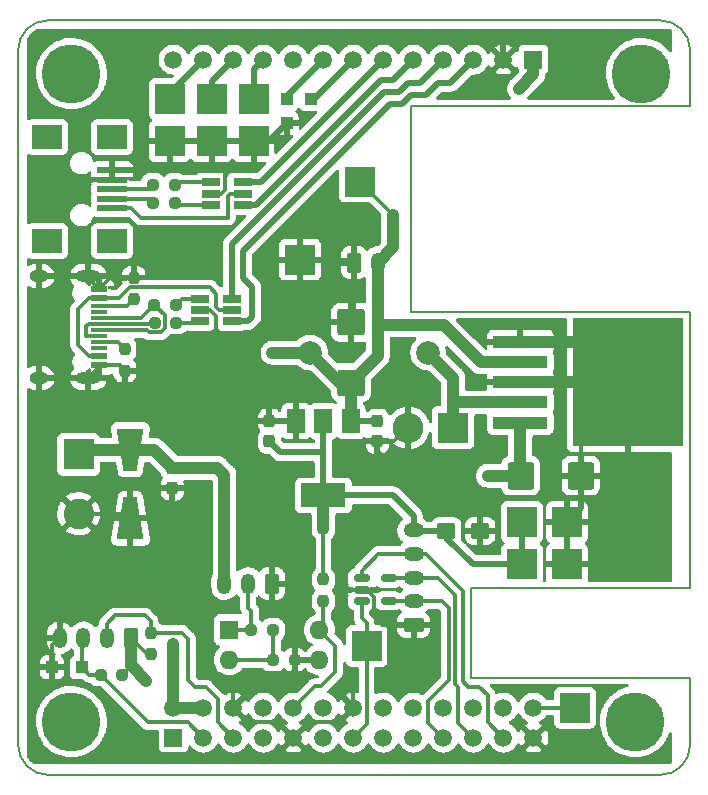
<source format=gbr>
G04 #@! TF.GenerationSoftware,KiCad,Pcbnew,6.0.5*
G04 #@! TF.CreationDate,2022-10-03T09:57:02+03:00*
G04 #@! TF.ProjectId,opi-hat,6f70692d-6861-4742-9e6b-696361645f70,rev?*
G04 #@! TF.SameCoordinates,Original*
G04 #@! TF.FileFunction,Copper,L2,Bot*
G04 #@! TF.FilePolarity,Positive*
%FSLAX46Y46*%
G04 Gerber Fmt 4.6, Leading zero omitted, Abs format (unit mm)*
G04 Created by KiCad (PCBNEW 6.0.5) date 2022-10-03 09:57:02*
%MOMM*%
%LPD*%
G01*
G04 APERTURE LIST*
G04 Aperture macros list*
%AMRoundRect*
0 Rectangle with rounded corners*
0 $1 Rounding radius*
0 $2 $3 $4 $5 $6 $7 $8 $9 X,Y pos of 4 corners*
0 Add a 4 corners polygon primitive as box body*
4,1,4,$2,$3,$4,$5,$6,$7,$8,$9,$2,$3,0*
0 Add four circle primitives for the rounded corners*
1,1,$1+$1,$2,$3*
1,1,$1+$1,$4,$5*
1,1,$1+$1,$6,$7*
1,1,$1+$1,$8,$9*
0 Add four rect primitives between the rounded corners*
20,1,$1+$1,$2,$3,$4,$5,0*
20,1,$1+$1,$4,$5,$6,$7,0*
20,1,$1+$1,$6,$7,$8,$9,0*
20,1,$1+$1,$8,$9,$2,$3,0*%
%AMOutline4P*
0 Free polygon, 4 corners , with rotation*
0 The origin of the aperture is its center*
0 number of corners: always 4*
0 $1 to $8 corner X, Y*
0 $9 Rotation angle, in degrees counterclockwise*
0 create outline with 4 corners*
4,1,4,$1,$2,$3,$4,$5,$6,$7,$8,$1,$2,$9*%
G04 Aperture macros list end*
G04 #@! TA.AperFunction,Profile*
%ADD10C,0.200000*%
G04 #@! TD*
G04 #@! TA.AperFunction,ComponentPad*
%ADD11R,2.500000X2.500000*%
G04 #@! TD*
G04 #@! TA.AperFunction,ComponentPad*
%ADD12R,1.000000X1.000000*%
G04 #@! TD*
G04 #@! TA.AperFunction,ComponentPad*
%ADD13C,2.000000*%
G04 #@! TD*
G04 #@! TA.AperFunction,ComponentPad*
%ADD14C,1.508000*%
G04 #@! TD*
G04 #@! TA.AperFunction,ComponentPad*
%ADD15R,1.508000X1.508000*%
G04 #@! TD*
G04 #@! TA.AperFunction,WasherPad*
%ADD16C,5.000000*%
G04 #@! TD*
G04 #@! TA.AperFunction,SMDPad,CuDef*
%ADD17R,4.600000X1.100000*%
G04 #@! TD*
G04 #@! TA.AperFunction,SMDPad,CuDef*
%ADD18R,9.400000X10.800000*%
G04 #@! TD*
G04 #@! TA.AperFunction,ComponentPad*
%ADD19RoundRect,0.250000X-0.350000X-0.625000X0.350000X-0.625000X0.350000X0.625000X-0.350000X0.625000X0*%
G04 #@! TD*
G04 #@! TA.AperFunction,ComponentPad*
%ADD20O,1.200000X1.750000*%
G04 #@! TD*
G04 #@! TA.AperFunction,ComponentPad*
%ADD21O,2.600000X2.600000*%
G04 #@! TD*
G04 #@! TA.AperFunction,ComponentPad*
%ADD22R,2.600000X2.600000*%
G04 #@! TD*
G04 #@! TA.AperFunction,ComponentPad*
%ADD23O,1.750000X1.200000*%
G04 #@! TD*
G04 #@! TA.AperFunction,ComponentPad*
%ADD24RoundRect,0.250000X0.625000X-0.350000X0.625000X0.350000X-0.625000X0.350000X-0.625000X-0.350000X0*%
G04 #@! TD*
G04 #@! TA.AperFunction,ComponentPad*
%ADD25C,2.600000*%
G04 #@! TD*
G04 #@! TA.AperFunction,SMDPad,CuDef*
%ADD26RoundRect,0.250000X-0.537500X-0.425000X0.537500X-0.425000X0.537500X0.425000X-0.537500X0.425000X0*%
G04 #@! TD*
G04 #@! TA.AperFunction,SMDPad,CuDef*
%ADD27R,1.500000X2.000000*%
G04 #@! TD*
G04 #@! TA.AperFunction,SMDPad,CuDef*
%ADD28R,3.800000X2.000000*%
G04 #@! TD*
G04 #@! TA.AperFunction,ComponentPad*
%ADD29R,1.600000X1.600000*%
G04 #@! TD*
G04 #@! TA.AperFunction,ComponentPad*
%ADD30O,1.600000X1.600000*%
G04 #@! TD*
G04 #@! TA.AperFunction,ComponentPad*
%ADD31RoundRect,0.250000X0.350000X0.625000X-0.350000X0.625000X-0.350000X-0.625000X0.350000X-0.625000X0*%
G04 #@! TD*
G04 #@! TA.AperFunction,SMDPad,CuDef*
%ADD32RoundRect,0.250000X0.925000X-0.875000X0.925000X0.875000X-0.925000X0.875000X-0.925000X-0.875000X0*%
G04 #@! TD*
G04 #@! TA.AperFunction,SMDPad,CuDef*
%ADD33RoundRect,0.237500X-0.237500X0.300000X-0.237500X-0.300000X0.237500X-0.300000X0.237500X0.300000X0*%
G04 #@! TD*
G04 #@! TA.AperFunction,SMDPad,CuDef*
%ADD34RoundRect,0.237500X-0.237500X0.250000X-0.237500X-0.250000X0.237500X-0.250000X0.237500X0.250000X0*%
G04 #@! TD*
G04 #@! TA.AperFunction,SMDPad,CuDef*
%ADD35R,1.560000X0.650000*%
G04 #@! TD*
G04 #@! TA.AperFunction,SMDPad,CuDef*
%ADD36RoundRect,0.237500X-0.250000X-0.237500X0.250000X-0.237500X0.250000X0.237500X-0.250000X0.237500X0*%
G04 #@! TD*
G04 #@! TA.AperFunction,SMDPad,CuDef*
%ADD37RoundRect,0.237500X0.237500X-0.300000X0.237500X0.300000X-0.237500X0.300000X-0.237500X-0.300000X0*%
G04 #@! TD*
G04 #@! TA.AperFunction,SMDPad,CuDef*
%ADD38R,2.500000X0.500000*%
G04 #@! TD*
G04 #@! TA.AperFunction,SMDPad,CuDef*
%ADD39R,2.500000X2.000000*%
G04 #@! TD*
G04 #@! TA.AperFunction,SMDPad,CuDef*
%ADD40RoundRect,0.237500X0.237500X-0.250000X0.237500X0.250000X-0.237500X0.250000X-0.237500X-0.250000X0*%
G04 #@! TD*
G04 #@! TA.AperFunction,SMDPad,CuDef*
%ADD41Outline4P,-1.800000X-1.150000X1.800000X-0.550000X1.800000X0.550000X-1.800000X1.150000X270.000000*%
G04 #@! TD*
G04 #@! TA.AperFunction,SMDPad,CuDef*
%ADD42Outline4P,-1.800000X-1.150000X1.800000X-0.550000X1.800000X0.550000X-1.800000X1.150000X90.000000*%
G04 #@! TD*
G04 #@! TA.AperFunction,SMDPad,CuDef*
%ADD43R,1.450000X0.600000*%
G04 #@! TD*
G04 #@! TA.AperFunction,SMDPad,CuDef*
%ADD44R,1.450000X0.300000*%
G04 #@! TD*
G04 #@! TA.AperFunction,ComponentPad*
%ADD45O,1.600000X1.000000*%
G04 #@! TD*
G04 #@! TA.AperFunction,ComponentPad*
%ADD46O,2.100000X1.000000*%
G04 #@! TD*
G04 #@! TA.AperFunction,SMDPad,CuDef*
%ADD47RoundRect,0.150000X-0.512500X-0.150000X0.512500X-0.150000X0.512500X0.150000X-0.512500X0.150000X0*%
G04 #@! TD*
G04 #@! TA.AperFunction,SMDPad,CuDef*
%ADD48R,1.000000X1.000000*%
G04 #@! TD*
G04 #@! TA.AperFunction,SMDPad,CuDef*
%ADD49RoundRect,0.250000X-0.875000X-0.925000X0.875000X-0.925000X0.875000X0.925000X-0.875000X0.925000X0*%
G04 #@! TD*
G04 #@! TA.AperFunction,ViaPad*
%ADD50C,1.000000*%
G04 #@! TD*
G04 #@! TA.AperFunction,Conductor*
%ADD51C,0.300000*%
G04 #@! TD*
G04 #@! TA.AperFunction,Conductor*
%ADD52C,0.500000*%
G04 #@! TD*
G04 #@! TA.AperFunction,Conductor*
%ADD53C,1.000000*%
G04 #@! TD*
G04 APERTURE END LIST*
D10*
X81784059Y-107635933D02*
G75*
G03*
X84324059Y-110175933I2540001J1D01*
G01*
X136147941Y-110175927D02*
G75*
G03*
X138687941Y-107635933I2J2539998D01*
G01*
X138687955Y-48828067D02*
G75*
G03*
X136147941Y-46288067I-2539992J8D01*
G01*
X84324059Y-46288067D02*
G75*
G03*
X81784059Y-48828067I1J-2540001D01*
G01*
X120095391Y-94355031D02*
X138687941Y-94355031D01*
X138687941Y-107635933D02*
X138687941Y-101975031D01*
X84324059Y-110175933D02*
X136147941Y-110175933D01*
X138687941Y-53509289D02*
X138687941Y-48828067D01*
X120095391Y-101975031D02*
X120095391Y-94355031D01*
X138687941Y-53509289D02*
X115068983Y-53509289D01*
X138687941Y-94355031D02*
X138687941Y-71003289D01*
X115068983Y-53509289D02*
X115068983Y-71003289D01*
X136147941Y-46288067D02*
X84324059Y-46288067D01*
X81784059Y-48828067D02*
X81784059Y-107635933D01*
X138687941Y-101975031D02*
X120095391Y-101975031D01*
X115068983Y-71003289D02*
X138687941Y-71003289D01*
D11*
X101727000Y-56515000D03*
X124460000Y-88773000D03*
X98171000Y-56515000D03*
X94615000Y-56515000D03*
X128270000Y-88773000D03*
D12*
X104521000Y-54991000D03*
X106553000Y-52959000D03*
X104521000Y-52959000D03*
D11*
X98171000Y-52959000D03*
X94615000Y-52959000D03*
X101727000Y-52959000D03*
X128930400Y-104495600D03*
X124460000Y-92329000D03*
X110744000Y-59944000D03*
X128270000Y-92329000D03*
X105664000Y-66548000D03*
D13*
X106506000Y-74422000D03*
X116506000Y-74422000D03*
D14*
X94943041Y-49609629D03*
X97483041Y-49609629D03*
X100023041Y-49609629D03*
X102563041Y-49609629D03*
X105103041Y-49609629D03*
X107643041Y-49609629D03*
X110183041Y-49609629D03*
X112723041Y-49609629D03*
X115263041Y-49609629D03*
X117803041Y-49609629D03*
X120343041Y-49609629D03*
X122883041Y-49609629D03*
D15*
X125423041Y-49609629D03*
D14*
X125423041Y-104473629D03*
X125423041Y-107013629D03*
X122883041Y-104473629D03*
X122883041Y-107013629D03*
X120343041Y-104473629D03*
X120343041Y-107013629D03*
X117803041Y-104473629D03*
X117803041Y-107013629D03*
X115263041Y-104473629D03*
X115263041Y-107013629D03*
X112723041Y-104473629D03*
X112723041Y-107013629D03*
X110183041Y-104473629D03*
X110183041Y-107013629D03*
X107643041Y-104473629D03*
X107643041Y-107013629D03*
X105103041Y-104473629D03*
X105103041Y-107013629D03*
X102563041Y-104473629D03*
X102563041Y-107013629D03*
X100023041Y-104473629D03*
X100023041Y-107013629D03*
X97483041Y-104473629D03*
X97483041Y-107013629D03*
X94943041Y-104473629D03*
D15*
X94943041Y-107013629D03*
D16*
X134057263Y-105666159D03*
X86305263Y-50802159D03*
X86305263Y-105666159D03*
X134565263Y-50802159D03*
D17*
X124315000Y-80343000D03*
X124315000Y-78643000D03*
D18*
X133465000Y-76943000D03*
D17*
X124315000Y-76943000D03*
X124315000Y-75243000D03*
X124315000Y-73543000D03*
D19*
X110236000Y-66802000D03*
D20*
X112236000Y-66802000D03*
D21*
X114808000Y-80772000D03*
D22*
X118618000Y-80772000D03*
D23*
X115274000Y-89472000D03*
X115274000Y-91472000D03*
X115274000Y-93472000D03*
X115274000Y-95472000D03*
D24*
X115274000Y-97472000D03*
D22*
X86918600Y-83047200D03*
D25*
X86918600Y-88047200D03*
D26*
X118029000Y-89509600D03*
X120904000Y-89509600D03*
D27*
X105345200Y-80212400D03*
X107645200Y-80212400D03*
D28*
X107645200Y-86512400D03*
D27*
X109945200Y-80212400D03*
D29*
X99669600Y-97891600D03*
D30*
X99669600Y-100431600D03*
X107289600Y-100431600D03*
X107289600Y-97891600D03*
D11*
X111302800Y-99263200D03*
D31*
X103261000Y-93975000D03*
D20*
X101261000Y-93975000D03*
X99261000Y-93975000D03*
D31*
X91315800Y-98570500D03*
D20*
X89315800Y-98570500D03*
X87315800Y-98570500D03*
X85315800Y-98570500D03*
D32*
X109982000Y-76962000D03*
X109982000Y-71862000D03*
D33*
X94843600Y-84176700D03*
X94843600Y-85901700D03*
D34*
X93014800Y-98147500D03*
X93014800Y-99972500D03*
D35*
X97178500Y-71750000D03*
X97178500Y-70800000D03*
X97178500Y-69850000D03*
X99878500Y-69850000D03*
X99878500Y-70800000D03*
X99878500Y-71750000D03*
D36*
X93218000Y-60198000D03*
X95043000Y-60198000D03*
D37*
X103073200Y-81940400D03*
X103073200Y-80215400D03*
D36*
X93368500Y-71882000D03*
X95193500Y-71882000D03*
X93218000Y-61722000D03*
X95043000Y-61722000D03*
X103369900Y-100431600D03*
X105194900Y-100431600D03*
D38*
X89754500Y-62179000D03*
X89754500Y-61379000D03*
X89754500Y-60579000D03*
X89754500Y-59779000D03*
X89754500Y-58979000D03*
D39*
X84254500Y-56179000D03*
X84254500Y-64979000D03*
X89754500Y-64979000D03*
X89754500Y-56179000D03*
D40*
X91590500Y-69897000D03*
X91590500Y-68072000D03*
D36*
X88776800Y-101703500D03*
X90601800Y-101703500D03*
D34*
X90828500Y-74121000D03*
X90828500Y-75946000D03*
D35*
X98114500Y-61910000D03*
X98114500Y-60960000D03*
X98114500Y-60010000D03*
X100814500Y-60010000D03*
X100814500Y-60960000D03*
X100814500Y-61910000D03*
D33*
X112217200Y-80215400D03*
X112217200Y-81940400D03*
D36*
X93321500Y-70358000D03*
X95146500Y-70358000D03*
D34*
X107645200Y-93626300D03*
X107645200Y-95451300D03*
D41*
X91287600Y-82647200D03*
D42*
X91287600Y-88447200D03*
D43*
X88650500Y-75513000D03*
X88650500Y-74713000D03*
D44*
X88650500Y-73513000D03*
X88650500Y-72513000D03*
X88650500Y-72013000D03*
X88650500Y-71013000D03*
D43*
X88650500Y-69813000D03*
X88650500Y-69013000D03*
X88650500Y-69013000D03*
X88650500Y-69813000D03*
D44*
X88650500Y-70513000D03*
X88650500Y-71513000D03*
X88650500Y-73013000D03*
X88650500Y-74013000D03*
D43*
X88650500Y-74713000D03*
X88650500Y-75513000D03*
D45*
X83555500Y-76583000D03*
D46*
X87735500Y-76583000D03*
X87735500Y-67943000D03*
D45*
X83555500Y-67943000D03*
D47*
X110876500Y-95438000D03*
X110876500Y-94488000D03*
X110876500Y-93538000D03*
X113151500Y-93538000D03*
X113151500Y-95438000D03*
D36*
X101541100Y-97896600D03*
X103366100Y-97896600D03*
D48*
X87172800Y-101068500D03*
X84672800Y-101068500D03*
D49*
X124338400Y-84836000D03*
X129438400Y-84836000D03*
D50*
X112217200Y-87782400D03*
X121285000Y-86487000D03*
X107645200Y-89357200D03*
X92659200Y-102209600D03*
X115316000Y-102362000D03*
X110185200Y-102362000D03*
X103327200Y-74422000D03*
X94945200Y-99060000D03*
X99263200Y-84785200D03*
X121564400Y-84836000D03*
X113538000Y-62738000D03*
X124206000Y-52070000D03*
D51*
X92405000Y-51867000D02*
X92405000Y-56591000D01*
X92405000Y-56591000D02*
X92405000Y-58979000D01*
D52*
X94615000Y-56515000D02*
X92481000Y-56515000D01*
X92481000Y-56515000D02*
X92405000Y-56591000D01*
X94615000Y-56515000D02*
X98171000Y-56515000D01*
X98171000Y-56515000D02*
X101727000Y-56515000D01*
X101727000Y-56515000D02*
X102997000Y-56515000D01*
X102997000Y-56515000D02*
X104521000Y-54991000D01*
X129438400Y-86715600D02*
X129438400Y-87604600D01*
X129438400Y-87604600D02*
X128270000Y-88773000D01*
X128270000Y-92329000D02*
X128270000Y-88773000D01*
X124460000Y-92329000D02*
X124460000Y-88773000D01*
X118029000Y-89509600D02*
X118029000Y-90089000D01*
X118029000Y-90089000D02*
X120269000Y-92329000D01*
X120269000Y-92329000D02*
X124460000Y-92329000D01*
D51*
X129438400Y-86715600D02*
X121513600Y-86715600D01*
X121513600Y-86715600D02*
X121285000Y-86487000D01*
X120904000Y-87325200D02*
X119976900Y-86398100D01*
X119976900Y-86398100D02*
X118922800Y-85344000D01*
X120065800Y-86487000D02*
X119976900Y-86398100D01*
X121285000Y-86487000D02*
X120065800Y-86487000D01*
D52*
X106553000Y-52959000D02*
X106833670Y-52959000D01*
X106833670Y-52959000D02*
X110183041Y-49609629D01*
X104521000Y-52959000D02*
X104521000Y-52731670D01*
X104521000Y-52731670D02*
X107643041Y-49609629D01*
X101727000Y-52959000D02*
X101727000Y-50445670D01*
X101727000Y-50445670D02*
X102563041Y-49609629D01*
X98171000Y-52959000D02*
X98171000Y-51461670D01*
X98171000Y-51461670D02*
X100023041Y-49609629D01*
X97483041Y-49609629D02*
X94615000Y-52477670D01*
X94615000Y-52477670D02*
X94615000Y-52959000D01*
D51*
X99263000Y-58979000D02*
X92405000Y-58979000D01*
X92405000Y-58979000D02*
X89754500Y-58979000D01*
X92456000Y-51816000D02*
X92405000Y-51867000D01*
X97483041Y-107013629D02*
X96184212Y-105714800D01*
X96184212Y-105714800D02*
X92788100Y-105714800D01*
X92788100Y-105714800D02*
X88776800Y-101703500D01*
X125423041Y-104473629D02*
X128908429Y-104473629D01*
X128908429Y-104473629D02*
X128930400Y-104495600D01*
X113538000Y-62738000D02*
X110744000Y-59944000D01*
X110236000Y-66802000D02*
X109982000Y-66548000D01*
X109982000Y-66548000D02*
X105664000Y-66548000D01*
X101541100Y-96308700D02*
X101541100Y-97896600D01*
X99669600Y-97891600D02*
X101536100Y-97891600D01*
X103073200Y-80215400D02*
X100840200Y-80215400D01*
X100840200Y-80215400D02*
X98198600Y-80215400D01*
X100685600Y-82804000D02*
X100685600Y-80370000D01*
X100685600Y-80370000D02*
X100840200Y-80215400D01*
X103261000Y-93975000D02*
X103261000Y-85379400D01*
X103261000Y-85379400D02*
X100685600Y-82804000D01*
X120904000Y-89509600D02*
X120904000Y-87325200D01*
X112217200Y-82651600D02*
X114909600Y-85344000D01*
X112217200Y-81940400D02*
X112217200Y-82651600D01*
X114909600Y-85344000D02*
X118922800Y-85344000D01*
X109372400Y-90627200D02*
X112217200Y-87782400D01*
X109372400Y-94030800D02*
X109372400Y-90627200D01*
X109829600Y-94488000D02*
X109372400Y-94030800D01*
X110876500Y-94488000D02*
X109829600Y-94488000D01*
X108661200Y-101447600D02*
X107442000Y-102666800D01*
X107289600Y-97891600D02*
X108661200Y-99263200D01*
X108661200Y-99263200D02*
X108661200Y-101447600D01*
X107442000Y-102666800D02*
X106909870Y-102666800D01*
X106909870Y-102666800D02*
X105103041Y-104473629D01*
X110876500Y-95438000D02*
X110876500Y-96906500D01*
X110876500Y-96906500D02*
X111302800Y-97332800D01*
X111302800Y-97332800D02*
X111302800Y-99263200D01*
X111302800Y-99263200D02*
X111302800Y-105893870D01*
X111302800Y-105893870D02*
X110183041Y-107013629D01*
X107645200Y-93626300D02*
X107645200Y-89357200D01*
X107645200Y-95451300D02*
X107645200Y-97536000D01*
X107645200Y-97536000D02*
X107289600Y-97891600D01*
D53*
X91315800Y-100989500D02*
X91439100Y-100989500D01*
X91439100Y-100989500D02*
X92659200Y-102209600D01*
X107645200Y-86512400D02*
X107645200Y-89357200D01*
D51*
X90601800Y-101703500D02*
X91315800Y-100989500D01*
D53*
X91315800Y-98570500D02*
X91315800Y-100989500D01*
X94945200Y-99060000D02*
X94943041Y-100789359D01*
X94943041Y-100789359D02*
X94943041Y-104473629D01*
D51*
X93014800Y-98147500D02*
X95658300Y-98147500D01*
X95658300Y-98147500D02*
X96164400Y-98653600D01*
X96164400Y-98653600D02*
X96164400Y-102158800D01*
X96164400Y-102158800D02*
X96774000Y-102768400D01*
X98704400Y-103784400D02*
X98704400Y-105694988D01*
X96774000Y-102768400D02*
X97688400Y-102768400D01*
X97688400Y-102768400D02*
X98704400Y-103784400D01*
X98704400Y-105694988D02*
X100023041Y-107013629D01*
X115274000Y-91472000D02*
X112286800Y-91472000D01*
X112286800Y-91472000D02*
X110876500Y-92882300D01*
X110876500Y-92882300D02*
X110876500Y-93538000D01*
X113151500Y-93538000D02*
X115208000Y-93538000D01*
X115208000Y-93538000D02*
X115274000Y-93472000D01*
X113151500Y-95438000D02*
X115240000Y-95438000D01*
X115240000Y-95438000D02*
X115274000Y-95472000D01*
X118262400Y-102158800D02*
X118262400Y-96062800D01*
X118262400Y-96062800D02*
X117671600Y-95472000D01*
X117671600Y-95472000D02*
X115274000Y-95472000D01*
X116535200Y-105745788D02*
X116535200Y-103886000D01*
X117803041Y-107013629D02*
X116535200Y-105745788D01*
X116535200Y-103886000D02*
X118262400Y-102158800D01*
X115274000Y-93472000D02*
X117348000Y-93472000D01*
X117348000Y-93472000D02*
X118821200Y-94945200D01*
X118821200Y-94945200D02*
X118821200Y-102463600D01*
X118821200Y-102463600D02*
X119075200Y-102717600D01*
X119075200Y-102717600D02*
X119075200Y-105745788D01*
X119075200Y-105745788D02*
X120343041Y-107013629D01*
X119430800Y-94589600D02*
X116313200Y-91472000D01*
X116313200Y-91472000D02*
X115274000Y-91472000D01*
X122883041Y-107013629D02*
X121564400Y-105694988D01*
X121564400Y-105694988D02*
X121564400Y-103428800D01*
X121564400Y-103428800D02*
X120853200Y-102717600D01*
X120853200Y-102717600D02*
X119888000Y-102717600D01*
X119888000Y-102717600D02*
X119430800Y-102260400D01*
X119430800Y-102260400D02*
X119430800Y-94589600D01*
X110183041Y-104473629D02*
X110183041Y-102364159D01*
X110183041Y-102364159D02*
X110185200Y-102362000D01*
X115316000Y-102362000D02*
X115316000Y-97514000D01*
X115316000Y-97514000D02*
X115274000Y-97472000D01*
X105206800Y-97739200D02*
X105206800Y-100419700D01*
X105206800Y-100419700D02*
X105194900Y-100431600D01*
X103261000Y-93975000D02*
X103261000Y-95793400D01*
X103261000Y-95793400D02*
X105206800Y-97739200D01*
X101261000Y-96028600D02*
X101261000Y-93975000D01*
X101541100Y-96308700D02*
X101261000Y-96028600D01*
X105194900Y-100431600D02*
X105194900Y-101205500D01*
X105194900Y-101205500D02*
X104546400Y-101854000D01*
X104546400Y-101854000D02*
X100884482Y-101854000D01*
D52*
X107645200Y-86512400D02*
X113538000Y-86512400D01*
X113538000Y-86512400D02*
X115274000Y-88248400D01*
X115274000Y-88248400D02*
X115274000Y-89472000D01*
X118029000Y-89509600D02*
X115311600Y-89509600D01*
X115311600Y-89509600D02*
X115274000Y-89472000D01*
D51*
X85315800Y-98570500D02*
X85315800Y-89650000D01*
X85315800Y-89650000D02*
X86918600Y-88047200D01*
X93014800Y-99972500D02*
X92717800Y-99972500D01*
X92717800Y-99972500D02*
X91315800Y-98570500D01*
X92506800Y-96672400D02*
X90017600Y-96672400D01*
X93014800Y-98147500D02*
X93014800Y-97180400D01*
X93014800Y-97180400D02*
X92506800Y-96672400D01*
X90017600Y-96672400D02*
X89315800Y-97374200D01*
X89315800Y-97374200D02*
X89315800Y-98570500D01*
X88776800Y-101703500D02*
X87807800Y-101703500D01*
X87807800Y-101703500D02*
X87172800Y-101068500D01*
X87172800Y-101068500D02*
X87172800Y-98713500D01*
X87172800Y-98713500D02*
X87315800Y-98570500D01*
X84672800Y-101068500D02*
X84672800Y-99213500D01*
X84672800Y-99213500D02*
X85315800Y-98570500D01*
X103369900Y-100431600D02*
X103369900Y-97900400D01*
X99669600Y-100431600D02*
X103369900Y-100431600D01*
X105194900Y-100431600D02*
X107289600Y-100431600D01*
X100023041Y-104473629D02*
X100023041Y-102715441D01*
X100023041Y-102715441D02*
X100884482Y-101854000D01*
X100023041Y-104473629D02*
X101264212Y-105714800D01*
X101264212Y-105714800D02*
X103804212Y-105714800D01*
X103804212Y-105714800D02*
X105103041Y-107013629D01*
X105103041Y-107013629D02*
X106452670Y-105664000D01*
X106452670Y-105664000D02*
X108992670Y-105664000D01*
X108992670Y-105664000D02*
X110183041Y-104473629D01*
X110876500Y-94488000D02*
X111295427Y-94488000D01*
X111963200Y-95155773D02*
X111963200Y-96824800D01*
X111295427Y-94488000D02*
X111963200Y-95155773D01*
X112610400Y-97472000D02*
X115274000Y-97472000D01*
X111963200Y-96824800D02*
X112610400Y-97472000D01*
X129438400Y-86715600D02*
X129438400Y-84836000D01*
X112217200Y-81940400D02*
X113639600Y-81940400D01*
X113639600Y-81940400D02*
X114808000Y-80772000D01*
D52*
X112217200Y-80215400D02*
X109948200Y-80215400D01*
X109948200Y-80215400D02*
X109945200Y-80212400D01*
X107645200Y-82854800D02*
X107645200Y-86512400D01*
X107645200Y-80212400D02*
X107645200Y-82854800D01*
X107645200Y-82854800D02*
X103987600Y-82854800D01*
X103987600Y-82854800D02*
X103073200Y-81940400D01*
D53*
X106506000Y-74422000D02*
X103327200Y-74422000D01*
D51*
X109962000Y-71882000D02*
X106070400Y-71882000D01*
X102006400Y-75692000D02*
X99923600Y-75692000D01*
X99923600Y-75692000D02*
X98552000Y-75692000D01*
X103733600Y-71882000D02*
X99923600Y-75692000D01*
X106070400Y-71882000D02*
X103733600Y-71882000D01*
X102006400Y-75692000D02*
X102971600Y-75692000D01*
X102971600Y-75692000D02*
X105345200Y-78065600D01*
X105345200Y-78065600D02*
X105345200Y-80212400D01*
D53*
X97483041Y-104473629D02*
X94943041Y-104473629D01*
X109945200Y-80212400D02*
X109945200Y-76998800D01*
X109945200Y-76998800D02*
X109982000Y-76962000D01*
D51*
X86512400Y-78384400D02*
X84277200Y-80619600D01*
X96367600Y-78384400D02*
X86512400Y-78384400D01*
X84277200Y-80619600D02*
X84277200Y-85405800D01*
X84277200Y-85405800D02*
X86918600Y-88047200D01*
X98198600Y-80215400D02*
X96367600Y-78384400D01*
X105345200Y-80212400D02*
X103076200Y-80212400D01*
X103076200Y-80212400D02*
X103073200Y-80215400D01*
X94843600Y-85901700D02*
X94843600Y-87782400D01*
X94843600Y-87782400D02*
X94178800Y-88447200D01*
X94178800Y-88447200D02*
X91287600Y-88447200D01*
X86918600Y-88047200D02*
X90887600Y-88047200D01*
X90887600Y-88047200D02*
X91287600Y-88447200D01*
D53*
X94843600Y-84176700D02*
X98654700Y-84176700D01*
X98654700Y-84176700D02*
X99263200Y-84785200D01*
X91287600Y-82647200D02*
X93314100Y-82647200D01*
X93314100Y-82647200D02*
X94843600Y-84176700D01*
X91287600Y-82647200D02*
X87318600Y-82647200D01*
X87318600Y-82647200D02*
X86918600Y-83047200D01*
X99263200Y-84785200D02*
X99263200Y-93972800D01*
X124338400Y-84836000D02*
X121564400Y-84836000D01*
X99263200Y-93972800D02*
X99261000Y-93975000D01*
X124315000Y-80343000D02*
X124315000Y-84812600D01*
X124315000Y-84812600D02*
X124338400Y-84836000D01*
D51*
X129438400Y-84836000D02*
X129438400Y-80969600D01*
X129438400Y-80969600D02*
X133465000Y-76943000D01*
X109982000Y-71862000D02*
X109962000Y-71882000D01*
X110236000Y-66802000D02*
X110236000Y-71608000D01*
X110236000Y-71608000D02*
X109982000Y-71862000D01*
D53*
X109982000Y-76962000D02*
X109046000Y-76962000D01*
X109046000Y-76962000D02*
X106506000Y-74422000D01*
X112236000Y-74708000D02*
X112236000Y-72104000D01*
X120963000Y-75243000D02*
X117824000Y-72104000D01*
X112236000Y-72104000D02*
X112236000Y-66802000D01*
X124315000Y-75243000D02*
X120963000Y-75243000D01*
X117824000Y-72104000D02*
X112236000Y-72104000D01*
X124315000Y-76943000D02*
X133465000Y-76943000D01*
X124315000Y-73543000D02*
X130065000Y-73543000D01*
X130065000Y-73543000D02*
X133465000Y-76943000D01*
X118618000Y-80772000D02*
X118618000Y-78486000D01*
X118618000Y-78486000D02*
X118618000Y-76534000D01*
X124315000Y-78643000D02*
X118775000Y-78643000D01*
X118775000Y-78643000D02*
X118618000Y-78486000D01*
X118618000Y-76534000D02*
X116506000Y-74422000D01*
X109982000Y-76962000D02*
X112236000Y-74708000D01*
X113538000Y-62738000D02*
X113538000Y-65500000D01*
X113538000Y-65500000D02*
X112236000Y-66802000D01*
X125423041Y-49609629D02*
X125423041Y-50852959D01*
X125423041Y-50852959D02*
X124206000Y-52070000D01*
D52*
X122883041Y-49609629D02*
X122883041Y-47296959D01*
X122883041Y-47296959D02*
X92911041Y-47296959D01*
X92911041Y-47296959D02*
X92456000Y-47752000D01*
X92456000Y-47752000D02*
X92456000Y-51816000D01*
X117348000Y-51562000D02*
X118390670Y-51562000D01*
X118390670Y-51562000D02*
X120343041Y-49609629D01*
X115062000Y-52578000D02*
X116332000Y-52578000D01*
X116332000Y-52578000D02*
X117348000Y-51562000D01*
X99878500Y-71750000D02*
X101224000Y-71750000D01*
X101224000Y-71750000D02*
X101600000Y-71374000D01*
X101600000Y-71374000D02*
X101600000Y-68834000D01*
X100838000Y-65786000D02*
X113284000Y-53340000D01*
X101600000Y-68834000D02*
X100838000Y-68072000D01*
X100838000Y-68072000D02*
X100838000Y-65786000D01*
X114300000Y-53340000D02*
X115062000Y-52578000D01*
X113284000Y-53340000D02*
X114300000Y-53340000D01*
X114046000Y-52324000D02*
X112776000Y-52324000D01*
X115850670Y-51562000D02*
X114808000Y-51562000D01*
X117803041Y-49609629D02*
X115850670Y-51562000D01*
X114808000Y-51562000D02*
X114046000Y-52324000D01*
X112776000Y-52324000D02*
X99878500Y-65221500D01*
X99878500Y-65221500D02*
X99878500Y-69850000D01*
X115263041Y-49609629D02*
X113564670Y-51308000D01*
X113564670Y-51308000D02*
X112522000Y-51308000D01*
X100814500Y-61910000D02*
X101920000Y-61910000D01*
X101920000Y-61910000D02*
X112522000Y-51308000D01*
X112723041Y-49609629D02*
X102322670Y-60010000D01*
X102322670Y-60010000D02*
X100814500Y-60010000D01*
D51*
X85473000Y-76583000D02*
X87735500Y-76583000D01*
X83555500Y-76583000D02*
X85473000Y-76583000D01*
X83555500Y-67943000D02*
X85469000Y-67943000D01*
X85469000Y-67943000D02*
X87735500Y-67943000D01*
X85473000Y-76583000D02*
X85473000Y-67947000D01*
X85473000Y-67947000D02*
X85469000Y-67943000D01*
X95193500Y-71882000D02*
X97046500Y-71882000D01*
X97046500Y-71882000D02*
X97178500Y-71750000D01*
X97178500Y-69850000D02*
X95654500Y-69850000D01*
X95654500Y-69850000D02*
X95146500Y-70358000D01*
X88650500Y-75513000D02*
X88650500Y-75668000D01*
X88650500Y-75668000D02*
X87735500Y-76583000D01*
X88650500Y-72513000D02*
X92681829Y-72513000D01*
X92681829Y-72513000D02*
X92875349Y-72706520D01*
X92875349Y-72706520D02*
X93861651Y-72706520D01*
X93861651Y-72706520D02*
X94234000Y-72334171D01*
X94234000Y-72334171D02*
X94234000Y-71270500D01*
X94234000Y-71270500D02*
X93321500Y-70358000D01*
X88650500Y-69813000D02*
X87790129Y-69813000D01*
X87790129Y-69813000D02*
X86868000Y-70735129D01*
X86868000Y-70735129D02*
X86868000Y-73790871D01*
X87790129Y-74713000D02*
X86868000Y-73790871D01*
X88650500Y-74713000D02*
X87790129Y-74713000D01*
X88650500Y-71513000D02*
X92166500Y-71513000D01*
X92166500Y-71513000D02*
X93321500Y-70358000D01*
X88650500Y-73013000D02*
X87576478Y-73013000D01*
X87576478Y-73013000D02*
X87575989Y-73012511D01*
X87575989Y-73012511D02*
X87575989Y-72190011D01*
X87575989Y-72190011D02*
X87753000Y-72013000D01*
X87753000Y-72013000D02*
X88650500Y-72013000D01*
X88650500Y-72013000D02*
X93237500Y-72013000D01*
X93237500Y-72013000D02*
X93368500Y-71882000D01*
X98552000Y-71319478D02*
X98552000Y-75692000D01*
X97178500Y-70800000D02*
X98032522Y-70800000D01*
X98552000Y-75692000D02*
X98298000Y-75946000D01*
X98032522Y-70800000D02*
X98552000Y-71319478D01*
X98298000Y-75946000D02*
X90828500Y-75946000D01*
X98041542Y-68909020D02*
X98552000Y-69419478D01*
X91260809Y-68909020D02*
X98041542Y-68909020D01*
X98798500Y-70800000D02*
X99878500Y-70800000D01*
X90356829Y-69813000D02*
X91260809Y-68909020D01*
X88650500Y-69813000D02*
X90356829Y-69813000D01*
X98552000Y-70553500D02*
X98798500Y-70800000D01*
X98552000Y-69419478D02*
X98552000Y-70553500D01*
X91590500Y-69897000D02*
X90974500Y-70513000D01*
X90974500Y-70513000D02*
X88650500Y-70513000D01*
X87735500Y-67943000D02*
X87735500Y-68098000D01*
X87735500Y-68098000D02*
X88650500Y-69013000D01*
X91590500Y-68072000D02*
X89591500Y-68072000D01*
X89591500Y-68072000D02*
X88650500Y-69013000D01*
X90828500Y-74121000D02*
X90220500Y-73513000D01*
X90220500Y-73513000D02*
X88650500Y-73513000D01*
X88650500Y-75513000D02*
X90395500Y-75513000D01*
X90395500Y-75513000D02*
X90828500Y-75946000D01*
X85852000Y-62992000D02*
X85852000Y-61468000D01*
X87735500Y-67943000D02*
X87735500Y-64875500D01*
X85852000Y-61468000D02*
X87541000Y-59779000D01*
X87735500Y-64875500D02*
X85852000Y-62992000D01*
X87541000Y-59779000D02*
X89754500Y-59779000D01*
X99314000Y-60614522D02*
X99314000Y-58928000D01*
X99314000Y-58928000D02*
X99263000Y-58979000D01*
X89754500Y-59779000D02*
X89754500Y-58979000D01*
X98968522Y-60960000D02*
X99314000Y-60614522D01*
X98114500Y-60960000D02*
X98968522Y-60960000D01*
X99568000Y-62992000D02*
X92202000Y-62992000D01*
X99734500Y-60960000D02*
X99568000Y-61126500D01*
X100814500Y-60960000D02*
X99734500Y-60960000D01*
X91389000Y-62179000D02*
X89754500Y-62179000D01*
X99568000Y-61126500D02*
X99568000Y-62992000D01*
X92202000Y-62992000D02*
X91389000Y-62179000D01*
X98114500Y-61910000D02*
X95231000Y-61910000D01*
X95231000Y-61910000D02*
X95043000Y-61722000D01*
X98114500Y-60010000D02*
X95231000Y-60010000D01*
X95231000Y-60010000D02*
X95043000Y-60198000D01*
X93218000Y-61722000D02*
X92875000Y-61379000D01*
X92875000Y-61379000D02*
X89754500Y-61379000D01*
X93218000Y-60198000D02*
X92837000Y-60579000D01*
X92837000Y-60579000D02*
X89754500Y-60579000D01*
G04 #@! TA.AperFunction,Conductor*
G36*
X137030420Y-47002994D02*
G01*
X137089729Y-47032241D01*
X137141977Y-47080308D01*
X137160000Y-47145246D01*
X137160000Y-48868119D01*
X137139998Y-48936240D01*
X137086342Y-48982733D01*
X137016068Y-48992837D01*
X136951488Y-48963343D01*
X136932453Y-48942713D01*
X136889424Y-48884137D01*
X136887281Y-48881219D01*
X136847003Y-48837874D01*
X136653572Y-48629718D01*
X136651105Y-48627063D01*
X136387282Y-48401737D01*
X136099310Y-48208228D01*
X135791004Y-48049099D01*
X135466452Y-47926461D01*
X135462931Y-47925577D01*
X135462926Y-47925575D01*
X135300333Y-47884735D01*
X135129955Y-47841939D01*
X135107739Y-47839014D01*
X134789578Y-47797127D01*
X134789570Y-47797126D01*
X134785974Y-47796653D01*
X134641308Y-47794380D01*
X134442709Y-47791260D01*
X134442705Y-47791260D01*
X134439067Y-47791203D01*
X134435453Y-47791564D01*
X134435447Y-47791564D01*
X134192106Y-47815853D01*
X134093832Y-47825662D01*
X133754846Y-47899573D01*
X133751419Y-47900746D01*
X133751413Y-47900748D01*
X133672559Y-47927746D01*
X133426602Y-48011956D01*
X133113451Y-48161322D01*
X132819542Y-48345691D01*
X132816706Y-48347963D01*
X132816699Y-48347968D01*
X132607355Y-48515684D01*
X132548772Y-48562618D01*
X132510060Y-48601738D01*
X132309808Y-48804098D01*
X132304729Y-48809230D01*
X132302488Y-48812088D01*
X132168686Y-48982733D01*
X132090649Y-49082257D01*
X132088756Y-49085346D01*
X132088754Y-49085349D01*
X132042496Y-49160835D01*
X131909368Y-49378080D01*
X131907843Y-49381365D01*
X131907841Y-49381369D01*
X131868768Y-49465545D01*
X131763290Y-49692779D01*
X131654350Y-50022182D01*
X131653614Y-50025737D01*
X131653613Y-50025740D01*
X131597208Y-50298108D01*
X131583993Y-50361923D01*
X131573995Y-50473945D01*
X131553502Y-50703571D01*
X131553151Y-50707500D01*
X131553246Y-50711130D01*
X131553246Y-50711131D01*
X131560657Y-50994163D01*
X131562233Y-51054330D01*
X131611119Y-51397819D01*
X131699160Y-51733412D01*
X131825190Y-52056662D01*
X131826887Y-52059867D01*
X131984425Y-52357405D01*
X131987538Y-52363285D01*
X131989588Y-52366268D01*
X131989590Y-52366271D01*
X132181996Y-52646223D01*
X132182002Y-52646230D01*
X132184053Y-52649215D01*
X132228851Y-52700568D01*
X132308577Y-52791960D01*
X132338285Y-52856442D01*
X132328415Y-52926749D01*
X132282101Y-52980559D01*
X132213628Y-53000789D01*
X125010071Y-53000789D01*
X124941950Y-52980787D01*
X124895457Y-52927131D01*
X124885353Y-52856857D01*
X124914688Y-52792460D01*
X124942681Y-52760030D01*
X124948953Y-52753282D01*
X126092420Y-51609814D01*
X126102563Y-51600712D01*
X126127259Y-51580856D01*
X126132066Y-51576991D01*
X126164333Y-51538537D01*
X126167513Y-51534890D01*
X126169156Y-51533078D01*
X126171350Y-51530884D01*
X126198683Y-51497610D01*
X126199389Y-51496759D01*
X126234338Y-51455109D01*
X126259195Y-51425485D01*
X126261763Y-51420815D01*
X126265144Y-51416698D01*
X126306617Y-51339350D01*
X126309018Y-51334873D01*
X126309647Y-51333714D01*
X126351503Y-51257578D01*
X126351506Y-51257570D01*
X126354474Y-51252172D01*
X126356086Y-51247090D01*
X126358603Y-51242396D01*
X126385788Y-51153482D01*
X126386180Y-51152224D01*
X126412413Y-51069526D01*
X126414276Y-51063653D01*
X126414870Y-51058362D01*
X126416429Y-51053261D01*
X126425831Y-50960696D01*
X126425966Y-50959429D01*
X126431149Y-50913229D01*
X126431149Y-50913224D01*
X126431541Y-50909732D01*
X126431541Y-50906207D01*
X126431596Y-50905222D01*
X126432045Y-50899518D01*
X126433563Y-50884580D01*
X126436415Y-50856497D01*
X126439071Y-50856767D01*
X126455986Y-50799810D01*
X126486207Y-50767432D01*
X126540302Y-50726890D01*
X126627656Y-50610334D01*
X126678786Y-50473945D01*
X126685541Y-50411763D01*
X126685541Y-48807495D01*
X126678786Y-48745313D01*
X126627656Y-48608924D01*
X126540302Y-48492368D01*
X126423746Y-48405014D01*
X126287357Y-48353884D01*
X126225175Y-48347129D01*
X124620907Y-48347129D01*
X124558725Y-48353884D01*
X124422336Y-48405014D01*
X124305780Y-48492368D01*
X124218426Y-48608924D01*
X124167296Y-48745313D01*
X124160541Y-48807495D01*
X124160541Y-48837874D01*
X124140539Y-48905995D01*
X124086883Y-48952488D01*
X124016609Y-48962592D01*
X123955869Y-48936295D01*
X123937026Y-48921233D01*
X123923578Y-48928302D01*
X123255063Y-49596817D01*
X123247449Y-49610761D01*
X123247580Y-49612594D01*
X123251831Y-49619209D01*
X123924300Y-50291678D01*
X123936075Y-50298108D01*
X123957442Y-50281578D01*
X124023560Y-50255715D01*
X124093165Y-50269705D01*
X124144157Y-50319104D01*
X124160541Y-50381236D01*
X124160541Y-50411763D01*
X124167296Y-50473945D01*
X124170070Y-50481344D01*
X124195677Y-50549651D01*
X124200860Y-50620459D01*
X124166790Y-50682976D01*
X123536621Y-51313145D01*
X123526478Y-51322247D01*
X123496975Y-51345968D01*
X123464709Y-51384421D01*
X123461528Y-51388069D01*
X123459885Y-51389881D01*
X123457691Y-51392075D01*
X123430358Y-51425349D01*
X123429696Y-51426147D01*
X123369846Y-51497474D01*
X123367278Y-51502144D01*
X123363897Y-51506261D01*
X123332860Y-51564145D01*
X123320023Y-51588086D01*
X123319394Y-51589245D01*
X123277538Y-51665381D01*
X123277535Y-51665389D01*
X123274567Y-51670787D01*
X123272955Y-51675869D01*
X123270438Y-51680563D01*
X123243238Y-51769531D01*
X123242918Y-51770559D01*
X123214765Y-51859306D01*
X123214171Y-51864602D01*
X123212613Y-51869698D01*
X123203719Y-51957255D01*
X123203219Y-51962178D01*
X123203086Y-51963427D01*
X123192719Y-52055851D01*
X123193165Y-52061159D01*
X123192626Y-52066462D01*
X123193206Y-52072593D01*
X123201375Y-52159016D01*
X123201492Y-52160331D01*
X123205856Y-52212295D01*
X123209268Y-52252934D01*
X123210738Y-52258060D01*
X123211239Y-52263362D01*
X123229673Y-52325199D01*
X123237792Y-52352433D01*
X123238160Y-52353691D01*
X123263783Y-52443050D01*
X123266219Y-52447789D01*
X123267741Y-52452896D01*
X123311145Y-52535221D01*
X123311666Y-52536221D01*
X123354187Y-52618956D01*
X123357496Y-52623131D01*
X123359982Y-52627846D01*
X123418418Y-52700008D01*
X123419242Y-52701037D01*
X123447215Y-52736330D01*
X123477035Y-52773953D01*
X123481097Y-52777410D01*
X123484447Y-52781547D01*
X123489180Y-52785490D01*
X123489999Y-52786321D01*
X123523586Y-52848870D01*
X123518025Y-52919649D01*
X123475081Y-52976184D01*
X123408388Y-53000528D01*
X123400281Y-53000789D01*
X117286082Y-53000789D01*
X117217961Y-52980787D01*
X117171468Y-52927131D01*
X117161364Y-52856857D01*
X117190858Y-52792277D01*
X117196987Y-52785694D01*
X117625276Y-52357405D01*
X117687588Y-52323379D01*
X117714371Y-52320500D01*
X118323600Y-52320500D01*
X118342550Y-52321933D01*
X118356785Y-52324099D01*
X118356789Y-52324099D01*
X118364019Y-52325199D01*
X118371311Y-52324606D01*
X118371314Y-52324606D01*
X118416688Y-52320915D01*
X118426903Y-52320500D01*
X118434963Y-52320500D01*
X118448253Y-52318951D01*
X118463177Y-52317211D01*
X118467552Y-52316778D01*
X118533009Y-52311454D01*
X118533012Y-52311453D01*
X118540307Y-52310860D01*
X118547271Y-52308604D01*
X118553230Y-52307413D01*
X118559085Y-52306029D01*
X118566351Y-52305182D01*
X118634997Y-52280265D01*
X118639125Y-52278848D01*
X118701606Y-52258607D01*
X118701608Y-52258606D01*
X118708569Y-52256351D01*
X118714824Y-52252555D01*
X118720298Y-52250049D01*
X118725728Y-52247330D01*
X118732607Y-52244833D01*
X118738728Y-52240820D01*
X118793646Y-52204814D01*
X118797350Y-52202477D01*
X118859777Y-52164595D01*
X118868154Y-52157197D01*
X118868178Y-52157224D01*
X118871170Y-52154571D01*
X118874403Y-52151868D01*
X118880522Y-52147856D01*
X118933798Y-52091617D01*
X118936176Y-52089175D01*
X120122511Y-50902840D01*
X120184823Y-50868814D01*
X120222587Y-50866414D01*
X120337565Y-50876473D01*
X120337566Y-50876473D01*
X120343041Y-50876952D01*
X120563109Y-50857699D01*
X120747941Y-50808173D01*
X120771181Y-50801946D01*
X120771183Y-50801945D01*
X120776491Y-50800523D01*
X120782485Y-50797728D01*
X120971716Y-50709489D01*
X120971721Y-50709486D01*
X120976703Y-50707163D01*
X121011246Y-50682976D01*
X121040256Y-50662663D01*
X122194562Y-50662663D01*
X122203858Y-50674678D01*
X122245122Y-50703571D01*
X122254617Y-50709054D01*
X122444781Y-50797728D01*
X122455073Y-50801474D01*
X122657745Y-50855780D01*
X122668540Y-50857683D01*
X122877566Y-50875971D01*
X122888516Y-50875971D01*
X123097542Y-50857683D01*
X123108337Y-50855780D01*
X123311009Y-50801474D01*
X123321301Y-50797728D01*
X123511465Y-50709054D01*
X123520960Y-50703571D01*
X123563062Y-50674091D01*
X123571437Y-50663614D01*
X123564369Y-50650167D01*
X122895853Y-49981651D01*
X122881909Y-49974037D01*
X122880076Y-49974168D01*
X122873461Y-49978419D01*
X122200992Y-50650888D01*
X122194562Y-50662663D01*
X121040256Y-50662663D01*
X121153150Y-50583614D01*
X121153153Y-50583612D01*
X121157661Y-50580455D01*
X121313867Y-50424249D01*
X121440575Y-50243290D01*
X121499122Y-50117736D01*
X121546039Y-50064451D01*
X121614317Y-50044990D01*
X121682277Y-50065532D01*
X121727512Y-50117736D01*
X121783617Y-50238054D01*
X121789096Y-50247544D01*
X121818580Y-50289651D01*
X121829056Y-50298025D01*
X121842504Y-50290956D01*
X122511019Y-49622441D01*
X122518633Y-49608497D01*
X122518502Y-49606664D01*
X122514251Y-49600049D01*
X121841782Y-48927580D01*
X121830008Y-48921150D01*
X121817992Y-48930446D01*
X121789096Y-48971714D01*
X121783617Y-48981204D01*
X121727512Y-49101522D01*
X121680595Y-49154807D01*
X121612317Y-49174268D01*
X121544357Y-49153726D01*
X121499122Y-49101522D01*
X121442898Y-48980949D01*
X121442896Y-48980946D01*
X121440575Y-48975968D01*
X121313867Y-48795009D01*
X121157661Y-48638803D01*
X121153153Y-48635646D01*
X121153150Y-48635644D01*
X121038898Y-48555644D01*
X122194645Y-48555644D01*
X122201714Y-48569092D01*
X122870229Y-49237607D01*
X122884173Y-49245221D01*
X122886006Y-49245090D01*
X122892621Y-49240839D01*
X123565090Y-48568370D01*
X123571520Y-48556595D01*
X123562224Y-48544580D01*
X123520960Y-48515687D01*
X123511465Y-48510204D01*
X123321301Y-48421530D01*
X123311009Y-48417784D01*
X123108337Y-48363478D01*
X123097542Y-48361575D01*
X122888516Y-48343287D01*
X122877566Y-48343287D01*
X122668540Y-48361575D01*
X122657745Y-48363478D01*
X122455073Y-48417784D01*
X122444781Y-48421530D01*
X122254616Y-48510206D01*
X122245126Y-48515684D01*
X122203019Y-48545168D01*
X122194645Y-48555644D01*
X121038898Y-48555644D01*
X120981212Y-48515252D01*
X120981209Y-48515250D01*
X120976703Y-48512095D01*
X120971721Y-48509772D01*
X120971716Y-48509769D01*
X120781473Y-48421058D01*
X120781472Y-48421058D01*
X120776491Y-48418735D01*
X120771183Y-48417313D01*
X120771181Y-48417312D01*
X120705523Y-48399719D01*
X120563109Y-48361559D01*
X120343041Y-48342306D01*
X120122973Y-48361559D01*
X119980559Y-48399719D01*
X119914901Y-48417312D01*
X119914899Y-48417313D01*
X119909591Y-48418735D01*
X119904610Y-48421057D01*
X119904609Y-48421058D01*
X119714361Y-48509772D01*
X119714358Y-48509774D01*
X119709380Y-48512095D01*
X119528421Y-48638803D01*
X119372215Y-48795009D01*
X119245507Y-48975968D01*
X119243186Y-48980946D01*
X119243184Y-48980949D01*
X119187236Y-49100930D01*
X119140319Y-49154215D01*
X119072041Y-49173676D01*
X119004081Y-49153134D01*
X118958846Y-49100930D01*
X118902898Y-48980949D01*
X118902896Y-48980946D01*
X118900575Y-48975968D01*
X118773867Y-48795009D01*
X118617661Y-48638803D01*
X118613153Y-48635646D01*
X118613150Y-48635644D01*
X118441212Y-48515252D01*
X118441209Y-48515250D01*
X118436703Y-48512095D01*
X118431721Y-48509772D01*
X118431716Y-48509769D01*
X118241473Y-48421058D01*
X118241472Y-48421058D01*
X118236491Y-48418735D01*
X118231183Y-48417313D01*
X118231181Y-48417312D01*
X118165523Y-48399719D01*
X118023109Y-48361559D01*
X117803041Y-48342306D01*
X117582973Y-48361559D01*
X117440559Y-48399719D01*
X117374901Y-48417312D01*
X117374899Y-48417313D01*
X117369591Y-48418735D01*
X117364610Y-48421057D01*
X117364609Y-48421058D01*
X117174361Y-48509772D01*
X117174358Y-48509774D01*
X117169380Y-48512095D01*
X116988421Y-48638803D01*
X116832215Y-48795009D01*
X116705507Y-48975968D01*
X116703186Y-48980946D01*
X116703184Y-48980949D01*
X116647236Y-49100930D01*
X116600319Y-49154215D01*
X116532041Y-49173676D01*
X116464081Y-49153134D01*
X116418846Y-49100930D01*
X116362898Y-48980949D01*
X116362896Y-48980946D01*
X116360575Y-48975968D01*
X116233867Y-48795009D01*
X116077661Y-48638803D01*
X116073153Y-48635646D01*
X116073150Y-48635644D01*
X115901212Y-48515252D01*
X115901209Y-48515250D01*
X115896703Y-48512095D01*
X115891721Y-48509772D01*
X115891716Y-48509769D01*
X115701473Y-48421058D01*
X115701472Y-48421058D01*
X115696491Y-48418735D01*
X115691183Y-48417313D01*
X115691181Y-48417312D01*
X115625523Y-48399719D01*
X115483109Y-48361559D01*
X115263041Y-48342306D01*
X115042973Y-48361559D01*
X114900559Y-48399719D01*
X114834901Y-48417312D01*
X114834899Y-48417313D01*
X114829591Y-48418735D01*
X114824610Y-48421057D01*
X114824609Y-48421058D01*
X114634361Y-48509772D01*
X114634358Y-48509774D01*
X114629380Y-48512095D01*
X114448421Y-48638803D01*
X114292215Y-48795009D01*
X114165507Y-48975968D01*
X114163186Y-48980946D01*
X114163184Y-48980949D01*
X114107236Y-49100930D01*
X114060319Y-49154215D01*
X113992041Y-49173676D01*
X113924081Y-49153134D01*
X113878846Y-49100930D01*
X113822898Y-48980949D01*
X113822896Y-48980946D01*
X113820575Y-48975968D01*
X113693867Y-48795009D01*
X113537661Y-48638803D01*
X113533153Y-48635646D01*
X113533150Y-48635644D01*
X113361212Y-48515252D01*
X113361209Y-48515250D01*
X113356703Y-48512095D01*
X113351721Y-48509772D01*
X113351716Y-48509769D01*
X113161473Y-48421058D01*
X113161472Y-48421058D01*
X113156491Y-48418735D01*
X113151183Y-48417313D01*
X113151181Y-48417312D01*
X113085523Y-48399719D01*
X112943109Y-48361559D01*
X112723041Y-48342306D01*
X112502973Y-48361559D01*
X112360559Y-48399719D01*
X112294901Y-48417312D01*
X112294899Y-48417313D01*
X112289591Y-48418735D01*
X112284610Y-48421057D01*
X112284609Y-48421058D01*
X112094361Y-48509772D01*
X112094358Y-48509774D01*
X112089380Y-48512095D01*
X111908421Y-48638803D01*
X111752215Y-48795009D01*
X111625507Y-48975968D01*
X111623186Y-48980946D01*
X111623184Y-48980949D01*
X111567236Y-49100930D01*
X111520319Y-49154215D01*
X111452041Y-49173676D01*
X111384081Y-49153134D01*
X111338846Y-49100930D01*
X111282898Y-48980949D01*
X111282896Y-48980946D01*
X111280575Y-48975968D01*
X111153867Y-48795009D01*
X110997661Y-48638803D01*
X110993153Y-48635646D01*
X110993150Y-48635644D01*
X110821212Y-48515252D01*
X110821209Y-48515250D01*
X110816703Y-48512095D01*
X110811721Y-48509772D01*
X110811716Y-48509769D01*
X110621473Y-48421058D01*
X110621472Y-48421058D01*
X110616491Y-48418735D01*
X110611183Y-48417313D01*
X110611181Y-48417312D01*
X110545523Y-48399719D01*
X110403109Y-48361559D01*
X110183041Y-48342306D01*
X109962973Y-48361559D01*
X109820559Y-48399719D01*
X109754901Y-48417312D01*
X109754899Y-48417313D01*
X109749591Y-48418735D01*
X109744610Y-48421057D01*
X109744609Y-48421058D01*
X109554361Y-48509772D01*
X109554358Y-48509774D01*
X109549380Y-48512095D01*
X109368421Y-48638803D01*
X109212215Y-48795009D01*
X109085507Y-48975968D01*
X109083186Y-48980946D01*
X109083184Y-48980949D01*
X109027236Y-49100930D01*
X108980319Y-49154215D01*
X108912041Y-49173676D01*
X108844081Y-49153134D01*
X108798846Y-49100930D01*
X108742898Y-48980949D01*
X108742896Y-48980946D01*
X108740575Y-48975968D01*
X108613867Y-48795009D01*
X108457661Y-48638803D01*
X108453153Y-48635646D01*
X108453150Y-48635644D01*
X108281212Y-48515252D01*
X108281209Y-48515250D01*
X108276703Y-48512095D01*
X108271721Y-48509772D01*
X108271716Y-48509769D01*
X108081473Y-48421058D01*
X108081472Y-48421058D01*
X108076491Y-48418735D01*
X108071183Y-48417313D01*
X108071181Y-48417312D01*
X108005523Y-48399719D01*
X107863109Y-48361559D01*
X107643041Y-48342306D01*
X107422973Y-48361559D01*
X107280559Y-48399719D01*
X107214901Y-48417312D01*
X107214899Y-48417313D01*
X107209591Y-48418735D01*
X107204610Y-48421057D01*
X107204609Y-48421058D01*
X107014361Y-48509772D01*
X107014358Y-48509774D01*
X107009380Y-48512095D01*
X106828421Y-48638803D01*
X106672215Y-48795009D01*
X106545507Y-48975968D01*
X106543186Y-48980946D01*
X106543184Y-48980949D01*
X106487236Y-49100930D01*
X106440319Y-49154215D01*
X106372041Y-49173676D01*
X106304081Y-49153134D01*
X106258846Y-49100930D01*
X106202898Y-48980949D01*
X106202896Y-48980946D01*
X106200575Y-48975968D01*
X106073867Y-48795009D01*
X105917661Y-48638803D01*
X105913153Y-48635646D01*
X105913150Y-48635644D01*
X105741212Y-48515252D01*
X105741209Y-48515250D01*
X105736703Y-48512095D01*
X105731721Y-48509772D01*
X105731716Y-48509769D01*
X105541473Y-48421058D01*
X105541472Y-48421058D01*
X105536491Y-48418735D01*
X105531183Y-48417313D01*
X105531181Y-48417312D01*
X105465523Y-48399719D01*
X105323109Y-48361559D01*
X105103041Y-48342306D01*
X104882973Y-48361559D01*
X104740559Y-48399719D01*
X104674901Y-48417312D01*
X104674899Y-48417313D01*
X104669591Y-48418735D01*
X104664610Y-48421057D01*
X104664609Y-48421058D01*
X104474361Y-48509772D01*
X104474358Y-48509774D01*
X104469380Y-48512095D01*
X104288421Y-48638803D01*
X104132215Y-48795009D01*
X104005507Y-48975968D01*
X104003186Y-48980946D01*
X104003184Y-48980949D01*
X103947236Y-49100930D01*
X103900319Y-49154215D01*
X103832041Y-49173676D01*
X103764081Y-49153134D01*
X103718846Y-49100930D01*
X103662898Y-48980949D01*
X103662896Y-48980946D01*
X103660575Y-48975968D01*
X103533867Y-48795009D01*
X103377661Y-48638803D01*
X103373153Y-48635646D01*
X103373150Y-48635644D01*
X103201212Y-48515252D01*
X103201209Y-48515250D01*
X103196703Y-48512095D01*
X103191721Y-48509772D01*
X103191716Y-48509769D01*
X103001473Y-48421058D01*
X103001472Y-48421058D01*
X102996491Y-48418735D01*
X102991183Y-48417313D01*
X102991181Y-48417312D01*
X102925523Y-48399719D01*
X102783109Y-48361559D01*
X102563041Y-48342306D01*
X102342973Y-48361559D01*
X102200559Y-48399719D01*
X102134901Y-48417312D01*
X102134899Y-48417313D01*
X102129591Y-48418735D01*
X102124610Y-48421057D01*
X102124609Y-48421058D01*
X101934361Y-48509772D01*
X101934358Y-48509774D01*
X101929380Y-48512095D01*
X101748421Y-48638803D01*
X101592215Y-48795009D01*
X101465507Y-48975968D01*
X101463186Y-48980946D01*
X101463184Y-48980949D01*
X101407236Y-49100930D01*
X101360319Y-49154215D01*
X101292041Y-49173676D01*
X101224081Y-49153134D01*
X101178846Y-49100930D01*
X101122898Y-48980949D01*
X101122896Y-48980946D01*
X101120575Y-48975968D01*
X100993867Y-48795009D01*
X100837661Y-48638803D01*
X100833153Y-48635646D01*
X100833150Y-48635644D01*
X100661212Y-48515252D01*
X100661209Y-48515250D01*
X100656703Y-48512095D01*
X100651721Y-48509772D01*
X100651716Y-48509769D01*
X100461473Y-48421058D01*
X100461472Y-48421058D01*
X100456491Y-48418735D01*
X100451183Y-48417313D01*
X100451181Y-48417312D01*
X100385523Y-48399719D01*
X100243109Y-48361559D01*
X100023041Y-48342306D01*
X99802973Y-48361559D01*
X99660559Y-48399719D01*
X99594901Y-48417312D01*
X99594899Y-48417313D01*
X99589591Y-48418735D01*
X99584610Y-48421057D01*
X99584609Y-48421058D01*
X99394361Y-48509772D01*
X99394358Y-48509774D01*
X99389380Y-48512095D01*
X99208421Y-48638803D01*
X99052215Y-48795009D01*
X98925507Y-48975968D01*
X98923186Y-48980946D01*
X98923184Y-48980949D01*
X98867236Y-49100930D01*
X98820319Y-49154215D01*
X98752041Y-49173676D01*
X98684081Y-49153134D01*
X98638846Y-49100930D01*
X98582898Y-48980949D01*
X98582896Y-48980946D01*
X98580575Y-48975968D01*
X98453867Y-48795009D01*
X98297661Y-48638803D01*
X98293153Y-48635646D01*
X98293150Y-48635644D01*
X98121212Y-48515252D01*
X98121209Y-48515250D01*
X98116703Y-48512095D01*
X98111721Y-48509772D01*
X98111716Y-48509769D01*
X97921473Y-48421058D01*
X97921472Y-48421058D01*
X97916491Y-48418735D01*
X97911183Y-48417313D01*
X97911181Y-48417312D01*
X97845523Y-48399719D01*
X97703109Y-48361559D01*
X97483041Y-48342306D01*
X97262973Y-48361559D01*
X97120559Y-48399719D01*
X97054901Y-48417312D01*
X97054899Y-48417313D01*
X97049591Y-48418735D01*
X97044610Y-48421057D01*
X97044609Y-48421058D01*
X96854361Y-48509772D01*
X96854358Y-48509774D01*
X96849380Y-48512095D01*
X96668421Y-48638803D01*
X96512215Y-48795009D01*
X96385507Y-48975968D01*
X96383186Y-48980946D01*
X96383184Y-48980949D01*
X96327236Y-49100930D01*
X96280319Y-49154215D01*
X96212041Y-49173676D01*
X96144081Y-49153134D01*
X96098846Y-49100930D01*
X96042898Y-48980949D01*
X96042896Y-48980946D01*
X96040575Y-48975968D01*
X95913867Y-48795009D01*
X95757661Y-48638803D01*
X95753153Y-48635646D01*
X95753150Y-48635644D01*
X95581212Y-48515252D01*
X95581209Y-48515250D01*
X95576703Y-48512095D01*
X95571721Y-48509772D01*
X95571716Y-48509769D01*
X95381473Y-48421058D01*
X95381472Y-48421058D01*
X95376491Y-48418735D01*
X95371183Y-48417313D01*
X95371181Y-48417312D01*
X95305523Y-48399719D01*
X95163109Y-48361559D01*
X94943041Y-48342306D01*
X94722973Y-48361559D01*
X94580559Y-48399719D01*
X94514901Y-48417312D01*
X94514899Y-48417313D01*
X94509591Y-48418735D01*
X94504610Y-48421057D01*
X94504609Y-48421058D01*
X94314361Y-48509772D01*
X94314358Y-48509774D01*
X94309380Y-48512095D01*
X94128421Y-48638803D01*
X93972215Y-48795009D01*
X93845507Y-48975968D01*
X93843186Y-48980946D01*
X93843184Y-48980949D01*
X93782950Y-49110122D01*
X93752147Y-49176179D01*
X93694971Y-49389561D01*
X93675718Y-49609629D01*
X93694971Y-49829697D01*
X93696395Y-49835010D01*
X93746548Y-50022182D01*
X93752147Y-50043079D01*
X93754469Y-50048060D01*
X93754470Y-50048061D01*
X93786885Y-50117574D01*
X93845507Y-50243290D01*
X93972215Y-50424249D01*
X94128421Y-50580455D01*
X94132929Y-50583612D01*
X94132932Y-50583614D01*
X94274836Y-50682976D01*
X94309379Y-50707163D01*
X94314361Y-50709486D01*
X94314366Y-50709489D01*
X94503597Y-50797728D01*
X94509591Y-50800523D01*
X94514899Y-50801945D01*
X94514901Y-50801946D01*
X94538141Y-50808173D01*
X94722973Y-50857699D01*
X94803597Y-50864753D01*
X94857768Y-50869492D01*
X94923886Y-50895356D01*
X94965525Y-50952859D01*
X94969466Y-51023746D01*
X94935881Y-51084108D01*
X94856394Y-51163595D01*
X94794082Y-51197621D01*
X94767299Y-51200500D01*
X93316866Y-51200500D01*
X93254684Y-51207255D01*
X93118295Y-51258385D01*
X93001739Y-51345739D01*
X92914385Y-51462295D01*
X92863255Y-51598684D01*
X92856500Y-51660866D01*
X92856500Y-54257134D01*
X92863255Y-54319316D01*
X92914385Y-54455705D01*
X93001739Y-54572261D01*
X93087438Y-54636489D01*
X93129950Y-54693345D01*
X93134976Y-54764163D01*
X93100916Y-54826457D01*
X93087435Y-54838138D01*
X93009276Y-54896715D01*
X92996715Y-54909276D01*
X92920214Y-55011351D01*
X92911676Y-55026946D01*
X92866522Y-55147394D01*
X92862895Y-55162649D01*
X92857369Y-55213514D01*
X92857000Y-55220328D01*
X92857000Y-56242885D01*
X92861475Y-56258124D01*
X92862865Y-56259329D01*
X92870548Y-56261000D01*
X96357466Y-56261000D01*
X96416802Y-56258881D01*
X96426544Y-56261000D01*
X99913466Y-56261000D01*
X99972802Y-56258881D01*
X99982544Y-56261000D01*
X103466884Y-56261000D01*
X103482123Y-56256525D01*
X103483328Y-56255135D01*
X103484999Y-56247452D01*
X103484999Y-55976065D01*
X103505001Y-55907944D01*
X103558657Y-55861451D01*
X103628931Y-55851347D01*
X103686564Y-55875239D01*
X103767352Y-55935786D01*
X103782946Y-55944324D01*
X103903394Y-55989478D01*
X103918649Y-55993105D01*
X103969514Y-55998631D01*
X103976328Y-55999000D01*
X104248885Y-55999000D01*
X104264124Y-55994525D01*
X104265329Y-55993135D01*
X104267000Y-55985452D01*
X104267000Y-54863000D01*
X104287002Y-54794879D01*
X104340658Y-54748386D01*
X104393000Y-54737000D01*
X105510884Y-54737000D01*
X105526123Y-54732525D01*
X105527328Y-54731135D01*
X105528999Y-54723452D01*
X105528999Y-54446331D01*
X105528629Y-54439510D01*
X105523105Y-54388648D01*
X105519479Y-54373396D01*
X105474324Y-54252946D01*
X105465786Y-54237351D01*
X105389285Y-54135276D01*
X105376723Y-54122714D01*
X105314577Y-54076138D01*
X105272062Y-54019279D01*
X105267036Y-53948460D01*
X105301096Y-53886167D01*
X105314577Y-53874486D01*
X105377081Y-53827642D01*
X105384261Y-53822261D01*
X105389643Y-53815080D01*
X105436174Y-53752994D01*
X105493033Y-53710479D01*
X105563852Y-53705453D01*
X105626145Y-53739513D01*
X105637826Y-53752994D01*
X105684357Y-53815080D01*
X105689739Y-53822261D01*
X105806295Y-53909615D01*
X105942684Y-53960745D01*
X106004866Y-53967500D01*
X106988299Y-53967500D01*
X107056420Y-53987502D01*
X107102913Y-54041158D01*
X107113017Y-54111432D01*
X107083523Y-54176012D01*
X107077394Y-54182595D01*
X105744095Y-55515894D01*
X105681783Y-55549920D01*
X105610968Y-55544855D01*
X105554132Y-55502308D01*
X105529321Y-55435788D01*
X105529000Y-55426799D01*
X105529000Y-55263115D01*
X105524525Y-55247876D01*
X105523135Y-55246671D01*
X105515452Y-55245000D01*
X104793115Y-55245000D01*
X104777876Y-55249475D01*
X104776671Y-55250865D01*
X104775000Y-55258548D01*
X104775000Y-55980884D01*
X104779475Y-55996123D01*
X104780865Y-55997328D01*
X104788548Y-55998999D01*
X104956800Y-55998999D01*
X105024921Y-56019001D01*
X105071414Y-56072657D01*
X105081518Y-56142931D01*
X105052024Y-56207511D01*
X105045895Y-56214094D01*
X103700095Y-57559894D01*
X103637783Y-57593920D01*
X103566968Y-57588855D01*
X103510132Y-57546308D01*
X103485321Y-57479788D01*
X103485000Y-57470799D01*
X103485000Y-56787115D01*
X103480525Y-56771876D01*
X103479135Y-56770671D01*
X103471452Y-56769000D01*
X101999115Y-56769000D01*
X101983876Y-56773475D01*
X101982671Y-56774865D01*
X101981000Y-56782548D01*
X101981000Y-58254884D01*
X101985475Y-58270123D01*
X101986865Y-58271328D01*
X101994548Y-58272999D01*
X102682800Y-58272999D01*
X102750921Y-58293001D01*
X102797414Y-58346657D01*
X102807518Y-58416931D01*
X102778024Y-58481511D01*
X102771895Y-58488094D01*
X102045394Y-59214595D01*
X101983082Y-59248621D01*
X101956299Y-59251500D01*
X101902050Y-59251500D01*
X101844342Y-59236736D01*
X101841205Y-59234385D01*
X101704816Y-59183255D01*
X101642634Y-59176500D01*
X99986366Y-59176500D01*
X99924184Y-59183255D01*
X99787795Y-59234385D01*
X99671239Y-59321739D01*
X99583885Y-59438295D01*
X99580733Y-59446703D01*
X99576423Y-59454575D01*
X99574043Y-59453272D01*
X99539836Y-59498804D01*
X99473273Y-59523501D01*
X99403925Y-59508291D01*
X99353809Y-59458003D01*
X99350567Y-59450903D01*
X99348266Y-59446701D01*
X99345115Y-59438295D01*
X99257761Y-59321739D01*
X99141205Y-59234385D01*
X99004816Y-59183255D01*
X98942634Y-59176500D01*
X97286366Y-59176500D01*
X97224184Y-59183255D01*
X97087795Y-59234385D01*
X96971239Y-59321739D01*
X96970037Y-59320135D01*
X96917870Y-59348621D01*
X96891087Y-59351500D01*
X95762467Y-59351500D01*
X95696351Y-59332760D01*
X95616650Y-59283631D01*
X95616648Y-59283630D01*
X95610420Y-59279791D01*
X95445309Y-59225026D01*
X95438473Y-59224326D01*
X95438470Y-59224325D01*
X95386974Y-59219049D01*
X95342572Y-59214500D01*
X94743428Y-59214500D01*
X94740182Y-59214837D01*
X94740178Y-59214837D01*
X94646265Y-59224581D01*
X94646261Y-59224582D01*
X94639407Y-59225293D01*
X94632871Y-59227474D01*
X94632869Y-59227474D01*
X94610716Y-59234865D01*
X94474393Y-59280346D01*
X94326469Y-59371884D01*
X94321296Y-59377066D01*
X94219753Y-59478786D01*
X94157470Y-59512865D01*
X94086650Y-59507862D01*
X94041563Y-59478941D01*
X93938688Y-59376246D01*
X93938683Y-59376242D01*
X93933503Y-59371071D01*
X93899083Y-59349854D01*
X93791650Y-59283631D01*
X93791648Y-59283630D01*
X93785420Y-59279791D01*
X93620309Y-59225026D01*
X93613473Y-59224326D01*
X93613470Y-59224325D01*
X93561974Y-59219049D01*
X93517572Y-59214500D01*
X92918428Y-59214500D01*
X92915182Y-59214837D01*
X92915178Y-59214837D01*
X92821265Y-59224581D01*
X92821261Y-59224582D01*
X92814407Y-59225293D01*
X92807871Y-59227474D01*
X92807869Y-59227474D01*
X92785716Y-59234865D01*
X92649393Y-59280346D01*
X92501469Y-59371884D01*
X92496296Y-59377066D01*
X92383742Y-59489816D01*
X92383738Y-59489821D01*
X92378571Y-59494997D01*
X92374731Y-59501227D01*
X92374730Y-59501228D01*
X92360370Y-59524525D01*
X92287291Y-59643080D01*
X92232526Y-59808191D01*
X92231825Y-59815031D01*
X92230564Y-59820913D01*
X92196727Y-59883327D01*
X92134517Y-59917539D01*
X92107364Y-59920500D01*
X91349374Y-59920500D01*
X91281253Y-59900498D01*
X91273827Y-59895339D01*
X91251205Y-59878385D01*
X91114816Y-59827255D01*
X91052634Y-59820500D01*
X88456366Y-59820500D01*
X88394184Y-59827255D01*
X88257795Y-59878385D01*
X88235191Y-59895326D01*
X88148422Y-59960355D01*
X88148419Y-59960358D01*
X88141239Y-59965739D01*
X88135858Y-59972919D01*
X88135855Y-59972922D01*
X88131627Y-59978564D01*
X88074769Y-60021079D01*
X88030800Y-60029000D01*
X88014616Y-60029000D01*
X87999377Y-60033475D01*
X87998172Y-60034865D01*
X87996501Y-60042548D01*
X87996501Y-60073669D01*
X87996871Y-60080490D01*
X88002395Y-60131349D01*
X88006535Y-60148764D01*
X88006534Y-60207058D01*
X88005529Y-60211284D01*
X88002755Y-60218684D01*
X87996000Y-60280866D01*
X87996000Y-60877134D01*
X88002755Y-60939316D01*
X88005529Y-60946715D01*
X88006275Y-60949854D01*
X88006275Y-61008146D01*
X88005529Y-61011285D01*
X88002755Y-61018684D01*
X87996000Y-61080866D01*
X87996000Y-61677134D01*
X88002755Y-61739316D01*
X88005529Y-61746715D01*
X88006275Y-61749854D01*
X88006275Y-61808146D01*
X88005529Y-61811285D01*
X88002755Y-61818684D01*
X87996000Y-61880866D01*
X87996000Y-61958286D01*
X87975998Y-62026407D01*
X87922342Y-62072900D01*
X87852068Y-62083004D01*
X87787914Y-62053781D01*
X87784034Y-62049678D01*
X87624525Y-61937989D01*
X87531815Y-61897870D01*
X87451675Y-61863190D01*
X87451671Y-61863189D01*
X87445816Y-61860655D01*
X87439569Y-61859350D01*
X87439566Y-61859349D01*
X87259943Y-61821824D01*
X87259938Y-61821823D01*
X87255207Y-61820835D01*
X87248815Y-61820500D01*
X87105837Y-61820500D01*
X87046374Y-61826540D01*
X86967122Y-61834590D01*
X86967121Y-61834590D01*
X86960773Y-61835235D01*
X86904439Y-61852889D01*
X86781049Y-61891556D01*
X86781044Y-61891558D01*
X86774959Y-61893465D01*
X86699213Y-61935452D01*
X86610229Y-61984777D01*
X86610226Y-61984779D01*
X86604650Y-61987870D01*
X86599809Y-61992019D01*
X86599805Y-61992022D01*
X86493655Y-62083004D01*
X86456802Y-62114591D01*
X86452891Y-62119633D01*
X86452890Y-62119634D01*
X86416278Y-62166834D01*
X86337454Y-62268453D01*
X86251482Y-62443171D01*
X86249873Y-62449349D01*
X86249872Y-62449351D01*
X86205436Y-62619945D01*
X86202398Y-62631607D01*
X86202064Y-62637986D01*
X86192674Y-62817158D01*
X86192207Y-62826064D01*
X86221325Y-63018599D01*
X86223528Y-63024585D01*
X86223529Y-63024591D01*
X86286360Y-63195360D01*
X86286362Y-63195365D01*
X86288563Y-63201346D01*
X86391174Y-63366840D01*
X86395555Y-63371473D01*
X86395556Y-63371474D01*
X86504734Y-63486927D01*
X86524966Y-63508322D01*
X86530196Y-63511984D01*
X86530197Y-63511985D01*
X86611585Y-63568973D01*
X86684475Y-63620011D01*
X86690338Y-63622548D01*
X86857325Y-63694810D01*
X86857329Y-63694811D01*
X86863184Y-63697345D01*
X86869431Y-63698650D01*
X86869434Y-63698651D01*
X87049057Y-63736176D01*
X87049062Y-63736177D01*
X87053793Y-63737165D01*
X87060185Y-63737500D01*
X87203163Y-63737500D01*
X87325151Y-63725109D01*
X87341878Y-63723410D01*
X87341879Y-63723410D01*
X87348227Y-63722765D01*
X87429343Y-63697345D01*
X87527951Y-63666444D01*
X87527956Y-63666442D01*
X87534041Y-63664535D01*
X87634004Y-63609124D01*
X87698771Y-63573223D01*
X87698774Y-63573221D01*
X87704350Y-63570130D01*
X87709191Y-63565981D01*
X87709195Y-63565978D01*
X87847355Y-63447560D01*
X87852198Y-63443409D01*
X87879366Y-63408385D01*
X87932044Y-63340473D01*
X87971546Y-63289547D01*
X87994310Y-63243286D01*
X88054700Y-63120556D01*
X88057518Y-63114829D01*
X88065844Y-63082867D01*
X88093872Y-62975265D01*
X88095911Y-62967438D01*
X88132437Y-62906560D01*
X88196079Y-62875093D01*
X88262071Y-62881218D01*
X88394184Y-62930745D01*
X88456366Y-62937500D01*
X91052634Y-62937500D01*
X91056031Y-62937131D01*
X91106965Y-62931598D01*
X91106966Y-62931598D01*
X91114816Y-62930745D01*
X91122073Y-62928024D01*
X91192910Y-62931724D01*
X91240249Y-62961509D01*
X91678345Y-63399605D01*
X91686335Y-63408385D01*
X91690584Y-63415080D01*
X91696362Y-63420506D01*
X91696363Y-63420507D01*
X91742257Y-63463604D01*
X91745099Y-63466359D01*
X91765667Y-63486927D01*
X91769170Y-63489644D01*
X91778195Y-63497352D01*
X91811867Y-63528972D01*
X91818818Y-63532793D01*
X91818819Y-63532794D01*
X91830658Y-63539303D01*
X91847182Y-63550157D01*
X91857168Y-63557902D01*
X91864132Y-63563304D01*
X91871404Y-63566451D01*
X91871406Y-63566452D01*
X91906535Y-63581654D01*
X91917195Y-63586876D01*
X91918738Y-63587724D01*
X91957663Y-63609124D01*
X91978441Y-63614459D01*
X91997131Y-63620858D01*
X92016824Y-63629380D01*
X92051563Y-63634882D01*
X92062448Y-63636606D01*
X92074071Y-63639013D01*
X92093406Y-63643977D01*
X92118812Y-63650500D01*
X92140259Y-63650500D01*
X92159969Y-63652051D01*
X92181152Y-63655406D01*
X92227141Y-63651059D01*
X92238996Y-63650500D01*
X99493845Y-63650500D01*
X99517454Y-63652732D01*
X99518538Y-63652939D01*
X99518540Y-63652939D01*
X99526324Y-63654424D01*
X99584736Y-63650749D01*
X99592647Y-63650500D01*
X99609432Y-63650500D01*
X99626090Y-63648396D01*
X99633966Y-63647652D01*
X99684461Y-63644475D01*
X99684463Y-63644475D01*
X99692371Y-63643977D01*
X99700951Y-63641189D01*
X99724105Y-63636014D01*
X99725203Y-63635875D01*
X99733064Y-63634882D01*
X99740429Y-63631966D01*
X99740433Y-63631965D01*
X99787506Y-63613327D01*
X99794956Y-63610645D01*
X99795840Y-63610358D01*
X99850604Y-63592564D01*
X99857298Y-63588316D01*
X99857304Y-63588313D01*
X99858232Y-63587724D01*
X99879355Y-63576961D01*
X99887756Y-63573635D01*
X99935116Y-63539226D01*
X99941663Y-63534777D01*
X99983349Y-63508322D01*
X99991080Y-63503416D01*
X99997268Y-63496827D01*
X100015051Y-63481149D01*
X100022357Y-63475841D01*
X100027412Y-63469731D01*
X100059665Y-63430745D01*
X100064896Y-63424811D01*
X100099547Y-63387910D01*
X100104972Y-63382133D01*
X100108788Y-63375191D01*
X100108792Y-63375186D01*
X100109325Y-63374216D01*
X100122652Y-63354605D01*
X100123356Y-63353754D01*
X100128409Y-63347646D01*
X100153331Y-63294685D01*
X100156924Y-63287633D01*
X100181304Y-63243286D01*
X100181305Y-63243285D01*
X100185124Y-63236337D01*
X100187370Y-63227590D01*
X100195403Y-63205278D01*
X100195873Y-63204280D01*
X100195874Y-63204277D01*
X100199249Y-63197105D01*
X100210219Y-63139596D01*
X100211945Y-63131875D01*
X100216322Y-63114829D01*
X100226500Y-63075188D01*
X100226500Y-63066155D01*
X100228732Y-63042546D01*
X100228939Y-63041462D01*
X100228939Y-63041460D01*
X100230424Y-63033676D01*
X100226749Y-62975264D01*
X100226500Y-62967353D01*
X100226500Y-62869500D01*
X100246502Y-62801379D01*
X100300158Y-62754886D01*
X100352500Y-62743500D01*
X100979629Y-62743500D01*
X101047750Y-62763502D01*
X101094243Y-62817158D01*
X101104347Y-62887432D01*
X101074853Y-62952012D01*
X101068724Y-62958595D01*
X99389589Y-64637730D01*
X99375177Y-64650116D01*
X99363582Y-64658649D01*
X99363577Y-64658654D01*
X99357682Y-64662992D01*
X99352943Y-64668570D01*
X99352940Y-64668573D01*
X99323465Y-64703268D01*
X99316535Y-64710784D01*
X99310840Y-64716479D01*
X99308560Y-64719361D01*
X99293219Y-64738751D01*
X99290428Y-64742155D01*
X99248360Y-64791672D01*
X99243167Y-64797785D01*
X99239839Y-64804301D01*
X99236472Y-64809350D01*
X99233305Y-64814479D01*
X99228766Y-64820216D01*
X99197845Y-64886375D01*
X99195942Y-64890269D01*
X99162731Y-64955308D01*
X99160992Y-64962416D01*
X99158893Y-64968059D01*
X99156976Y-64973822D01*
X99153878Y-64980450D01*
X99152388Y-64987612D01*
X99152388Y-64987613D01*
X99139014Y-65051912D01*
X99138044Y-65056196D01*
X99120692Y-65127110D01*
X99120000Y-65138264D01*
X99119964Y-65138262D01*
X99119725Y-65142255D01*
X99119351Y-65146447D01*
X99117860Y-65153615D01*
X99118997Y-65195648D01*
X99119954Y-65231021D01*
X99120000Y-65234428D01*
X99120000Y-68752028D01*
X99099998Y-68820149D01*
X99046342Y-68866642D01*
X98976068Y-68876746D01*
X98911488Y-68847252D01*
X98904905Y-68841123D01*
X98565197Y-68501415D01*
X98557207Y-68492635D01*
X98557205Y-68492633D01*
X98552958Y-68485940D01*
X98501284Y-68437415D01*
X98498443Y-68434661D01*
X98477875Y-68414093D01*
X98474368Y-68411373D01*
X98465346Y-68403667D01*
X98437455Y-68377476D01*
X98431675Y-68372048D01*
X98424723Y-68368226D01*
X98412884Y-68361717D01*
X98396360Y-68350863D01*
X98385674Y-68342575D01*
X98379410Y-68337716D01*
X98372138Y-68334569D01*
X98372136Y-68334568D01*
X98337007Y-68319366D01*
X98326347Y-68314144D01*
X98292826Y-68295715D01*
X98292824Y-68295714D01*
X98285879Y-68291896D01*
X98265101Y-68286561D01*
X98246411Y-68280162D01*
X98226718Y-68271640D01*
X98181094Y-68264414D01*
X98169471Y-68262007D01*
X98135203Y-68253209D01*
X98124730Y-68250520D01*
X98103283Y-68250520D01*
X98083573Y-68248969D01*
X98062390Y-68245614D01*
X98016401Y-68249961D01*
X98004546Y-68250520D01*
X91342868Y-68250520D01*
X91331012Y-68249961D01*
X91323272Y-68248231D01*
X91315346Y-68248480D01*
X91315345Y-68248480D01*
X91252420Y-68250458D01*
X91248462Y-68250520D01*
X91219377Y-68250520D01*
X91215446Y-68251017D01*
X91215439Y-68251017D01*
X91214988Y-68251074D01*
X91203152Y-68252006D01*
X91156978Y-68253458D01*
X91136388Y-68259440D01*
X91117027Y-68263450D01*
X91110039Y-68264332D01*
X91103605Y-68265145D01*
X91103604Y-68265145D01*
X91095745Y-68266138D01*
X91088380Y-68269054D01*
X91088376Y-68269055D01*
X91052788Y-68283146D01*
X91041578Y-68286985D01*
X90997209Y-68299875D01*
X90990390Y-68303908D01*
X90990385Y-68303910D01*
X90982706Y-68308452D01*
X90918565Y-68326000D01*
X90625615Y-68326000D01*
X90610376Y-68330475D01*
X90609171Y-68331865D01*
X90607500Y-68339548D01*
X90607500Y-68368266D01*
X90607837Y-68374782D01*
X90617575Y-68468632D01*
X90620468Y-68482029D01*
X90629857Y-68510170D01*
X90632441Y-68581120D01*
X90599428Y-68639141D01*
X90120974Y-69117595D01*
X90058662Y-69151621D01*
X90031879Y-69154500D01*
X89787089Y-69154500D01*
X89718968Y-69134498D01*
X89711524Y-69129326D01*
X89695871Y-69117595D01*
X89622205Y-69062385D01*
X89485816Y-69011255D01*
X89477964Y-69010402D01*
X89477960Y-69010401D01*
X89476685Y-69010263D01*
X89475759Y-69009878D01*
X89470278Y-69008575D01*
X89470489Y-69007688D01*
X89411123Y-68983021D01*
X89370696Y-68924659D01*
X89368240Y-68853704D01*
X89404535Y-68792686D01*
X89468057Y-68760977D01*
X89490292Y-68759000D01*
X89865384Y-68759000D01*
X89880623Y-68754525D01*
X89881828Y-68753135D01*
X89883499Y-68745452D01*
X89883499Y-68668331D01*
X89883129Y-68661510D01*
X89877605Y-68610648D01*
X89873979Y-68595396D01*
X89828824Y-68474946D01*
X89820286Y-68459351D01*
X89743785Y-68357276D01*
X89731224Y-68344715D01*
X89629149Y-68268214D01*
X89613554Y-68259676D01*
X89493106Y-68214522D01*
X89477851Y-68210895D01*
X89426986Y-68205369D01*
X89420172Y-68205000D01*
X89295434Y-68205000D01*
X89261392Y-68197335D01*
X89257148Y-68197000D01*
X88922615Y-68197000D01*
X88907376Y-68201475D01*
X88906171Y-68202865D01*
X88904500Y-68210548D01*
X88904500Y-68740885D01*
X88908975Y-68756124D01*
X88919553Y-68765290D01*
X88963714Y-68789404D01*
X88997739Y-68851716D01*
X88992675Y-68922532D01*
X88950128Y-68979368D01*
X88883608Y-69004179D01*
X88874619Y-69004500D01*
X88418637Y-69004500D01*
X88350516Y-68984498D01*
X88304023Y-68930842D01*
X88293919Y-68860568D01*
X88323413Y-68795988D01*
X88383139Y-68757604D01*
X88393624Y-68754525D01*
X88394829Y-68753135D01*
X88396500Y-68745452D01*
X88396500Y-68215115D01*
X88392025Y-68199876D01*
X88390635Y-68198671D01*
X88382952Y-68197000D01*
X88007615Y-68197000D01*
X87992376Y-68201475D01*
X87991171Y-68202865D01*
X87989500Y-68210548D01*
X87989500Y-68668874D01*
X87969498Y-68736995D01*
X87915842Y-68783488D01*
X87845568Y-68793592D01*
X87784961Y-68764176D01*
X87783687Y-68765843D01*
X87645243Y-68659994D01*
X87645239Y-68659991D01*
X87639822Y-68655850D01*
X87633642Y-68652968D01*
X87633640Y-68652967D01*
X87554250Y-68615947D01*
X87500965Y-68569030D01*
X87481500Y-68501752D01*
X87481500Y-68215115D01*
X87477025Y-68199876D01*
X87475635Y-68198671D01*
X87467952Y-68197000D01*
X86227576Y-68197000D01*
X86214045Y-68200973D01*
X86212925Y-68208768D01*
X86244638Y-68316521D01*
X86249231Y-68327889D01*
X86335107Y-68492154D01*
X86341821Y-68502415D01*
X86457968Y-68646873D01*
X86466545Y-68655632D01*
X86518610Y-68699319D01*
X86557936Y-68758428D01*
X86559063Y-68829416D01*
X86541831Y-68866663D01*
X86465223Y-68979388D01*
X86397970Y-69147534D01*
X86396856Y-69154262D01*
X86396855Y-69154266D01*
X86369507Y-69319461D01*
X86368392Y-69326198D01*
X86377870Y-69507047D01*
X86425961Y-69681641D01*
X86510422Y-69841836D01*
X86514827Y-69847049D01*
X86514830Y-69847053D01*
X86582024Y-69926565D01*
X86610716Y-69991506D01*
X86599743Y-70061649D01*
X86574881Y-70096988D01*
X86460397Y-70211472D01*
X86451618Y-70219461D01*
X86451612Y-70219466D01*
X86444920Y-70223713D01*
X86439495Y-70229490D01*
X86396395Y-70275387D01*
X86393640Y-70278229D01*
X86373073Y-70298796D01*
X86370356Y-70302299D01*
X86362648Y-70311324D01*
X86331028Y-70344996D01*
X86327207Y-70351947D01*
X86327206Y-70351948D01*
X86320697Y-70363787D01*
X86309843Y-70380311D01*
X86302018Y-70390400D01*
X86296696Y-70397261D01*
X86293549Y-70404533D01*
X86293548Y-70404535D01*
X86278346Y-70439664D01*
X86273124Y-70450324D01*
X86250876Y-70490792D01*
X86245541Y-70511570D01*
X86239142Y-70530260D01*
X86230620Y-70549953D01*
X86229380Y-70557784D01*
X86223394Y-70595577D01*
X86220987Y-70607200D01*
X86209500Y-70651941D01*
X86209500Y-70673388D01*
X86207949Y-70693098D01*
X86204594Y-70714281D01*
X86205340Y-70722172D01*
X86208941Y-70760267D01*
X86209500Y-70772125D01*
X86209500Y-73708815D01*
X86208941Y-73720671D01*
X86207212Y-73728408D01*
X86207461Y-73736330D01*
X86209438Y-73799240D01*
X86209500Y-73803198D01*
X86209500Y-73832303D01*
X86210056Y-73836703D01*
X86210988Y-73848535D01*
X86212438Y-73894702D01*
X86214650Y-73902315D01*
X86214650Y-73902316D01*
X86218419Y-73915287D01*
X86222430Y-73934653D01*
X86225118Y-73955935D01*
X86228034Y-73963300D01*
X86228035Y-73963304D01*
X86242126Y-73998892D01*
X86245965Y-74010102D01*
X86258855Y-74054471D01*
X86269775Y-74072936D01*
X86278466Y-74090676D01*
X86286365Y-74110627D01*
X86310965Y-74144486D01*
X86313516Y-74147997D01*
X86320033Y-74157919D01*
X86339507Y-74190848D01*
X86339510Y-74190852D01*
X86343547Y-74197678D01*
X86358711Y-74212842D01*
X86371551Y-74227875D01*
X86384159Y-74245228D01*
X86419752Y-74274673D01*
X86428532Y-74282663D01*
X86572258Y-74426389D01*
X86606284Y-74488701D01*
X86601219Y-74559516D01*
X86575239Y-74598736D01*
X86576396Y-74599721D01*
X86571972Y-74604920D01*
X86567015Y-74609607D01*
X86465223Y-74759388D01*
X86397970Y-74927534D01*
X86396856Y-74934262D01*
X86396855Y-74934266D01*
X86369857Y-75097348D01*
X86368392Y-75106198D01*
X86368749Y-75113015D01*
X86368749Y-75113019D01*
X86376145Y-75254136D01*
X86377870Y-75287047D01*
X86379681Y-75293620D01*
X86379681Y-75293623D01*
X86417805Y-75432032D01*
X86425961Y-75461641D01*
X86510422Y-75621836D01*
X86514827Y-75627049D01*
X86514830Y-75627053D01*
X86533194Y-75648783D01*
X86561886Y-75713724D01*
X86550913Y-75783868D01*
X86516592Y-75827754D01*
X86476567Y-75860397D01*
X86467863Y-75869041D01*
X86349716Y-76011856D01*
X86342856Y-76022027D01*
X86254696Y-76185076D01*
X86249944Y-76196381D01*
X86214250Y-76311692D01*
X86214044Y-76325795D01*
X86220799Y-76329000D01*
X87463385Y-76329000D01*
X87478624Y-76324525D01*
X87479829Y-76323135D01*
X87481500Y-76315452D01*
X87481500Y-76028830D01*
X87501502Y-75960709D01*
X87553718Y-75915257D01*
X87557175Y-75914094D01*
X87579532Y-75900661D01*
X87672948Y-75844531D01*
X87712405Y-75820823D01*
X87717362Y-75816135D01*
X87717365Y-75816133D01*
X87776927Y-75759807D01*
X87840164Y-75727535D01*
X87910811Y-75734575D01*
X87966437Y-75778691D01*
X87989500Y-75851355D01*
X87989500Y-76310885D01*
X87993975Y-76326124D01*
X87995365Y-76327329D01*
X88003048Y-76329000D01*
X88378385Y-76329000D01*
X88393624Y-76324525D01*
X88394829Y-76323135D01*
X88396500Y-76315452D01*
X88396500Y-75785115D01*
X88392025Y-75769876D01*
X88381447Y-75760710D01*
X88337286Y-75736596D01*
X88303261Y-75674284D01*
X88308325Y-75603468D01*
X88350872Y-75546632D01*
X88417392Y-75521821D01*
X88426381Y-75521500D01*
X88778500Y-75521500D01*
X88846621Y-75541502D01*
X88893114Y-75595158D01*
X88904500Y-75647500D01*
X88904500Y-76310885D01*
X88908975Y-76326124D01*
X88910365Y-76327329D01*
X88918048Y-76329000D01*
X89243424Y-76329000D01*
X89253290Y-76326103D01*
X89288788Y-76320999D01*
X89420169Y-76320999D01*
X89426990Y-76320629D01*
X89477852Y-76315105D01*
X89493104Y-76311479D01*
X89613554Y-76266324D01*
X89629148Y-76257786D01*
X89653127Y-76239815D01*
X89719633Y-76214967D01*
X89789016Y-76230020D01*
X89839246Y-76280194D01*
X89854019Y-76327634D01*
X89855576Y-76342633D01*
X89858468Y-76356028D01*
X89908988Y-76507453D01*
X89915153Y-76520615D01*
X89998926Y-76655992D01*
X90007960Y-76667390D01*
X90120629Y-76779863D01*
X90132040Y-76788875D01*
X90267563Y-76872412D01*
X90280741Y-76878556D01*
X90432266Y-76928815D01*
X90445632Y-76931681D01*
X90538270Y-76941172D01*
X90544685Y-76941500D01*
X90556385Y-76941500D01*
X90571624Y-76937025D01*
X90572829Y-76935635D01*
X90574500Y-76927952D01*
X90574500Y-76923385D01*
X91082500Y-76923385D01*
X91086975Y-76938624D01*
X91088365Y-76939829D01*
X91096048Y-76941500D01*
X91112266Y-76941500D01*
X91118782Y-76941163D01*
X91212632Y-76931425D01*
X91226028Y-76928532D01*
X91377453Y-76878012D01*
X91390615Y-76871847D01*
X91525992Y-76788074D01*
X91537390Y-76779040D01*
X91649863Y-76666371D01*
X91658875Y-76654960D01*
X91742412Y-76519437D01*
X91748556Y-76506259D01*
X91798815Y-76354734D01*
X91801681Y-76341368D01*
X91811172Y-76248730D01*
X91811500Y-76242315D01*
X91811500Y-76218115D01*
X91807025Y-76202876D01*
X91805635Y-76201671D01*
X91797952Y-76200000D01*
X91100615Y-76200000D01*
X91085376Y-76204475D01*
X91084171Y-76205865D01*
X91082500Y-76213548D01*
X91082500Y-76923385D01*
X90574500Y-76923385D01*
X90574500Y-75818000D01*
X90594502Y-75749879D01*
X90648158Y-75703386D01*
X90700500Y-75692000D01*
X91793385Y-75692000D01*
X91808624Y-75687525D01*
X91809829Y-75686135D01*
X91811500Y-75678452D01*
X91811500Y-75649734D01*
X91811163Y-75643218D01*
X91801425Y-75549368D01*
X91798532Y-75535972D01*
X91748012Y-75384547D01*
X91741847Y-75371385D01*
X91658074Y-75236008D01*
X91649040Y-75224610D01*
X91547360Y-75123107D01*
X91513281Y-75060824D01*
X91518284Y-74990004D01*
X91547205Y-74944916D01*
X91557837Y-74934266D01*
X91655429Y-74836503D01*
X91678784Y-74798615D01*
X91742869Y-74694650D01*
X91742870Y-74694648D01*
X91746709Y-74688420D01*
X91801474Y-74523309D01*
X91812000Y-74420572D01*
X91812000Y-73821428D01*
X91810871Y-73810548D01*
X91801919Y-73724265D01*
X91801918Y-73724261D01*
X91801207Y-73717407D01*
X91798341Y-73708815D01*
X91748472Y-73559341D01*
X91746154Y-73552393D01*
X91654616Y-73404469D01*
X91636789Y-73386673D01*
X91602710Y-73324390D01*
X91607713Y-73253570D01*
X91650210Y-73196698D01*
X91716709Y-73171829D01*
X91725807Y-73171500D01*
X92357813Y-73171500D01*
X92425934Y-73191502D01*
X92438759Y-73201190D01*
X92439016Y-73201447D01*
X92442145Y-73203874D01*
X92442519Y-73204164D01*
X92451544Y-73211872D01*
X92485216Y-73243492D01*
X92492167Y-73247313D01*
X92492168Y-73247314D01*
X92504007Y-73253823D01*
X92520531Y-73264677D01*
X92528535Y-73270885D01*
X92537481Y-73277824D01*
X92544753Y-73280971D01*
X92544755Y-73280972D01*
X92579884Y-73296174D01*
X92590544Y-73301396D01*
X92620517Y-73317874D01*
X92631012Y-73323644D01*
X92651790Y-73328979D01*
X92670480Y-73335378D01*
X92690173Y-73343900D01*
X92724912Y-73349402D01*
X92735797Y-73351126D01*
X92747420Y-73353533D01*
X92772103Y-73359870D01*
X92792161Y-73365020D01*
X92813608Y-73365020D01*
X92833318Y-73366571D01*
X92854501Y-73369926D01*
X92900490Y-73365579D01*
X92912345Y-73365020D01*
X93779595Y-73365020D01*
X93791451Y-73365579D01*
X93791454Y-73365579D01*
X93799188Y-73367308D01*
X93870020Y-73365082D01*
X93873978Y-73365020D01*
X93903083Y-73365020D01*
X93907483Y-73364464D01*
X93919315Y-73363532D01*
X93965482Y-73362082D01*
X93986072Y-73356100D01*
X94005433Y-73352090D01*
X94013067Y-73351126D01*
X94018855Y-73350395D01*
X94018856Y-73350395D01*
X94026715Y-73349402D01*
X94034080Y-73346486D01*
X94034084Y-73346485D01*
X94069672Y-73332394D01*
X94080882Y-73328555D01*
X94125251Y-73315665D01*
X94143716Y-73304745D01*
X94161456Y-73296054D01*
X94181407Y-73288155D01*
X94218780Y-73261002D01*
X94228699Y-73254487D01*
X94261628Y-73235013D01*
X94261632Y-73235010D01*
X94268458Y-73230973D01*
X94283622Y-73215809D01*
X94298656Y-73202968D01*
X94316008Y-73190361D01*
X94345454Y-73154767D01*
X94353443Y-73145988D01*
X94626031Y-72873400D01*
X94688343Y-72839374D01*
X94754792Y-72842902D01*
X94784653Y-72852806D01*
X94784658Y-72852807D01*
X94791191Y-72854974D01*
X94893928Y-72865500D01*
X95493072Y-72865500D01*
X95496318Y-72865163D01*
X95496322Y-72865163D01*
X95590235Y-72855419D01*
X95590239Y-72855418D01*
X95597093Y-72854707D01*
X95603629Y-72852526D01*
X95603631Y-72852526D01*
X95755159Y-72801972D01*
X95762107Y-72799654D01*
X95787250Y-72784095D01*
X108299001Y-72784095D01*
X108299338Y-72790614D01*
X108309257Y-72886206D01*
X108312149Y-72899600D01*
X108363588Y-73053784D01*
X108369761Y-73066962D01*
X108455063Y-73204807D01*
X108464099Y-73216208D01*
X108578829Y-73330739D01*
X108590240Y-73339751D01*
X108728243Y-73424816D01*
X108741424Y-73430963D01*
X108895710Y-73482138D01*
X108909086Y-73485005D01*
X109003438Y-73494672D01*
X109009854Y-73495000D01*
X109709885Y-73495000D01*
X109725124Y-73490525D01*
X109726329Y-73489135D01*
X109728000Y-73481452D01*
X109728000Y-72134115D01*
X109723525Y-72118876D01*
X109722135Y-72117671D01*
X109714452Y-72116000D01*
X108317116Y-72116000D01*
X108301877Y-72120475D01*
X108300672Y-72121865D01*
X108299001Y-72129548D01*
X108299001Y-72784095D01*
X95787250Y-72784095D01*
X95910031Y-72708116D01*
X96030426Y-72587511D01*
X96030428Y-72587509D01*
X96032929Y-72585003D01*
X96033358Y-72585431D01*
X96087080Y-72547344D01*
X96128042Y-72540500D01*
X96168659Y-72540500D01*
X96212889Y-72548518D01*
X96288184Y-72576745D01*
X96350366Y-72583500D01*
X98006634Y-72583500D01*
X98068816Y-72576745D01*
X98205205Y-72525615D01*
X98321761Y-72438261D01*
X98409115Y-72321705D01*
X98412267Y-72313297D01*
X98416577Y-72305425D01*
X98418957Y-72306728D01*
X98453164Y-72261196D01*
X98519727Y-72236499D01*
X98589075Y-72251709D01*
X98639191Y-72301997D01*
X98642433Y-72309097D01*
X98644734Y-72313299D01*
X98647885Y-72321705D01*
X98735239Y-72438261D01*
X98851795Y-72525615D01*
X98988184Y-72576745D01*
X99050366Y-72583500D01*
X100706634Y-72583500D01*
X100768816Y-72576745D01*
X100905205Y-72525615D01*
X100908342Y-72523264D01*
X100966050Y-72508500D01*
X101156930Y-72508500D01*
X101175880Y-72509933D01*
X101190115Y-72512099D01*
X101190119Y-72512099D01*
X101197349Y-72513199D01*
X101204641Y-72512606D01*
X101204644Y-72512606D01*
X101250018Y-72508915D01*
X101260233Y-72508500D01*
X101268293Y-72508500D01*
X101281583Y-72506951D01*
X101296507Y-72505211D01*
X101300882Y-72504778D01*
X101366339Y-72499454D01*
X101366342Y-72499453D01*
X101373637Y-72498860D01*
X101380601Y-72496604D01*
X101386560Y-72495413D01*
X101392415Y-72494029D01*
X101399681Y-72493182D01*
X101468327Y-72468265D01*
X101472455Y-72466848D01*
X101534936Y-72446607D01*
X101534938Y-72446606D01*
X101541899Y-72444351D01*
X101548154Y-72440555D01*
X101553628Y-72438049D01*
X101559058Y-72435330D01*
X101565937Y-72432833D01*
X101626976Y-72392814D01*
X101630680Y-72390477D01*
X101693107Y-72352595D01*
X101701484Y-72345197D01*
X101701508Y-72345224D01*
X101704500Y-72342571D01*
X101707733Y-72339868D01*
X101713852Y-72335856D01*
X101767128Y-72279617D01*
X101769506Y-72277175D01*
X102088911Y-71957770D01*
X102103323Y-71945384D01*
X102114918Y-71936851D01*
X102114923Y-71936846D01*
X102120818Y-71932508D01*
X102125557Y-71926930D01*
X102125560Y-71926927D01*
X102155035Y-71892232D01*
X102161965Y-71884716D01*
X102167660Y-71879021D01*
X102185281Y-71856749D01*
X102188072Y-71853345D01*
X102230591Y-71803297D01*
X102230592Y-71803295D01*
X102235333Y-71797715D01*
X102238661Y-71791199D01*
X102242028Y-71786150D01*
X102245195Y-71781021D01*
X102249734Y-71775284D01*
X102280655Y-71709125D01*
X102282561Y-71705225D01*
X102315769Y-71640192D01*
X102317508Y-71633084D01*
X102319607Y-71627441D01*
X102321524Y-71621678D01*
X102324622Y-71615050D01*
X102329856Y-71589885D01*
X108299000Y-71589885D01*
X108303475Y-71605124D01*
X108304865Y-71606329D01*
X108312548Y-71608000D01*
X109709885Y-71608000D01*
X109725124Y-71603525D01*
X109726329Y-71602135D01*
X109728000Y-71594452D01*
X109728000Y-70247116D01*
X109723525Y-70231877D01*
X109722135Y-70230672D01*
X109714452Y-70229001D01*
X109009905Y-70229001D01*
X109003386Y-70229338D01*
X108907794Y-70239257D01*
X108894400Y-70242149D01*
X108740216Y-70293588D01*
X108727038Y-70299761D01*
X108589193Y-70385063D01*
X108577792Y-70394099D01*
X108463261Y-70508829D01*
X108454249Y-70520240D01*
X108369184Y-70658243D01*
X108363037Y-70671424D01*
X108311862Y-70825710D01*
X108308995Y-70839086D01*
X108299328Y-70933438D01*
X108299000Y-70939855D01*
X108299000Y-71589885D01*
X102329856Y-71589885D01*
X102339487Y-71543583D01*
X102340457Y-71539299D01*
X102347110Y-71512110D01*
X102357808Y-71468390D01*
X102358500Y-71457236D01*
X102358536Y-71457238D01*
X102358775Y-71453245D01*
X102359149Y-71449053D01*
X102360640Y-71441885D01*
X102358546Y-71364479D01*
X102358500Y-71361072D01*
X102358500Y-68901070D01*
X102359933Y-68882120D01*
X102362099Y-68867885D01*
X102362099Y-68867881D01*
X102363199Y-68860651D01*
X102362473Y-68851716D01*
X102358915Y-68807982D01*
X102358500Y-68797767D01*
X102358500Y-68789707D01*
X102355209Y-68761480D01*
X102354778Y-68757121D01*
X102353829Y-68745452D01*
X102348860Y-68684364D01*
X102346605Y-68677403D01*
X102345418Y-68671463D01*
X102344029Y-68665588D01*
X102343182Y-68658319D01*
X102318264Y-68589670D01*
X102316847Y-68585542D01*
X102296607Y-68523064D01*
X102296606Y-68523062D01*
X102294351Y-68516101D01*
X102290555Y-68509846D01*
X102288049Y-68504372D01*
X102285330Y-68498942D01*
X102282833Y-68492063D01*
X102276255Y-68482029D01*
X102242814Y-68431024D01*
X102240467Y-68427305D01*
X102230801Y-68411376D01*
X102202595Y-68364893D01*
X102195197Y-68356516D01*
X102195224Y-68356492D01*
X102192571Y-68353500D01*
X102189868Y-68350267D01*
X102185856Y-68344148D01*
X102129617Y-68290872D01*
X102127175Y-68288494D01*
X101681350Y-67842669D01*
X103906001Y-67842669D01*
X103906371Y-67849490D01*
X103911895Y-67900352D01*
X103915521Y-67915604D01*
X103960676Y-68036054D01*
X103969214Y-68051649D01*
X104045715Y-68153724D01*
X104058276Y-68166285D01*
X104160351Y-68242786D01*
X104175946Y-68251324D01*
X104296394Y-68296478D01*
X104311649Y-68300105D01*
X104362514Y-68305631D01*
X104369328Y-68306000D01*
X105391885Y-68306000D01*
X105407124Y-68301525D01*
X105408329Y-68300135D01*
X105410000Y-68292452D01*
X105410000Y-68287884D01*
X105918000Y-68287884D01*
X105922475Y-68303123D01*
X105923865Y-68304328D01*
X105931548Y-68305999D01*
X106958669Y-68305999D01*
X106965490Y-68305629D01*
X107016352Y-68300105D01*
X107031604Y-68296479D01*
X107152054Y-68251324D01*
X107167649Y-68242786D01*
X107269724Y-68166285D01*
X107282285Y-68153724D01*
X107358786Y-68051649D01*
X107367324Y-68036054D01*
X107412478Y-67915606D01*
X107416105Y-67900351D01*
X107421631Y-67849486D01*
X107422000Y-67842672D01*
X107422000Y-67474095D01*
X109128001Y-67474095D01*
X109128338Y-67480614D01*
X109138257Y-67576206D01*
X109141149Y-67589600D01*
X109192588Y-67743784D01*
X109198761Y-67756962D01*
X109284063Y-67894807D01*
X109293099Y-67906208D01*
X109407829Y-68020739D01*
X109419240Y-68029751D01*
X109557243Y-68114816D01*
X109570424Y-68120963D01*
X109724710Y-68172138D01*
X109738086Y-68175005D01*
X109832438Y-68184672D01*
X109838854Y-68185000D01*
X109963885Y-68185000D01*
X109979124Y-68180525D01*
X109980329Y-68179135D01*
X109982000Y-68171452D01*
X109982000Y-67074115D01*
X109977525Y-67058876D01*
X109976135Y-67057671D01*
X109968452Y-67056000D01*
X109146116Y-67056000D01*
X109130877Y-67060475D01*
X109129672Y-67061865D01*
X109128001Y-67069548D01*
X109128001Y-67474095D01*
X107422000Y-67474095D01*
X107422000Y-66820115D01*
X107417525Y-66804876D01*
X107416135Y-66803671D01*
X107408452Y-66802000D01*
X105936115Y-66802000D01*
X105920876Y-66806475D01*
X105919671Y-66807865D01*
X105918000Y-66815548D01*
X105918000Y-68287884D01*
X105410000Y-68287884D01*
X105410000Y-66820115D01*
X105405525Y-66804876D01*
X105404135Y-66803671D01*
X105396452Y-66802000D01*
X103924116Y-66802000D01*
X103908877Y-66806475D01*
X103907672Y-66807865D01*
X103906001Y-66815548D01*
X103906001Y-67842669D01*
X101681350Y-67842669D01*
X101633405Y-67794724D01*
X101599379Y-67732412D01*
X101596500Y-67705629D01*
X101596500Y-66529885D01*
X109128000Y-66529885D01*
X109132475Y-66545124D01*
X109133865Y-66546329D01*
X109141548Y-66548000D01*
X109963885Y-66548000D01*
X109979124Y-66543525D01*
X109980329Y-66542135D01*
X109982000Y-66534452D01*
X109982000Y-65437116D01*
X109977525Y-65421877D01*
X109976135Y-65420672D01*
X109968452Y-65419001D01*
X109838905Y-65419001D01*
X109832386Y-65419338D01*
X109736794Y-65429257D01*
X109723400Y-65432149D01*
X109569216Y-65483588D01*
X109556038Y-65489761D01*
X109418193Y-65575063D01*
X109406792Y-65584099D01*
X109292261Y-65698829D01*
X109283249Y-65710240D01*
X109198184Y-65848243D01*
X109192037Y-65861424D01*
X109140862Y-66015710D01*
X109137995Y-66029086D01*
X109128328Y-66123438D01*
X109128000Y-66129855D01*
X109128000Y-66529885D01*
X101596500Y-66529885D01*
X101596500Y-66275885D01*
X103906000Y-66275885D01*
X103910475Y-66291124D01*
X103911865Y-66292329D01*
X103919548Y-66294000D01*
X105391885Y-66294000D01*
X105407124Y-66289525D01*
X105408329Y-66288135D01*
X105410000Y-66280452D01*
X105410000Y-66275885D01*
X105918000Y-66275885D01*
X105922475Y-66291124D01*
X105923865Y-66292329D01*
X105931548Y-66294000D01*
X107403884Y-66294000D01*
X107419123Y-66289525D01*
X107420328Y-66288135D01*
X107421999Y-66280452D01*
X107421999Y-65253331D01*
X107421629Y-65246510D01*
X107416105Y-65195648D01*
X107412479Y-65180396D01*
X107367324Y-65059946D01*
X107358786Y-65044351D01*
X107282285Y-64942276D01*
X107269724Y-64929715D01*
X107167649Y-64853214D01*
X107152054Y-64844676D01*
X107031606Y-64799522D01*
X107016351Y-64795895D01*
X106965486Y-64790369D01*
X106958672Y-64790000D01*
X105936115Y-64790000D01*
X105920876Y-64794475D01*
X105919671Y-64795865D01*
X105918000Y-64803548D01*
X105918000Y-66275885D01*
X105410000Y-66275885D01*
X105410000Y-64808116D01*
X105405525Y-64792877D01*
X105404135Y-64791672D01*
X105396452Y-64790001D01*
X104369331Y-64790001D01*
X104362510Y-64790371D01*
X104311648Y-64795895D01*
X104296396Y-64799521D01*
X104175946Y-64844676D01*
X104160351Y-64853214D01*
X104058276Y-64929715D01*
X104045715Y-64942276D01*
X103969214Y-65044351D01*
X103960676Y-65059946D01*
X103915522Y-65180394D01*
X103911895Y-65195649D01*
X103906369Y-65246514D01*
X103906000Y-65253328D01*
X103906000Y-66275885D01*
X101596500Y-66275885D01*
X101596500Y-66152371D01*
X101616502Y-66084250D01*
X101633405Y-66063276D01*
X108770405Y-58926276D01*
X108832717Y-58892250D01*
X108903532Y-58897315D01*
X108960368Y-58939862D01*
X108985179Y-59006382D01*
X108985500Y-59015371D01*
X108985500Y-61242134D01*
X108992255Y-61304316D01*
X109043385Y-61440705D01*
X109130739Y-61557261D01*
X109247295Y-61644615D01*
X109383684Y-61695745D01*
X109445866Y-61702500D01*
X111519050Y-61702500D01*
X111587171Y-61722502D01*
X111608145Y-61739405D01*
X112488685Y-62619945D01*
X112522711Y-62682257D01*
X112524209Y-62711544D01*
X112525492Y-62711562D01*
X112525406Y-62717726D01*
X112524719Y-62723851D01*
X112528283Y-62766295D01*
X112529058Y-62775524D01*
X112529500Y-62786067D01*
X112529500Y-65030074D01*
X112509498Y-65098195D01*
X112492596Y-65119169D01*
X112226958Y-65384808D01*
X112164645Y-65418833D01*
X112143690Y-65421578D01*
X112079101Y-65424567D01*
X111947923Y-65456181D01*
X111879299Y-65472719D01*
X111879297Y-65472720D01*
X111873466Y-65474125D01*
X111868008Y-65476607D01*
X111868004Y-65476608D01*
X111752959Y-65528916D01*
X111680913Y-65561674D01*
X111508389Y-65684054D01*
X111504251Y-65688377D01*
X111504246Y-65688381D01*
X111416836Y-65779691D01*
X111355280Y-65815067D01*
X111284371Y-65811548D01*
X111226621Y-65770251D01*
X111218674Y-65758863D01*
X111187937Y-65709193D01*
X111178901Y-65697792D01*
X111064171Y-65583261D01*
X111052760Y-65574249D01*
X110914757Y-65489184D01*
X110901576Y-65483037D01*
X110747290Y-65431862D01*
X110733914Y-65428995D01*
X110639562Y-65419328D01*
X110633145Y-65419000D01*
X110508115Y-65419000D01*
X110492876Y-65423475D01*
X110491671Y-65424865D01*
X110490000Y-65432548D01*
X110490000Y-68166884D01*
X110494475Y-68182123D01*
X110495865Y-68183328D01*
X110503548Y-68184999D01*
X110633095Y-68184999D01*
X110639614Y-68184662D01*
X110735206Y-68174743D01*
X110748600Y-68171851D01*
X110902784Y-68120412D01*
X110915958Y-68114240D01*
X111035196Y-68040453D01*
X111103648Y-68021615D01*
X111171418Y-68042776D01*
X111216989Y-68097217D01*
X111227500Y-68147597D01*
X111227500Y-70120128D01*
X111207498Y-70188249D01*
X111153842Y-70234742D01*
X111083568Y-70244846D01*
X111075115Y-70242828D01*
X111075013Y-70243303D01*
X111054920Y-70238995D01*
X110960562Y-70229328D01*
X110954145Y-70229000D01*
X110254115Y-70229000D01*
X110238876Y-70233475D01*
X110237671Y-70234865D01*
X110236000Y-70242548D01*
X110236000Y-73476884D01*
X110240475Y-73492123D01*
X110241865Y-73493328D01*
X110249548Y-73494999D01*
X110954095Y-73494999D01*
X110960614Y-73494662D01*
X111056210Y-73484743D01*
X111074906Y-73480706D01*
X111145713Y-73485879D01*
X111202484Y-73528513D01*
X111227193Y-73595071D01*
X111227500Y-73603867D01*
X111227500Y-74238075D01*
X111207498Y-74306196D01*
X111190600Y-74327165D01*
X110226170Y-75291596D01*
X110163859Y-75325620D01*
X110137076Y-75328500D01*
X109006600Y-75328500D01*
X109003356Y-75328837D01*
X109003348Y-75328837D01*
X108914188Y-75338088D01*
X108844367Y-75325223D01*
X108812090Y-75301856D01*
X108053897Y-74543663D01*
X108019871Y-74481351D01*
X108017380Y-74444682D01*
X108018777Y-74426931D01*
X108018777Y-74426930D01*
X108019165Y-74422000D01*
X108000535Y-74185289D01*
X107997151Y-74171191D01*
X107958482Y-74010126D01*
X107945105Y-73954406D01*
X107930482Y-73919103D01*
X107856135Y-73739611D01*
X107856133Y-73739607D01*
X107854240Y-73735037D01*
X107847639Y-73724265D01*
X107732759Y-73536798D01*
X107732755Y-73536792D01*
X107730176Y-73532584D01*
X107575969Y-73352031D01*
X107569476Y-73346485D01*
X107516683Y-73301396D01*
X107395416Y-73197824D01*
X107391208Y-73195245D01*
X107391202Y-73195241D01*
X107197183Y-73076346D01*
X107192963Y-73073760D01*
X107188393Y-73071867D01*
X107188389Y-73071865D01*
X106978167Y-72984789D01*
X106978165Y-72984788D01*
X106973594Y-72982895D01*
X106893391Y-72963640D01*
X106747524Y-72928620D01*
X106747518Y-72928619D01*
X106742711Y-72927465D01*
X106506000Y-72908835D01*
X106269289Y-72927465D01*
X106264482Y-72928619D01*
X106264476Y-72928620D01*
X106118609Y-72963640D01*
X106038406Y-72982895D01*
X106033835Y-72984788D01*
X106033833Y-72984789D01*
X105823611Y-73071865D01*
X105823607Y-73071867D01*
X105819037Y-73073760D01*
X105814817Y-73076346D01*
X105620798Y-73195241D01*
X105620792Y-73195245D01*
X105616584Y-73197824D01*
X105495317Y-73301396D01*
X105442525Y-73346485D01*
X105436031Y-73352031D01*
X105432823Y-73355787D01*
X105432822Y-73355788D01*
X105421254Y-73369332D01*
X105361803Y-73408140D01*
X105325444Y-73413500D01*
X103387073Y-73413500D01*
X103373903Y-73412810D01*
X103340404Y-73409289D01*
X103340402Y-73409289D01*
X103334275Y-73408645D01*
X103284027Y-73413218D01*
X103279993Y-73413500D01*
X103277431Y-73413500D01*
X103274373Y-73413800D01*
X103274369Y-73413800D01*
X103232604Y-73417895D01*
X103231729Y-73417977D01*
X103210030Y-73419952D01*
X103137312Y-73426570D01*
X103133903Y-73427573D01*
X103130367Y-73427920D01*
X103039479Y-73455361D01*
X103038810Y-73455561D01*
X102947581Y-73482410D01*
X102944428Y-73484058D01*
X102941031Y-73485084D01*
X102935601Y-73487971D01*
X102935599Y-73487972D01*
X102927792Y-73492123D01*
X102857099Y-73529711D01*
X102856519Y-73530016D01*
X102772310Y-73574040D01*
X102769542Y-73576265D01*
X102766404Y-73577934D01*
X102761626Y-73581831D01*
X102692828Y-73637941D01*
X102692144Y-73638494D01*
X102622982Y-73694102D01*
X102622976Y-73694108D01*
X102618175Y-73697968D01*
X102615892Y-73700689D01*
X102613138Y-73702935D01*
X102609211Y-73707682D01*
X102609209Y-73707684D01*
X102552641Y-73776064D01*
X102552077Y-73776741D01*
X102496816Y-73842598D01*
X102491046Y-73849474D01*
X102489334Y-73852589D01*
X102487070Y-73855325D01*
X102454649Y-73915287D01*
X102441900Y-73938865D01*
X102441498Y-73939603D01*
X102395767Y-74022787D01*
X102394694Y-74026170D01*
X102393002Y-74029299D01*
X102385210Y-74054471D01*
X102364925Y-74120002D01*
X102364662Y-74120842D01*
X102342326Y-74191255D01*
X102335965Y-74211306D01*
X102335569Y-74214837D01*
X102334518Y-74218232D01*
X102332433Y-74238075D01*
X102324597Y-74312625D01*
X102324502Y-74313500D01*
X102321590Y-74339462D01*
X102313919Y-74407851D01*
X102314216Y-74411392D01*
X102313845Y-74414925D01*
X102322454Y-74509518D01*
X102322510Y-74510159D01*
X102330468Y-74604934D01*
X102331448Y-74608353D01*
X102331770Y-74611888D01*
X102356128Y-74694650D01*
X102358564Y-74702928D01*
X102358777Y-74703660D01*
X102384983Y-74795050D01*
X102386606Y-74798208D01*
X102387610Y-74801619D01*
X102408555Y-74841683D01*
X102431610Y-74885783D01*
X102432014Y-74886563D01*
X102462004Y-74944916D01*
X102475387Y-74970956D01*
X102477593Y-74973739D01*
X102479240Y-74976890D01*
X102504752Y-75008620D01*
X102538666Y-75050800D01*
X102539215Y-75051488D01*
X102570963Y-75091544D01*
X102598235Y-75125953D01*
X102600943Y-75128258D01*
X102603168Y-75131025D01*
X102675981Y-75192123D01*
X102676447Y-75192516D01*
X102748850Y-75254136D01*
X102751951Y-75255869D01*
X102754674Y-75258154D01*
X102760069Y-75261120D01*
X102760072Y-75261122D01*
X102837918Y-75303919D01*
X102838685Y-75304344D01*
X102921494Y-75350624D01*
X102924877Y-75351723D01*
X102927987Y-75353433D01*
X102933868Y-75355298D01*
X102933869Y-75355299D01*
X103018433Y-75382124D01*
X103019271Y-75382393D01*
X103041532Y-75389626D01*
X103109592Y-75411740D01*
X103113119Y-75412161D01*
X103116506Y-75413235D01*
X103122627Y-75413922D01*
X103122629Y-75413922D01*
X103210794Y-75423811D01*
X103211668Y-75423912D01*
X103305977Y-75435158D01*
X103312112Y-75434686D01*
X103312114Y-75434686D01*
X103361689Y-75430871D01*
X103371356Y-75430500D01*
X105325444Y-75430500D01*
X105393565Y-75450502D01*
X105421254Y-75474668D01*
X105436031Y-75491969D01*
X105616584Y-75646176D01*
X105620792Y-75648755D01*
X105620798Y-75648759D01*
X105814817Y-75767654D01*
X105819037Y-75770240D01*
X105823607Y-75772133D01*
X105823611Y-75772135D01*
X106014867Y-75851355D01*
X106038406Y-75861105D01*
X106113473Y-75879127D01*
X106264476Y-75915380D01*
X106264482Y-75915381D01*
X106269289Y-75916535D01*
X106506000Y-75935165D01*
X106510929Y-75934777D01*
X106510931Y-75934777D01*
X106528681Y-75933380D01*
X106598161Y-75947976D01*
X106627662Y-75969897D01*
X108261595Y-77603830D01*
X108295621Y-77666142D01*
X108298500Y-77692925D01*
X108298500Y-77887400D01*
X108298837Y-77890646D01*
X108298837Y-77890650D01*
X108307619Y-77975285D01*
X108309474Y-77993166D01*
X108311655Y-77999702D01*
X108311655Y-77999704D01*
X108355728Y-78131806D01*
X108365450Y-78160946D01*
X108458522Y-78311348D01*
X108583697Y-78436305D01*
X108589927Y-78440145D01*
X108589928Y-78440146D01*
X108728027Y-78525272D01*
X108728029Y-78525273D01*
X108729358Y-78526092D01*
X108729360Y-78526094D01*
X108734262Y-78529115D01*
X108733745Y-78529954D01*
X108782164Y-78572584D01*
X108801627Y-78640860D01*
X108781088Y-78708821D01*
X108727066Y-78754889D01*
X108656715Y-78764437D01*
X108631402Y-78757847D01*
X108512918Y-78713429D01*
X108512912Y-78713427D01*
X108505516Y-78710655D01*
X108443334Y-78703900D01*
X106847066Y-78703900D01*
X106784884Y-78710655D01*
X106648495Y-78761785D01*
X106636700Y-78770625D01*
X106570348Y-78820353D01*
X106503842Y-78845201D01*
X106434459Y-78830148D01*
X106419218Y-78820353D01*
X106348848Y-78767614D01*
X106333254Y-78759076D01*
X106212806Y-78713922D01*
X106197551Y-78710295D01*
X106146686Y-78704769D01*
X106139872Y-78704400D01*
X105617315Y-78704400D01*
X105602076Y-78708875D01*
X105600871Y-78710265D01*
X105599200Y-78717948D01*
X105599200Y-81702284D01*
X105603675Y-81717523D01*
X105605065Y-81718728D01*
X105612748Y-81720399D01*
X106139869Y-81720399D01*
X106146690Y-81720029D01*
X106197552Y-81714505D01*
X106212804Y-81710879D01*
X106333254Y-81665724D01*
X106348848Y-81657186D01*
X106419218Y-81604447D01*
X106485724Y-81579599D01*
X106555107Y-81594652D01*
X106570348Y-81604447D01*
X106648495Y-81663015D01*
X106656903Y-81666167D01*
X106777486Y-81711372D01*
X106777489Y-81711373D01*
X106784884Y-81714145D01*
X106790653Y-81714772D01*
X106851491Y-81749526D01*
X106884313Y-81812481D01*
X106886700Y-81836893D01*
X106886700Y-81970300D01*
X106866698Y-82038421D01*
X106813042Y-82084914D01*
X106760700Y-82096300D01*
X104353971Y-82096300D01*
X104285850Y-82076298D01*
X104264876Y-82059395D01*
X104093605Y-81888124D01*
X104059579Y-81825812D01*
X104056700Y-81799029D01*
X104056700Y-81695593D01*
X104076702Y-81627472D01*
X104130358Y-81580979D01*
X104200632Y-81570875D01*
X104258265Y-81594766D01*
X104341556Y-81657189D01*
X104357146Y-81665724D01*
X104477594Y-81710878D01*
X104492849Y-81714505D01*
X104543714Y-81720031D01*
X104550528Y-81720400D01*
X105073085Y-81720400D01*
X105088324Y-81715925D01*
X105089529Y-81714535D01*
X105091200Y-81706852D01*
X105091200Y-80484515D01*
X105086725Y-80469276D01*
X105085335Y-80468071D01*
X105077652Y-80466400D01*
X104114318Y-80466400D01*
X104108808Y-80468018D01*
X104046522Y-80470242D01*
X104042652Y-80469400D01*
X102108315Y-80469400D01*
X102093076Y-80473875D01*
X102091871Y-80475265D01*
X102090200Y-80482948D01*
X102090200Y-80561666D01*
X102090537Y-80568182D01*
X102100275Y-80662032D01*
X102103168Y-80675428D01*
X102153688Y-80826853D01*
X102159853Y-80840015D01*
X102243626Y-80975392D01*
X102252664Y-80986794D01*
X102254339Y-80988467D01*
X102255119Y-80989893D01*
X102257207Y-80992527D01*
X102256756Y-80992884D01*
X102288419Y-81050749D01*
X102283416Y-81121569D01*
X102254499Y-81166654D01*
X102251676Y-81169483D01*
X102246271Y-81174897D01*
X102242431Y-81181127D01*
X102242430Y-81181128D01*
X102192950Y-81261400D01*
X102154991Y-81322980D01*
X102100226Y-81488091D01*
X102099526Y-81494927D01*
X102099525Y-81494930D01*
X102096276Y-81526640D01*
X102089700Y-81590828D01*
X102089700Y-82289972D01*
X102090037Y-82293218D01*
X102090037Y-82293222D01*
X102099771Y-82387032D01*
X102100493Y-82393993D01*
X102102674Y-82400529D01*
X102102674Y-82400531D01*
X102113346Y-82432519D01*
X102155546Y-82559007D01*
X102247084Y-82706931D01*
X102252266Y-82712104D01*
X102365016Y-82824658D01*
X102365021Y-82824662D01*
X102370197Y-82829829D01*
X102376427Y-82833669D01*
X102376428Y-82833670D01*
X102443207Y-82874833D01*
X102518280Y-82921109D01*
X102683391Y-82975874D01*
X102690227Y-82976574D01*
X102690230Y-82976575D01*
X102737570Y-82981425D01*
X102786128Y-82986400D01*
X102994329Y-82986400D01*
X103062450Y-83006402D01*
X103083424Y-83023305D01*
X103403830Y-83343711D01*
X103416216Y-83358123D01*
X103424749Y-83369718D01*
X103424754Y-83369723D01*
X103429092Y-83375618D01*
X103434670Y-83380357D01*
X103434673Y-83380360D01*
X103469368Y-83409835D01*
X103476884Y-83416765D01*
X103482579Y-83422460D01*
X103485461Y-83424740D01*
X103504851Y-83440081D01*
X103508255Y-83442872D01*
X103558303Y-83485391D01*
X103563885Y-83490133D01*
X103570401Y-83493461D01*
X103575450Y-83496828D01*
X103580579Y-83499995D01*
X103586316Y-83504534D01*
X103652475Y-83535455D01*
X103656369Y-83537358D01*
X103721408Y-83570569D01*
X103728517Y-83572308D01*
X103734151Y-83574404D01*
X103739921Y-83576323D01*
X103746550Y-83579422D01*
X103753713Y-83580912D01*
X103753716Y-83580913D01*
X103804430Y-83591461D01*
X103818035Y-83594291D01*
X103822301Y-83595257D01*
X103893210Y-83612608D01*
X103898812Y-83612956D01*
X103898815Y-83612956D01*
X103904364Y-83613300D01*
X103904362Y-83613335D01*
X103908334Y-83613575D01*
X103912555Y-83613952D01*
X103919715Y-83615441D01*
X103997142Y-83613346D01*
X104000550Y-83613300D01*
X106760700Y-83613300D01*
X106828821Y-83633302D01*
X106875314Y-83686958D01*
X106886700Y-83739300D01*
X106886700Y-84877900D01*
X106866698Y-84946021D01*
X106813042Y-84992514D01*
X106760700Y-85003900D01*
X105697066Y-85003900D01*
X105634884Y-85010655D01*
X105498495Y-85061785D01*
X105381939Y-85149139D01*
X105294585Y-85265695D01*
X105243455Y-85402084D01*
X105236700Y-85464266D01*
X105236700Y-87560534D01*
X105243455Y-87622716D01*
X105294585Y-87759105D01*
X105381939Y-87875661D01*
X105498495Y-87963015D01*
X105634884Y-88014145D01*
X105697066Y-88020900D01*
X106510700Y-88020900D01*
X106578821Y-88040902D01*
X106625314Y-88094558D01*
X106636700Y-88146900D01*
X106636700Y-89293381D01*
X106635915Y-89307425D01*
X106631919Y-89343051D01*
X106632435Y-89349195D01*
X106636258Y-89394724D01*
X106636514Y-89400819D01*
X106636550Y-89400817D01*
X106636700Y-89403884D01*
X106636700Y-89406969D01*
X106637001Y-89410037D01*
X106640698Y-89447749D01*
X106640857Y-89449499D01*
X106648468Y-89540134D01*
X106650125Y-89545914D01*
X106650163Y-89546104D01*
X106650495Y-89547845D01*
X106650534Y-89548058D01*
X106651120Y-89554033D01*
X106652902Y-89559935D01*
X106677391Y-89641048D01*
X106677888Y-89642735D01*
X106702983Y-89730250D01*
X106705733Y-89735599D01*
X106705800Y-89735763D01*
X106706440Y-89737348D01*
X106706551Y-89737629D01*
X106708284Y-89743369D01*
X106711175Y-89748806D01*
X106711179Y-89748816D01*
X106751024Y-89823753D01*
X106751768Y-89825175D01*
X106793387Y-89906156D01*
X106797114Y-89910859D01*
X106797260Y-89911078D01*
X106798217Y-89912540D01*
X106798309Y-89912682D01*
X106801134Y-89917996D01*
X106855781Y-89985000D01*
X106858639Y-89988504D01*
X106859731Y-89989863D01*
X106916235Y-90061153D01*
X106920813Y-90065049D01*
X106920943Y-90065180D01*
X106922183Y-90066446D01*
X106922339Y-90066607D01*
X106926135Y-90071262D01*
X106930877Y-90075185D01*
X106930881Y-90075189D01*
X106941017Y-90083574D01*
X106980754Y-90142408D01*
X106986700Y-90180657D01*
X106986700Y-92691767D01*
X106966698Y-92759888D01*
X106941983Y-92787180D01*
X106941169Y-92787684D01*
X106935997Y-92792865D01*
X106823442Y-92905616D01*
X106823438Y-92905621D01*
X106818271Y-92910797D01*
X106814431Y-92917027D01*
X106814430Y-92917028D01*
X106731564Y-93051462D01*
X106726991Y-93058880D01*
X106672226Y-93223991D01*
X106661700Y-93326728D01*
X106661700Y-93925872D01*
X106662037Y-93929118D01*
X106662037Y-93929122D01*
X106671682Y-94022073D01*
X106672493Y-94029893D01*
X106727546Y-94194907D01*
X106819084Y-94342831D01*
X106824266Y-94348004D01*
X106925986Y-94449547D01*
X106960065Y-94511830D01*
X106955062Y-94582650D01*
X106926141Y-94627737D01*
X106823446Y-94730612D01*
X106823442Y-94730617D01*
X106818271Y-94735797D01*
X106814431Y-94742027D01*
X106814430Y-94742028D01*
X106731564Y-94876462D01*
X106726991Y-94883880D01*
X106672226Y-95048991D01*
X106671526Y-95055827D01*
X106671525Y-95055830D01*
X106667367Y-95096412D01*
X106661700Y-95151728D01*
X106661700Y-95750872D01*
X106662037Y-95754118D01*
X106662037Y-95754122D01*
X106671362Y-95843988D01*
X106672493Y-95854893D01*
X106674674Y-95861429D01*
X106674674Y-95861431D01*
X106704338Y-95950345D01*
X106727546Y-96019907D01*
X106819084Y-96167831D01*
X106939689Y-96288226D01*
X106939691Y-96288228D01*
X106942197Y-96290729D01*
X106941769Y-96291158D01*
X106979856Y-96344880D01*
X106986700Y-96385842D01*
X106986700Y-96521420D01*
X106966698Y-96589541D01*
X106913042Y-96636034D01*
X106893313Y-96643126D01*
X106890691Y-96643829D01*
X106845670Y-96655892D01*
X106845666Y-96655893D01*
X106840357Y-96657316D01*
X106756116Y-96696598D01*
X106637838Y-96751751D01*
X106637833Y-96751754D01*
X106632851Y-96754077D01*
X106559817Y-96805216D01*
X106449811Y-96882243D01*
X106449808Y-96882245D01*
X106445300Y-96885402D01*
X106283402Y-97047300D01*
X106280245Y-97051808D01*
X106280243Y-97051811D01*
X106252713Y-97091128D01*
X106152077Y-97234851D01*
X106149754Y-97239833D01*
X106149751Y-97239838D01*
X106060626Y-97430969D01*
X106055316Y-97442357D01*
X106053894Y-97447665D01*
X106053893Y-97447667D01*
X106000442Y-97647147D01*
X105996057Y-97663513D01*
X105976102Y-97891600D01*
X105996057Y-98119687D01*
X105997481Y-98125000D01*
X105997481Y-98125002D01*
X106053441Y-98333844D01*
X106055316Y-98340843D01*
X106057639Y-98345824D01*
X106057639Y-98345825D01*
X106149751Y-98543362D01*
X106149754Y-98543367D01*
X106152077Y-98548349D01*
X106193692Y-98607781D01*
X106274740Y-98723529D01*
X106283402Y-98735900D01*
X106445300Y-98897798D01*
X106449808Y-98900955D01*
X106449811Y-98900957D01*
X106457105Y-98906064D01*
X106632851Y-99029123D01*
X106637833Y-99031446D01*
X106637838Y-99031449D01*
X106672649Y-99047681D01*
X106725934Y-99094598D01*
X106745395Y-99162875D01*
X106724853Y-99230835D01*
X106672649Y-99276071D01*
X106638089Y-99292186D01*
X106628593Y-99297669D01*
X106450133Y-99422628D01*
X106441725Y-99429684D01*
X106287684Y-99583725D01*
X106280628Y-99592133D01*
X106208906Y-99694563D01*
X106153449Y-99738891D01*
X106082830Y-99746200D01*
X106016675Y-99711465D01*
X105915271Y-99610237D01*
X105903860Y-99601225D01*
X105768337Y-99517688D01*
X105755159Y-99511544D01*
X105603634Y-99461285D01*
X105590268Y-99458419D01*
X105497630Y-99448928D01*
X105491215Y-99448600D01*
X105467015Y-99448600D01*
X105451776Y-99453075D01*
X105450571Y-99454465D01*
X105448900Y-99462148D01*
X105448900Y-100159485D01*
X105453375Y-100174724D01*
X105454765Y-100175929D01*
X105462448Y-100177600D01*
X107417600Y-100177600D01*
X107485721Y-100197602D01*
X107532214Y-100251258D01*
X107543600Y-100303600D01*
X107543600Y-100559600D01*
X107523598Y-100627721D01*
X107469942Y-100674214D01*
X107417600Y-100685600D01*
X105467015Y-100685600D01*
X105451776Y-100690075D01*
X105450571Y-100691465D01*
X105448900Y-100699148D01*
X105448900Y-101396485D01*
X105453375Y-101411724D01*
X105454765Y-101412929D01*
X105462448Y-101414600D01*
X105491166Y-101414600D01*
X105497682Y-101414263D01*
X105591532Y-101404525D01*
X105604928Y-101401632D01*
X105756353Y-101351112D01*
X105769515Y-101344947D01*
X105904892Y-101261174D01*
X105916290Y-101252140D01*
X106016456Y-101151799D01*
X106078738Y-101117720D01*
X106149558Y-101122723D01*
X106208842Y-101168546D01*
X106280628Y-101271067D01*
X106287684Y-101279475D01*
X106441725Y-101433516D01*
X106450133Y-101440572D01*
X106628593Y-101565531D01*
X106638089Y-101571014D01*
X106835547Y-101663090D01*
X106845839Y-101666836D01*
X107056288Y-101723225D01*
X107067080Y-101725128D01*
X107152232Y-101732578D01*
X107218351Y-101758441D01*
X107259990Y-101815945D01*
X107263931Y-101886832D01*
X107230346Y-101947194D01*
X107206145Y-101971395D01*
X107143833Y-102005421D01*
X107117050Y-102008300D01*
X106991926Y-102008300D01*
X106980070Y-102007741D01*
X106980067Y-102007741D01*
X106972333Y-102006012D01*
X106917316Y-102007741D01*
X106901501Y-102008238D01*
X106897543Y-102008300D01*
X106868438Y-102008300D01*
X106864038Y-102008856D01*
X106852206Y-102009788D01*
X106806039Y-102011238D01*
X106785449Y-102017220D01*
X106766088Y-102021230D01*
X106761383Y-102021824D01*
X106752666Y-102022925D01*
X106752665Y-102022925D01*
X106744806Y-102023918D01*
X106737441Y-102026834D01*
X106737437Y-102026835D01*
X106701849Y-102040926D01*
X106690639Y-102044765D01*
X106646270Y-102057655D01*
X106627805Y-102068575D01*
X106610065Y-102077266D01*
X106590114Y-102085165D01*
X106556069Y-102109900D01*
X106552744Y-102112316D01*
X106542822Y-102118833D01*
X106509893Y-102138307D01*
X106509889Y-102138310D01*
X106503063Y-102142347D01*
X106487899Y-102157511D01*
X106472866Y-102170351D01*
X106455513Y-102182959D01*
X106426557Y-102217961D01*
X106426068Y-102218552D01*
X106418078Y-102227332D01*
X105450847Y-103194563D01*
X105388535Y-103228589D01*
X105333954Y-103227290D01*
X105333840Y-103227938D01*
X105329577Y-103227186D01*
X105329146Y-103227176D01*
X105328429Y-103226984D01*
X105328424Y-103226983D01*
X105323109Y-103225559D01*
X105103041Y-103206306D01*
X104882973Y-103225559D01*
X104791632Y-103250034D01*
X104674901Y-103281312D01*
X104674899Y-103281313D01*
X104669591Y-103282735D01*
X104664610Y-103285057D01*
X104664609Y-103285058D01*
X104474361Y-103373772D01*
X104474358Y-103373774D01*
X104469380Y-103376095D01*
X104288421Y-103502803D01*
X104132215Y-103659009D01*
X104005507Y-103839968D01*
X104003186Y-103844946D01*
X104003184Y-103844949D01*
X103947236Y-103964930D01*
X103900319Y-104018215D01*
X103832041Y-104037676D01*
X103764081Y-104017134D01*
X103718846Y-103964930D01*
X103662898Y-103844949D01*
X103662896Y-103844946D01*
X103660575Y-103839968D01*
X103533867Y-103659009D01*
X103377661Y-103502803D01*
X103373153Y-103499646D01*
X103373150Y-103499644D01*
X103201212Y-103379252D01*
X103201209Y-103379250D01*
X103196703Y-103376095D01*
X103191721Y-103373772D01*
X103191716Y-103373769D01*
X103001473Y-103285058D01*
X103001472Y-103285058D01*
X102996491Y-103282735D01*
X102991183Y-103281313D01*
X102991181Y-103281312D01*
X102874450Y-103250034D01*
X102783109Y-103225559D01*
X102563041Y-103206306D01*
X102342973Y-103225559D01*
X102251632Y-103250034D01*
X102134901Y-103281312D01*
X102134899Y-103281313D01*
X102129591Y-103282735D01*
X102124610Y-103285057D01*
X102124609Y-103285058D01*
X101934361Y-103373772D01*
X101934358Y-103373774D01*
X101929380Y-103376095D01*
X101748421Y-103502803D01*
X101592215Y-103659009D01*
X101465507Y-103839968D01*
X101463186Y-103844946D01*
X101463184Y-103844949D01*
X101406960Y-103965522D01*
X101360043Y-104018807D01*
X101291765Y-104038268D01*
X101223805Y-104017726D01*
X101178570Y-103965522D01*
X101122465Y-103845204D01*
X101116986Y-103835714D01*
X101087502Y-103793607D01*
X101077026Y-103785233D01*
X101063578Y-103792302D01*
X100395063Y-104460817D01*
X100387449Y-104474761D01*
X100387580Y-104476594D01*
X100391831Y-104483209D01*
X101064300Y-105155678D01*
X101076074Y-105162108D01*
X101088090Y-105152812D01*
X101116986Y-105111544D01*
X101122465Y-105102054D01*
X101178570Y-104981736D01*
X101225487Y-104928451D01*
X101293765Y-104908990D01*
X101361725Y-104929532D01*
X101406960Y-104981736D01*
X101465507Y-105107290D01*
X101592215Y-105288249D01*
X101748421Y-105444455D01*
X101752929Y-105447612D01*
X101752932Y-105447614D01*
X101924249Y-105567571D01*
X101929379Y-105571163D01*
X101934361Y-105573486D01*
X101934366Y-105573489D01*
X102054342Y-105629434D01*
X102107627Y-105676351D01*
X102127088Y-105744628D01*
X102106546Y-105812588D01*
X102054342Y-105857824D01*
X101934361Y-105913772D01*
X101934358Y-105913774D01*
X101929380Y-105916095D01*
X101748421Y-106042803D01*
X101592215Y-106199009D01*
X101465507Y-106379968D01*
X101463186Y-106384946D01*
X101463184Y-106384949D01*
X101407236Y-106504930D01*
X101360319Y-106558215D01*
X101292041Y-106577676D01*
X101224081Y-106557134D01*
X101178846Y-106504930D01*
X101122898Y-106384949D01*
X101122896Y-106384946D01*
X101120575Y-106379968D01*
X100993867Y-106199009D01*
X100837661Y-106042803D01*
X100833153Y-106039646D01*
X100833150Y-106039644D01*
X100661212Y-105919252D01*
X100661209Y-105919250D01*
X100656703Y-105916095D01*
X100651721Y-105913772D01*
X100651716Y-105913769D01*
X100531148Y-105857548D01*
X100477863Y-105810631D01*
X100458402Y-105742354D01*
X100478944Y-105674394D01*
X100531148Y-105629158D01*
X100651465Y-105573054D01*
X100660960Y-105567571D01*
X100703062Y-105538091D01*
X100711437Y-105527614D01*
X100704369Y-105514167D01*
X99752926Y-104562724D01*
X99718900Y-104500412D01*
X99723965Y-104429597D01*
X99752926Y-104384534D01*
X100705090Y-103432370D01*
X100711520Y-103420595D01*
X100702224Y-103408580D01*
X100660960Y-103379687D01*
X100651465Y-103374204D01*
X100461301Y-103285530D01*
X100451009Y-103281784D01*
X100248337Y-103227478D01*
X100237542Y-103225575D01*
X100028516Y-103207287D01*
X100017566Y-103207287D01*
X99808540Y-103225575D01*
X99797745Y-103227478D01*
X99595073Y-103281784D01*
X99584781Y-103285530D01*
X99394616Y-103374206D01*
X99385126Y-103379684D01*
X99381051Y-103382538D01*
X99313778Y-103405228D01*
X99244917Y-103387945D01*
X99219682Y-103368422D01*
X99213689Y-103362429D01*
X99200848Y-103347395D01*
X99192901Y-103336457D01*
X99188241Y-103330043D01*
X99152647Y-103300597D01*
X99143868Y-103292608D01*
X98212055Y-102360795D01*
X98204065Y-102352015D01*
X98204063Y-102352013D01*
X98199816Y-102345320D01*
X98181823Y-102328423D01*
X98148143Y-102296796D01*
X98145301Y-102294041D01*
X98124733Y-102273473D01*
X98121226Y-102270753D01*
X98112204Y-102263047D01*
X98088164Y-102240472D01*
X98078533Y-102231428D01*
X98071581Y-102227606D01*
X98059742Y-102221097D01*
X98043218Y-102210243D01*
X98032532Y-102201955D01*
X98026268Y-102197096D01*
X98018996Y-102193949D01*
X98018994Y-102193948D01*
X97983865Y-102178746D01*
X97973205Y-102173524D01*
X97939684Y-102155095D01*
X97939682Y-102155094D01*
X97932737Y-102151276D01*
X97911959Y-102145941D01*
X97893269Y-102139542D01*
X97873576Y-102131020D01*
X97827952Y-102123794D01*
X97816329Y-102121387D01*
X97788328Y-102114198D01*
X97771588Y-102109900D01*
X97750141Y-102109900D01*
X97730431Y-102108349D01*
X97717077Y-102106234D01*
X97709248Y-102104994D01*
X97663259Y-102109341D01*
X97651404Y-102109900D01*
X97098950Y-102109900D01*
X97030829Y-102089898D01*
X97009855Y-102072995D01*
X96859805Y-101922945D01*
X96825779Y-101860633D01*
X96822900Y-101833850D01*
X96822900Y-98735656D01*
X96823459Y-98723800D01*
X96823459Y-98723797D01*
X96825188Y-98716063D01*
X96822962Y-98645231D01*
X96822900Y-98641273D01*
X96822900Y-98612168D01*
X96822344Y-98607768D01*
X96821412Y-98595930D01*
X96820728Y-98574135D01*
X96819962Y-98549769D01*
X96813980Y-98529179D01*
X96809970Y-98509816D01*
X96808275Y-98496396D01*
X96808275Y-98496395D01*
X96807282Y-98488536D01*
X96804366Y-98481171D01*
X96804365Y-98481167D01*
X96790276Y-98445582D01*
X96786431Y-98434353D01*
X96775756Y-98397610D01*
X96773545Y-98389999D01*
X96762630Y-98371543D01*
X96753931Y-98353787D01*
X96753582Y-98352907D01*
X96746035Y-98333844D01*
X96718880Y-98296468D01*
X96712365Y-98286549D01*
X96692892Y-98253623D01*
X96692889Y-98253619D01*
X96688852Y-98246793D01*
X96673691Y-98231632D01*
X96660849Y-98216597D01*
X96648241Y-98199243D01*
X96612648Y-98169798D01*
X96603867Y-98161808D01*
X96181951Y-97739891D01*
X96173963Y-97731112D01*
X96169716Y-97724420D01*
X96118041Y-97675894D01*
X96115200Y-97673140D01*
X96094633Y-97652573D01*
X96091126Y-97649853D01*
X96082104Y-97642147D01*
X96054213Y-97615956D01*
X96048433Y-97610528D01*
X96041481Y-97606706D01*
X96029642Y-97600197D01*
X96013118Y-97589343D01*
X96002432Y-97581055D01*
X95996168Y-97576196D01*
X95988896Y-97573049D01*
X95988894Y-97573048D01*
X95953765Y-97557846D01*
X95943105Y-97552624D01*
X95909584Y-97534195D01*
X95909582Y-97534194D01*
X95902637Y-97530376D01*
X95881859Y-97525041D01*
X95863169Y-97518642D01*
X95843476Y-97510120D01*
X95797852Y-97502894D01*
X95786229Y-97500487D01*
X95758228Y-97493298D01*
X95741488Y-97489000D01*
X95720041Y-97489000D01*
X95700331Y-97487449D01*
X95686977Y-97485334D01*
X95679148Y-97484094D01*
X95633159Y-97488441D01*
X95621304Y-97489000D01*
X93946740Y-97489000D01*
X93878619Y-97468998D01*
X93847994Y-97441264D01*
X93844768Y-97437194D01*
X93840916Y-97430969D01*
X93822298Y-97412383D01*
X93722989Y-97313248D01*
X93717803Y-97308071D01*
X93718604Y-97307268D01*
X93681594Y-97255075D01*
X93674808Y-97218057D01*
X93674807Y-97218000D01*
X93673362Y-97172029D01*
X93673300Y-97168073D01*
X93673300Y-97138968D01*
X93672744Y-97134568D01*
X93671812Y-97122730D01*
X93671524Y-97113545D01*
X93670362Y-97076569D01*
X93664380Y-97055979D01*
X93660370Y-97036616D01*
X93658675Y-97023196D01*
X93658675Y-97023195D01*
X93657682Y-97015336D01*
X93654766Y-97007971D01*
X93654765Y-97007967D01*
X93640676Y-96972382D01*
X93636831Y-96961153D01*
X93631841Y-96943976D01*
X93623945Y-96916799D01*
X93613030Y-96898343D01*
X93604331Y-96880587D01*
X93599570Y-96868563D01*
X93596435Y-96860644D01*
X93569280Y-96823268D01*
X93562765Y-96813349D01*
X93543292Y-96780423D01*
X93543289Y-96780419D01*
X93539252Y-96773593D01*
X93524091Y-96758432D01*
X93511249Y-96743397D01*
X93498641Y-96726043D01*
X93463048Y-96696598D01*
X93454267Y-96688608D01*
X93030451Y-96264791D01*
X93022463Y-96256012D01*
X93018216Y-96249320D01*
X92966541Y-96200794D01*
X92963700Y-96198040D01*
X92943133Y-96177473D01*
X92939626Y-96174753D01*
X92930604Y-96167047D01*
X92923709Y-96160572D01*
X92896933Y-96135428D01*
X92887969Y-96130500D01*
X92878142Y-96125097D01*
X92861618Y-96114243D01*
X92850932Y-96105955D01*
X92844668Y-96101096D01*
X92837396Y-96097949D01*
X92837394Y-96097948D01*
X92802265Y-96082746D01*
X92791605Y-96077524D01*
X92758084Y-96059095D01*
X92758082Y-96059094D01*
X92751137Y-96055276D01*
X92730359Y-96049941D01*
X92711669Y-96043542D01*
X92691976Y-96035020D01*
X92646352Y-96027794D01*
X92634729Y-96025387D01*
X92600461Y-96016589D01*
X92589988Y-96013900D01*
X92568541Y-96013900D01*
X92548831Y-96012349D01*
X92535477Y-96010234D01*
X92527648Y-96008994D01*
X92481659Y-96013341D01*
X92469804Y-96013900D01*
X90099656Y-96013900D01*
X90087800Y-96013341D01*
X90087797Y-96013341D01*
X90080063Y-96011612D01*
X90025046Y-96013341D01*
X90009231Y-96013838D01*
X90005273Y-96013900D01*
X89976168Y-96013900D01*
X89971768Y-96014456D01*
X89959936Y-96015388D01*
X89913769Y-96016838D01*
X89893179Y-96022820D01*
X89873818Y-96026830D01*
X89866830Y-96027712D01*
X89860396Y-96028525D01*
X89860395Y-96028525D01*
X89852536Y-96029518D01*
X89845171Y-96032434D01*
X89845167Y-96032435D01*
X89809579Y-96046526D01*
X89798369Y-96050365D01*
X89754000Y-96063255D01*
X89735535Y-96074175D01*
X89717795Y-96082866D01*
X89697844Y-96090765D01*
X89662435Y-96116491D01*
X89660474Y-96117916D01*
X89650552Y-96124433D01*
X89617623Y-96143907D01*
X89617619Y-96143910D01*
X89610793Y-96147947D01*
X89595629Y-96163111D01*
X89580596Y-96175951D01*
X89563243Y-96188559D01*
X89543194Y-96212794D01*
X89533798Y-96224152D01*
X89525808Y-96232932D01*
X88908195Y-96850545D01*
X88899415Y-96858535D01*
X88899413Y-96858537D01*
X88892720Y-96862784D01*
X88887294Y-96868562D01*
X88887293Y-96868563D01*
X88844196Y-96914457D01*
X88841441Y-96917299D01*
X88820873Y-96937867D01*
X88818156Y-96941370D01*
X88810448Y-96950395D01*
X88778828Y-96984067D01*
X88775011Y-96991010D01*
X88768495Y-97002863D01*
X88757647Y-97019378D01*
X88744496Y-97036332D01*
X88741348Y-97043606D01*
X88741346Y-97043610D01*
X88726146Y-97078735D01*
X88720924Y-97089395D01*
X88702598Y-97122730D01*
X88698676Y-97129863D01*
X88693341Y-97150641D01*
X88686942Y-97169331D01*
X88678420Y-97189024D01*
X88673299Y-97221355D01*
X88671194Y-97234648D01*
X88668787Y-97246271D01*
X88657300Y-97291012D01*
X88657300Y-97312459D01*
X88655749Y-97332169D01*
X88652394Y-97353352D01*
X88650962Y-97353125D01*
X88631524Y-97412383D01*
X88600617Y-97443738D01*
X88588189Y-97452554D01*
X88584043Y-97456885D01*
X88477702Y-97567971D01*
X88441919Y-97605350D01*
X88438666Y-97610388D01*
X88421054Y-97637663D01*
X88367299Y-97684040D01*
X88297003Y-97693993D01*
X88232486Y-97664361D01*
X88216117Y-97647147D01*
X88215384Y-97646213D01*
X88122196Y-97527580D01*
X88117665Y-97523648D01*
X88117662Y-97523645D01*
X87966967Y-97392879D01*
X87962437Y-97388948D01*
X87957251Y-97385948D01*
X87957247Y-97385945D01*
X87784542Y-97286033D01*
X87779346Y-97283027D01*
X87579529Y-97213639D01*
X87573594Y-97212778D01*
X87573592Y-97212778D01*
X87376136Y-97184148D01*
X87376133Y-97184148D01*
X87370196Y-97183287D01*
X87158901Y-97193067D01*
X87040644Y-97221567D01*
X86959099Y-97241219D01*
X86959097Y-97241220D01*
X86953266Y-97242625D01*
X86947808Y-97245107D01*
X86947804Y-97245108D01*
X86854670Y-97287454D01*
X86760713Y-97330174D01*
X86657148Y-97403638D01*
X86593077Y-97449087D01*
X86588189Y-97452554D01*
X86441919Y-97605350D01*
X86438670Y-97610381D01*
X86438665Y-97610388D01*
X86420767Y-97638107D01*
X86367011Y-97684484D01*
X86296715Y-97694437D01*
X86232198Y-97664804D01*
X86215830Y-97647591D01*
X86125538Y-97532643D01*
X86117301Y-97523994D01*
X85966677Y-97393288D01*
X85956953Y-97386353D01*
X85784333Y-97286490D01*
X85773469Y-97281516D01*
X85585073Y-97216093D01*
X85584084Y-97215852D01*
X85573792Y-97217320D01*
X85569800Y-97230885D01*
X85569800Y-98698500D01*
X85549798Y-98766621D01*
X85496142Y-98813114D01*
X85443800Y-98824500D01*
X84225915Y-98824500D01*
X84210676Y-98828975D01*
X84209471Y-98830365D01*
X84207800Y-98838048D01*
X84207800Y-98895332D01*
X84208085Y-98901308D01*
X84222271Y-99049994D01*
X84224530Y-99061728D01*
X84280672Y-99253099D01*
X84285102Y-99264175D01*
X84376419Y-99441478D01*
X84382869Y-99451524D01*
X84506062Y-99608357D01*
X84514299Y-99617006D01*
X84664923Y-99747712D01*
X84674647Y-99754647D01*
X84847267Y-99854510D01*
X84858134Y-99859485D01*
X84874331Y-99865110D01*
X84932121Y-99906351D01*
X84958441Y-99972289D01*
X84944933Y-100041989D01*
X84928497Y-100066246D01*
X84926800Y-100074048D01*
X84926800Y-100796385D01*
X84931275Y-100811624D01*
X84932665Y-100812829D01*
X84940348Y-100814500D01*
X85662684Y-100814500D01*
X85677923Y-100810025D01*
X85679128Y-100808635D01*
X85680799Y-100800952D01*
X85680799Y-100523831D01*
X85680429Y-100517010D01*
X85674905Y-100466148D01*
X85671279Y-100450896D01*
X85626124Y-100330446D01*
X85617586Y-100314851D01*
X85541085Y-100212776D01*
X85528525Y-100200216D01*
X85473977Y-100159335D01*
X85431461Y-100102476D01*
X85426435Y-100031657D01*
X85460495Y-99969364D01*
X85520020Y-99936015D01*
X85672336Y-99899306D01*
X85683632Y-99895417D01*
X85865182Y-99812871D01*
X85875524Y-99806924D01*
X86038197Y-99691532D01*
X86047225Y-99683739D01*
X86185142Y-99539669D01*
X86192541Y-99530300D01*
X86210218Y-99502923D01*
X86263972Y-99456545D01*
X86334268Y-99446591D01*
X86398785Y-99476222D01*
X86415156Y-99493437D01*
X86487386Y-99585390D01*
X86513736Y-99651316D01*
X86514300Y-99663223D01*
X86514300Y-99997491D01*
X86494298Y-100065612D01*
X86440642Y-100112105D01*
X86435106Y-100114403D01*
X86434504Y-100114732D01*
X86426095Y-100117885D01*
X86309539Y-100205239D01*
X86222185Y-100321795D01*
X86171055Y-100458184D01*
X86164300Y-100520366D01*
X86164300Y-101616634D01*
X86171055Y-101678816D01*
X86222185Y-101815205D01*
X86309539Y-101931761D01*
X86426095Y-102019115D01*
X86562484Y-102070245D01*
X86624666Y-102077000D01*
X87197366Y-102077000D01*
X87265487Y-102097002D01*
X87293219Y-102121592D01*
X87296384Y-102126580D01*
X87302161Y-102132005D01*
X87348057Y-102175104D01*
X87350899Y-102177859D01*
X87371467Y-102198427D01*
X87374970Y-102201144D01*
X87383995Y-102208852D01*
X87417667Y-102240472D01*
X87424618Y-102244293D01*
X87424619Y-102244294D01*
X87436458Y-102250803D01*
X87452982Y-102261657D01*
X87460017Y-102267113D01*
X87469932Y-102274804D01*
X87477204Y-102277951D01*
X87477206Y-102277952D01*
X87512335Y-102293154D01*
X87522995Y-102298376D01*
X87549130Y-102312744D01*
X87563463Y-102320624D01*
X87584241Y-102325959D01*
X87602931Y-102332358D01*
X87622624Y-102340880D01*
X87650658Y-102345320D01*
X87668248Y-102348106D01*
X87679871Y-102350513D01*
X87707872Y-102357702D01*
X87724612Y-102362000D01*
X87746059Y-102362000D01*
X87765769Y-102363551D01*
X87786952Y-102366906D01*
X87830588Y-102362781D01*
X87900286Y-102376283D01*
X87938126Y-102407437D01*
X87938184Y-102407531D01*
X87943367Y-102412705D01*
X88056116Y-102525258D01*
X88056121Y-102525262D01*
X88061297Y-102530429D01*
X88067527Y-102534269D01*
X88067528Y-102534270D01*
X88198623Y-102615078D01*
X88209380Y-102621709D01*
X88374491Y-102676474D01*
X88381327Y-102677174D01*
X88381330Y-102677175D01*
X88432826Y-102682451D01*
X88477228Y-102687000D01*
X88776850Y-102687000D01*
X88844971Y-102707002D01*
X88865945Y-102723905D01*
X92264445Y-106122405D01*
X92272435Y-106131185D01*
X92276684Y-106137880D01*
X92282462Y-106143306D01*
X92282463Y-106143307D01*
X92328357Y-106186404D01*
X92331199Y-106189159D01*
X92351767Y-106209727D01*
X92355270Y-106212444D01*
X92364295Y-106220152D01*
X92397967Y-106251772D01*
X92404918Y-106255593D01*
X92404919Y-106255594D01*
X92416758Y-106262103D01*
X92433282Y-106272957D01*
X92443371Y-106280782D01*
X92450232Y-106286104D01*
X92457504Y-106289251D01*
X92457506Y-106289252D01*
X92492635Y-106304454D01*
X92503296Y-106309676D01*
X92543763Y-106331924D01*
X92564541Y-106337259D01*
X92583231Y-106343658D01*
X92602924Y-106352180D01*
X92646696Y-106359113D01*
X92648548Y-106359406D01*
X92660171Y-106361813D01*
X92688172Y-106369002D01*
X92704912Y-106373300D01*
X92726359Y-106373300D01*
X92746069Y-106374851D01*
X92767252Y-106378206D01*
X92813241Y-106373859D01*
X92825096Y-106373300D01*
X93554541Y-106373300D01*
X93622662Y-106393302D01*
X93669155Y-106446958D01*
X93680541Y-106499300D01*
X93680541Y-107815763D01*
X93687296Y-107877945D01*
X93738426Y-108014334D01*
X93825780Y-108130890D01*
X93942336Y-108218244D01*
X94078725Y-108269374D01*
X94140907Y-108276129D01*
X95745175Y-108276129D01*
X95807357Y-108269374D01*
X95943746Y-108218244D01*
X96060302Y-108130890D01*
X96147656Y-108014334D01*
X96198786Y-107877945D01*
X96205541Y-107815763D01*
X96205541Y-107789892D01*
X96225543Y-107721771D01*
X96279199Y-107675278D01*
X96349473Y-107665174D01*
X96414053Y-107694668D01*
X96434749Y-107717615D01*
X96512215Y-107828249D01*
X96668421Y-107984455D01*
X96672929Y-107987612D01*
X96672932Y-107987614D01*
X96844249Y-108107571D01*
X96849379Y-108111163D01*
X96854361Y-108113486D01*
X96854366Y-108113489D01*
X96984275Y-108174066D01*
X97049591Y-108204523D01*
X97054899Y-108205945D01*
X97054901Y-108205946D01*
X97078969Y-108212395D01*
X97262973Y-108261699D01*
X97483041Y-108280952D01*
X97703109Y-108261699D01*
X97887113Y-108212395D01*
X97911181Y-108205946D01*
X97911183Y-108205945D01*
X97916491Y-108204523D01*
X97981807Y-108174066D01*
X98111716Y-108113489D01*
X98111721Y-108113486D01*
X98116703Y-108111163D01*
X98121833Y-108107571D01*
X98293150Y-107987614D01*
X98293153Y-107987612D01*
X98297661Y-107984455D01*
X98453867Y-107828249D01*
X98580575Y-107647290D01*
X98638846Y-107522328D01*
X98685763Y-107469043D01*
X98754041Y-107449582D01*
X98822001Y-107470124D01*
X98867236Y-107522328D01*
X98925507Y-107647290D01*
X99052215Y-107828249D01*
X99208421Y-107984455D01*
X99212929Y-107987612D01*
X99212932Y-107987614D01*
X99384249Y-108107571D01*
X99389379Y-108111163D01*
X99394361Y-108113486D01*
X99394366Y-108113489D01*
X99524275Y-108174066D01*
X99589591Y-108204523D01*
X99594899Y-108205945D01*
X99594901Y-108205946D01*
X99618969Y-108212395D01*
X99802973Y-108261699D01*
X100023041Y-108280952D01*
X100243109Y-108261699D01*
X100427113Y-108212395D01*
X100451181Y-108205946D01*
X100451183Y-108205945D01*
X100456491Y-108204523D01*
X100521807Y-108174066D01*
X100651716Y-108113489D01*
X100651721Y-108113486D01*
X100656703Y-108111163D01*
X100661833Y-108107571D01*
X100833150Y-107987614D01*
X100833153Y-107987612D01*
X100837661Y-107984455D01*
X100993867Y-107828249D01*
X101120575Y-107647290D01*
X101178846Y-107522328D01*
X101225763Y-107469043D01*
X101294041Y-107449582D01*
X101362001Y-107470124D01*
X101407236Y-107522328D01*
X101465507Y-107647290D01*
X101592215Y-107828249D01*
X101748421Y-107984455D01*
X101752929Y-107987612D01*
X101752932Y-107987614D01*
X101924249Y-108107571D01*
X101929379Y-108111163D01*
X101934361Y-108113486D01*
X101934366Y-108113489D01*
X102064275Y-108174066D01*
X102129591Y-108204523D01*
X102134899Y-108205945D01*
X102134901Y-108205946D01*
X102158969Y-108212395D01*
X102342973Y-108261699D01*
X102563041Y-108280952D01*
X102783109Y-108261699D01*
X102967113Y-108212395D01*
X102991181Y-108205946D01*
X102991183Y-108205945D01*
X102996491Y-108204523D01*
X103061807Y-108174066D01*
X103191716Y-108113489D01*
X103191721Y-108113486D01*
X103196703Y-108111163D01*
X103201833Y-108107571D01*
X103260256Y-108066663D01*
X104414562Y-108066663D01*
X104423858Y-108078678D01*
X104465122Y-108107571D01*
X104474617Y-108113054D01*
X104664781Y-108201728D01*
X104675073Y-108205474D01*
X104877745Y-108259780D01*
X104888540Y-108261683D01*
X105097566Y-108279971D01*
X105108516Y-108279971D01*
X105317542Y-108261683D01*
X105328337Y-108259780D01*
X105531009Y-108205474D01*
X105541301Y-108201728D01*
X105731465Y-108113054D01*
X105740960Y-108107571D01*
X105783062Y-108078091D01*
X105791437Y-108067614D01*
X105784369Y-108054167D01*
X105115853Y-107385651D01*
X105101909Y-107378037D01*
X105100076Y-107378168D01*
X105093461Y-107382419D01*
X104420992Y-108054888D01*
X104414562Y-108066663D01*
X103260256Y-108066663D01*
X103373150Y-107987614D01*
X103373153Y-107987612D01*
X103377661Y-107984455D01*
X103533867Y-107828249D01*
X103660575Y-107647290D01*
X103719122Y-107521736D01*
X103766039Y-107468451D01*
X103834317Y-107448990D01*
X103902277Y-107469532D01*
X103947512Y-107521736D01*
X104003617Y-107642054D01*
X104009096Y-107651544D01*
X104038580Y-107693651D01*
X104049056Y-107702025D01*
X104062504Y-107694956D01*
X104731019Y-107026441D01*
X104738633Y-107012497D01*
X104738502Y-107010664D01*
X104734251Y-107004049D01*
X104061782Y-106331580D01*
X104050008Y-106325150D01*
X104037992Y-106334446D01*
X104009096Y-106375714D01*
X104003617Y-106385204D01*
X103947512Y-106505522D01*
X103900595Y-106558807D01*
X103832317Y-106578268D01*
X103764357Y-106557726D01*
X103719122Y-106505522D01*
X103662898Y-106384949D01*
X103662896Y-106384946D01*
X103660575Y-106379968D01*
X103533867Y-106199009D01*
X103377661Y-106042803D01*
X103373153Y-106039646D01*
X103373150Y-106039644D01*
X103201212Y-105919252D01*
X103201209Y-105919250D01*
X103196703Y-105916095D01*
X103191721Y-105913772D01*
X103191716Y-105913769D01*
X103071740Y-105857824D01*
X103018455Y-105810907D01*
X102998994Y-105742630D01*
X103019536Y-105674670D01*
X103071740Y-105629434D01*
X103191716Y-105573489D01*
X103191721Y-105573486D01*
X103196703Y-105571163D01*
X103201833Y-105567571D01*
X103373150Y-105447614D01*
X103373153Y-105447612D01*
X103377661Y-105444455D01*
X103533867Y-105288249D01*
X103660575Y-105107290D01*
X103718846Y-104982328D01*
X103765763Y-104929043D01*
X103834041Y-104909582D01*
X103902001Y-104930124D01*
X103947236Y-104982328D01*
X104005507Y-105107290D01*
X104132215Y-105288249D01*
X104288421Y-105444455D01*
X104292929Y-105447612D01*
X104292932Y-105447614D01*
X104464249Y-105567571D01*
X104469379Y-105571163D01*
X104474361Y-105573486D01*
X104474366Y-105573489D01*
X104594934Y-105629710D01*
X104648219Y-105676627D01*
X104667680Y-105744904D01*
X104647138Y-105812864D01*
X104594934Y-105858100D01*
X104474616Y-105914205D01*
X104465126Y-105919684D01*
X104423019Y-105949168D01*
X104414645Y-105959644D01*
X104421714Y-105973092D01*
X105090229Y-106641607D01*
X105104173Y-106649221D01*
X105106006Y-106649090D01*
X105112621Y-106644839D01*
X105785090Y-105972370D01*
X105791520Y-105960595D01*
X105782224Y-105948580D01*
X105740960Y-105919687D01*
X105731465Y-105914204D01*
X105611148Y-105858100D01*
X105557863Y-105811183D01*
X105538402Y-105742906D01*
X105558944Y-105674946D01*
X105611148Y-105629710D01*
X105731716Y-105573489D01*
X105731721Y-105573486D01*
X105736703Y-105571163D01*
X105741833Y-105567571D01*
X105913150Y-105447614D01*
X105913153Y-105447612D01*
X105917661Y-105444455D01*
X106073867Y-105288249D01*
X106200575Y-105107290D01*
X106258846Y-104982328D01*
X106305763Y-104929043D01*
X106374041Y-104909582D01*
X106442001Y-104930124D01*
X106487236Y-104982328D01*
X106545507Y-105107290D01*
X106672215Y-105288249D01*
X106828421Y-105444455D01*
X106832929Y-105447612D01*
X106832932Y-105447614D01*
X107004249Y-105567571D01*
X107009379Y-105571163D01*
X107014361Y-105573486D01*
X107014366Y-105573489D01*
X107134342Y-105629434D01*
X107187627Y-105676351D01*
X107207088Y-105744628D01*
X107186546Y-105812588D01*
X107134342Y-105857824D01*
X107014361Y-105913772D01*
X107014358Y-105913774D01*
X107009380Y-105916095D01*
X106828421Y-106042803D01*
X106672215Y-106199009D01*
X106545507Y-106379968D01*
X106543186Y-106384946D01*
X106543184Y-106384949D01*
X106486960Y-106505522D01*
X106440043Y-106558807D01*
X106371765Y-106578268D01*
X106303805Y-106557726D01*
X106258570Y-106505522D01*
X106202465Y-106385204D01*
X106196986Y-106375714D01*
X106167502Y-106333607D01*
X106157026Y-106325233D01*
X106143578Y-106332302D01*
X105475063Y-107000817D01*
X105467449Y-107014761D01*
X105467580Y-107016594D01*
X105471831Y-107023209D01*
X106144300Y-107695678D01*
X106156074Y-107702108D01*
X106168090Y-107692812D01*
X106196986Y-107651544D01*
X106202465Y-107642054D01*
X106258570Y-107521736D01*
X106305487Y-107468451D01*
X106373765Y-107448990D01*
X106441725Y-107469532D01*
X106486960Y-107521736D01*
X106545507Y-107647290D01*
X106672215Y-107828249D01*
X106828421Y-107984455D01*
X106832929Y-107987612D01*
X106832932Y-107987614D01*
X107004249Y-108107571D01*
X107009379Y-108111163D01*
X107014361Y-108113486D01*
X107014366Y-108113489D01*
X107144275Y-108174066D01*
X107209591Y-108204523D01*
X107214899Y-108205945D01*
X107214901Y-108205946D01*
X107238969Y-108212395D01*
X107422973Y-108261699D01*
X107643041Y-108280952D01*
X107863109Y-108261699D01*
X108047113Y-108212395D01*
X108071181Y-108205946D01*
X108071183Y-108205945D01*
X108076491Y-108204523D01*
X108141807Y-108174066D01*
X108271716Y-108113489D01*
X108271721Y-108113486D01*
X108276703Y-108111163D01*
X108281833Y-108107571D01*
X108453150Y-107987614D01*
X108453153Y-107987612D01*
X108457661Y-107984455D01*
X108613867Y-107828249D01*
X108740575Y-107647290D01*
X108798846Y-107522328D01*
X108845763Y-107469043D01*
X108914041Y-107449582D01*
X108982001Y-107470124D01*
X109027236Y-107522328D01*
X109085507Y-107647290D01*
X109212215Y-107828249D01*
X109368421Y-107984455D01*
X109372929Y-107987612D01*
X109372932Y-107987614D01*
X109544249Y-108107571D01*
X109549379Y-108111163D01*
X109554361Y-108113486D01*
X109554366Y-108113489D01*
X109684275Y-108174066D01*
X109749591Y-108204523D01*
X109754899Y-108205945D01*
X109754901Y-108205946D01*
X109778969Y-108212395D01*
X109962973Y-108261699D01*
X110183041Y-108280952D01*
X110403109Y-108261699D01*
X110587113Y-108212395D01*
X110611181Y-108205946D01*
X110611183Y-108205945D01*
X110616491Y-108204523D01*
X110681807Y-108174066D01*
X110811716Y-108113489D01*
X110811721Y-108113486D01*
X110816703Y-108111163D01*
X110821833Y-108107571D01*
X110993150Y-107987614D01*
X110993153Y-107987612D01*
X110997661Y-107984455D01*
X111153867Y-107828249D01*
X111280575Y-107647290D01*
X111338846Y-107522328D01*
X111385763Y-107469043D01*
X111454041Y-107449582D01*
X111522001Y-107470124D01*
X111567236Y-107522328D01*
X111625507Y-107647290D01*
X111752215Y-107828249D01*
X111908421Y-107984455D01*
X111912929Y-107987612D01*
X111912932Y-107987614D01*
X112084249Y-108107571D01*
X112089379Y-108111163D01*
X112094361Y-108113486D01*
X112094366Y-108113489D01*
X112224275Y-108174066D01*
X112289591Y-108204523D01*
X112294899Y-108205945D01*
X112294901Y-108205946D01*
X112318969Y-108212395D01*
X112502973Y-108261699D01*
X112723041Y-108280952D01*
X112943109Y-108261699D01*
X113127113Y-108212395D01*
X113151181Y-108205946D01*
X113151183Y-108205945D01*
X113156491Y-108204523D01*
X113221807Y-108174066D01*
X113351716Y-108113489D01*
X113351721Y-108113486D01*
X113356703Y-108111163D01*
X113361833Y-108107571D01*
X113533150Y-107987614D01*
X113533153Y-107987612D01*
X113537661Y-107984455D01*
X113693867Y-107828249D01*
X113820575Y-107647290D01*
X113878846Y-107522328D01*
X113925763Y-107469043D01*
X113994041Y-107449582D01*
X114062001Y-107470124D01*
X114107236Y-107522328D01*
X114165507Y-107647290D01*
X114292215Y-107828249D01*
X114448421Y-107984455D01*
X114452929Y-107987612D01*
X114452932Y-107987614D01*
X114624249Y-108107571D01*
X114629379Y-108111163D01*
X114634361Y-108113486D01*
X114634366Y-108113489D01*
X114764275Y-108174066D01*
X114829591Y-108204523D01*
X114834899Y-108205945D01*
X114834901Y-108205946D01*
X114858969Y-108212395D01*
X115042973Y-108261699D01*
X115263041Y-108280952D01*
X115483109Y-108261699D01*
X115667113Y-108212395D01*
X115691181Y-108205946D01*
X115691183Y-108205945D01*
X115696491Y-108204523D01*
X115761807Y-108174066D01*
X115891716Y-108113489D01*
X115891721Y-108113486D01*
X115896703Y-108111163D01*
X115901833Y-108107571D01*
X116073150Y-107987614D01*
X116073153Y-107987612D01*
X116077661Y-107984455D01*
X116233867Y-107828249D01*
X116360575Y-107647290D01*
X116418846Y-107522328D01*
X116465763Y-107469043D01*
X116534041Y-107449582D01*
X116602001Y-107470124D01*
X116647236Y-107522328D01*
X116705507Y-107647290D01*
X116832215Y-107828249D01*
X116988421Y-107984455D01*
X116992929Y-107987612D01*
X116992932Y-107987614D01*
X117164249Y-108107571D01*
X117169379Y-108111163D01*
X117174361Y-108113486D01*
X117174366Y-108113489D01*
X117304275Y-108174066D01*
X117369591Y-108204523D01*
X117374899Y-108205945D01*
X117374901Y-108205946D01*
X117398969Y-108212395D01*
X117582973Y-108261699D01*
X117803041Y-108280952D01*
X118023109Y-108261699D01*
X118207113Y-108212395D01*
X118231181Y-108205946D01*
X118231183Y-108205945D01*
X118236491Y-108204523D01*
X118301807Y-108174066D01*
X118431716Y-108113489D01*
X118431721Y-108113486D01*
X118436703Y-108111163D01*
X118441833Y-108107571D01*
X118613150Y-107987614D01*
X118613153Y-107987612D01*
X118617661Y-107984455D01*
X118773867Y-107828249D01*
X118900575Y-107647290D01*
X118958846Y-107522328D01*
X119005763Y-107469043D01*
X119074041Y-107449582D01*
X119142001Y-107470124D01*
X119187236Y-107522328D01*
X119245507Y-107647290D01*
X119372215Y-107828249D01*
X119528421Y-107984455D01*
X119532929Y-107987612D01*
X119532932Y-107987614D01*
X119704249Y-108107571D01*
X119709379Y-108111163D01*
X119714361Y-108113486D01*
X119714366Y-108113489D01*
X119844275Y-108174066D01*
X119909591Y-108204523D01*
X119914899Y-108205945D01*
X119914901Y-108205946D01*
X119938969Y-108212395D01*
X120122973Y-108261699D01*
X120343041Y-108280952D01*
X120563109Y-108261699D01*
X120747113Y-108212395D01*
X120771181Y-108205946D01*
X120771183Y-108205945D01*
X120776491Y-108204523D01*
X120841807Y-108174066D01*
X120971716Y-108113489D01*
X120971721Y-108113486D01*
X120976703Y-108111163D01*
X120981833Y-108107571D01*
X121153150Y-107987614D01*
X121153153Y-107987612D01*
X121157661Y-107984455D01*
X121313867Y-107828249D01*
X121440575Y-107647290D01*
X121498846Y-107522328D01*
X121545763Y-107469043D01*
X121614041Y-107449582D01*
X121682001Y-107470124D01*
X121727236Y-107522328D01*
X121785507Y-107647290D01*
X121912215Y-107828249D01*
X122068421Y-107984455D01*
X122072929Y-107987612D01*
X122072932Y-107987614D01*
X122244249Y-108107571D01*
X122249379Y-108111163D01*
X122254361Y-108113486D01*
X122254366Y-108113489D01*
X122384275Y-108174066D01*
X122449591Y-108204523D01*
X122454899Y-108205945D01*
X122454901Y-108205946D01*
X122478969Y-108212395D01*
X122662973Y-108261699D01*
X122883041Y-108280952D01*
X123103109Y-108261699D01*
X123287113Y-108212395D01*
X123311181Y-108205946D01*
X123311183Y-108205945D01*
X123316491Y-108204523D01*
X123381807Y-108174066D01*
X123511716Y-108113489D01*
X123511721Y-108113486D01*
X123516703Y-108111163D01*
X123521833Y-108107571D01*
X123580256Y-108066663D01*
X124734562Y-108066663D01*
X124743858Y-108078678D01*
X124785122Y-108107571D01*
X124794617Y-108113054D01*
X124984781Y-108201728D01*
X124995073Y-108205474D01*
X125197745Y-108259780D01*
X125208540Y-108261683D01*
X125417566Y-108279971D01*
X125428516Y-108279971D01*
X125637542Y-108261683D01*
X125648337Y-108259780D01*
X125851009Y-108205474D01*
X125861301Y-108201728D01*
X126051465Y-108113054D01*
X126060960Y-108107571D01*
X126103062Y-108078091D01*
X126111437Y-108067614D01*
X126104369Y-108054167D01*
X125435853Y-107385651D01*
X125421909Y-107378037D01*
X125420076Y-107378168D01*
X125413461Y-107382419D01*
X124740992Y-108054888D01*
X124734562Y-108066663D01*
X123580256Y-108066663D01*
X123693150Y-107987614D01*
X123693153Y-107987612D01*
X123697661Y-107984455D01*
X123853867Y-107828249D01*
X123980575Y-107647290D01*
X124039122Y-107521736D01*
X124086039Y-107468451D01*
X124154317Y-107448990D01*
X124222277Y-107469532D01*
X124267512Y-107521736D01*
X124323617Y-107642054D01*
X124329096Y-107651544D01*
X124358580Y-107693651D01*
X124369056Y-107702025D01*
X124382504Y-107694956D01*
X125051019Y-107026441D01*
X125057397Y-107014761D01*
X125787449Y-107014761D01*
X125787580Y-107016594D01*
X125791831Y-107023209D01*
X126464300Y-107695678D01*
X126476074Y-107702108D01*
X126488090Y-107692812D01*
X126516986Y-107651544D01*
X126522464Y-107642054D01*
X126611140Y-107451889D01*
X126614886Y-107441597D01*
X126669192Y-107238925D01*
X126671095Y-107228130D01*
X126689383Y-107019104D01*
X126689383Y-107008154D01*
X126671095Y-106799128D01*
X126669192Y-106788333D01*
X126614886Y-106585661D01*
X126611140Y-106575369D01*
X126522464Y-106385204D01*
X126516986Y-106375714D01*
X126487502Y-106333607D01*
X126477026Y-106325233D01*
X126463578Y-106332302D01*
X125795063Y-107000817D01*
X125787449Y-107014761D01*
X125057397Y-107014761D01*
X125058633Y-107012497D01*
X125058502Y-107010664D01*
X125054251Y-107004049D01*
X124381782Y-106331580D01*
X124370008Y-106325150D01*
X124357992Y-106334446D01*
X124329096Y-106375714D01*
X124323617Y-106385204D01*
X124267512Y-106505522D01*
X124220595Y-106558807D01*
X124152317Y-106578268D01*
X124084357Y-106557726D01*
X124039122Y-106505522D01*
X123982898Y-106384949D01*
X123982896Y-106384946D01*
X123980575Y-106379968D01*
X123853867Y-106199009D01*
X123697661Y-106042803D01*
X123693153Y-106039646D01*
X123693150Y-106039644D01*
X123521212Y-105919252D01*
X123521209Y-105919250D01*
X123516703Y-105916095D01*
X123511721Y-105913772D01*
X123511716Y-105913769D01*
X123391740Y-105857824D01*
X123338455Y-105810907D01*
X123318994Y-105742630D01*
X123339536Y-105674670D01*
X123391740Y-105629434D01*
X123511716Y-105573489D01*
X123511721Y-105573486D01*
X123516703Y-105571163D01*
X123521833Y-105567571D01*
X123693150Y-105447614D01*
X123693153Y-105447612D01*
X123697661Y-105444455D01*
X123853867Y-105288249D01*
X123980575Y-105107290D01*
X124038846Y-104982328D01*
X124085763Y-104929043D01*
X124154041Y-104909582D01*
X124222001Y-104930124D01*
X124267236Y-104982328D01*
X124325507Y-105107290D01*
X124452215Y-105288249D01*
X124608421Y-105444455D01*
X124612929Y-105447612D01*
X124612932Y-105447614D01*
X124784249Y-105567571D01*
X124789379Y-105571163D01*
X124794361Y-105573486D01*
X124794366Y-105573489D01*
X124914934Y-105629710D01*
X124968219Y-105676627D01*
X124987680Y-105744904D01*
X124967138Y-105812864D01*
X124914934Y-105858100D01*
X124794616Y-105914205D01*
X124785126Y-105919684D01*
X124743019Y-105949168D01*
X124734645Y-105959644D01*
X124741714Y-105973092D01*
X125410229Y-106641607D01*
X125424173Y-106649221D01*
X125426006Y-106649090D01*
X125432621Y-106644839D01*
X126105090Y-105972370D01*
X126111520Y-105960595D01*
X126102224Y-105948580D01*
X126060960Y-105919687D01*
X126051465Y-105914204D01*
X125931148Y-105858100D01*
X125877863Y-105811183D01*
X125858402Y-105742906D01*
X125878944Y-105674946D01*
X125931148Y-105629710D01*
X126051716Y-105573489D01*
X126051721Y-105573486D01*
X126056703Y-105571163D01*
X126061833Y-105567571D01*
X126233150Y-105447614D01*
X126233153Y-105447612D01*
X126237661Y-105444455D01*
X126393867Y-105288249D01*
X126465561Y-105185859D01*
X126521018Y-105141530D01*
X126568774Y-105132129D01*
X127045900Y-105132129D01*
X127114021Y-105152131D01*
X127160514Y-105205787D01*
X127171900Y-105258129D01*
X127171900Y-105793734D01*
X127178655Y-105855916D01*
X127229785Y-105992305D01*
X127317139Y-106108861D01*
X127433695Y-106196215D01*
X127570084Y-106247345D01*
X127632266Y-106254100D01*
X130228534Y-106254100D01*
X130290716Y-106247345D01*
X130427105Y-106196215D01*
X130543661Y-106108861D01*
X130631015Y-105992305D01*
X130682145Y-105855916D01*
X130688900Y-105793734D01*
X130688900Y-103197466D01*
X130682145Y-103135284D01*
X130631015Y-102998895D01*
X130543661Y-102882339D01*
X130427105Y-102794985D01*
X130290716Y-102743855D01*
X130228534Y-102737100D01*
X127632266Y-102737100D01*
X127570084Y-102743855D01*
X127433695Y-102794985D01*
X127317139Y-102882339D01*
X127229785Y-102998895D01*
X127178655Y-103135284D01*
X127171900Y-103197466D01*
X127171900Y-103689129D01*
X127151898Y-103757250D01*
X127098242Y-103803743D01*
X127045900Y-103815129D01*
X126568774Y-103815129D01*
X126500653Y-103795127D01*
X126465561Y-103761399D01*
X126454232Y-103745219D01*
X126393867Y-103659009D01*
X126237661Y-103502803D01*
X126233153Y-103499646D01*
X126233150Y-103499644D01*
X126061212Y-103379252D01*
X126061209Y-103379250D01*
X126056703Y-103376095D01*
X126051721Y-103373772D01*
X126051716Y-103373769D01*
X125861473Y-103285058D01*
X125861472Y-103285058D01*
X125856491Y-103282735D01*
X125851183Y-103281313D01*
X125851181Y-103281312D01*
X125734450Y-103250034D01*
X125643109Y-103225559D01*
X125423041Y-103206306D01*
X125202973Y-103225559D01*
X125111632Y-103250034D01*
X124994901Y-103281312D01*
X124994899Y-103281313D01*
X124989591Y-103282735D01*
X124984610Y-103285057D01*
X124984609Y-103285058D01*
X124794361Y-103373772D01*
X124794358Y-103373774D01*
X124789380Y-103376095D01*
X124608421Y-103502803D01*
X124452215Y-103659009D01*
X124325507Y-103839968D01*
X124323186Y-103844946D01*
X124323184Y-103844949D01*
X124267236Y-103964930D01*
X124220319Y-104018215D01*
X124152041Y-104037676D01*
X124084081Y-104017134D01*
X124038846Y-103964930D01*
X123982898Y-103844949D01*
X123982896Y-103844946D01*
X123980575Y-103839968D01*
X123853867Y-103659009D01*
X123697661Y-103502803D01*
X123693153Y-103499646D01*
X123693150Y-103499644D01*
X123521212Y-103379252D01*
X123521209Y-103379250D01*
X123516703Y-103376095D01*
X123511721Y-103373772D01*
X123511716Y-103373769D01*
X123321473Y-103285058D01*
X123321472Y-103285058D01*
X123316491Y-103282735D01*
X123311183Y-103281313D01*
X123311181Y-103281312D01*
X123194450Y-103250034D01*
X123103109Y-103225559D01*
X122883041Y-103206306D01*
X122662973Y-103225559D01*
X122571632Y-103250034D01*
X122454901Y-103281312D01*
X122454899Y-103281313D01*
X122449591Y-103282735D01*
X122444610Y-103285057D01*
X122444609Y-103285058D01*
X122372577Y-103318647D01*
X122302385Y-103329308D01*
X122237572Y-103300328D01*
X122202177Y-103250840D01*
X122190891Y-103222338D01*
X122190274Y-103220780D01*
X122186435Y-103209569D01*
X122173545Y-103165200D01*
X122162625Y-103146735D01*
X122153934Y-103128995D01*
X122146035Y-103109044D01*
X122118882Y-103071671D01*
X122112367Y-103061752D01*
X122092893Y-103028823D01*
X122092890Y-103028819D01*
X122088853Y-103021993D01*
X122073689Y-103006829D01*
X122060848Y-102991795D01*
X122052901Y-102980857D01*
X122048241Y-102974443D01*
X122012647Y-102944997D01*
X122003868Y-102937008D01*
X121765486Y-102698626D01*
X121731460Y-102636314D01*
X121736525Y-102565499D01*
X121779072Y-102508663D01*
X121845592Y-102483852D01*
X121854581Y-102483531D01*
X133361880Y-102483531D01*
X133430001Y-102503533D01*
X133476494Y-102557189D01*
X133486598Y-102627463D01*
X133457104Y-102692043D01*
X133397378Y-102730427D01*
X133388722Y-102732639D01*
X133246846Y-102763573D01*
X133243419Y-102764746D01*
X133243413Y-102764748D01*
X132959463Y-102861966D01*
X132918602Y-102875956D01*
X132605451Y-103025322D01*
X132602372Y-103027253D01*
X132602371Y-103027254D01*
X132570916Y-103046986D01*
X132311542Y-103209691D01*
X132308706Y-103211963D01*
X132308699Y-103211968D01*
X132099891Y-103379255D01*
X132040772Y-103426618D01*
X131979329Y-103488708D01*
X131850062Y-103619336D01*
X131796729Y-103673230D01*
X131794488Y-103676088D01*
X131669326Y-103835714D01*
X131582649Y-103946257D01*
X131580756Y-103949346D01*
X131580754Y-103949349D01*
X131534496Y-104024835D01*
X131401368Y-104242080D01*
X131399843Y-104245365D01*
X131399841Y-104245369D01*
X131360768Y-104329545D01*
X131255290Y-104556779D01*
X131146350Y-104886182D01*
X131145614Y-104889737D01*
X131145613Y-104889740D01*
X131089208Y-105162108D01*
X131075993Y-105225923D01*
X131075671Y-105229534D01*
X131045502Y-105567571D01*
X131045151Y-105571500D01*
X131045246Y-105575130D01*
X131045246Y-105575131D01*
X131054114Y-105913772D01*
X131054233Y-105918330D01*
X131103119Y-106261819D01*
X131191160Y-106597412D01*
X131317190Y-106920662D01*
X131318887Y-106923867D01*
X131452376Y-107175984D01*
X131479538Y-107227285D01*
X131481588Y-107230268D01*
X131481590Y-107230271D01*
X131673996Y-107510223D01*
X131674002Y-107510230D01*
X131676053Y-107513215D01*
X131684003Y-107522328D01*
X131857988Y-107721771D01*
X131904129Y-107774664D01*
X131963018Y-107828249D01*
X132116531Y-107967934D01*
X132160744Y-108008165D01*
X132442496Y-108210625D01*
X132745651Y-108379359D01*
X133066191Y-108512131D01*
X133069685Y-108513126D01*
X133069687Y-108513127D01*
X133396366Y-108606184D01*
X133396371Y-108606185D01*
X133399867Y-108607181D01*
X133596567Y-108639392D01*
X133738675Y-108662663D01*
X133738682Y-108662664D01*
X133742256Y-108663249D01*
X133915539Y-108671421D01*
X134085194Y-108679422D01*
X134085195Y-108679422D01*
X134088821Y-108679593D01*
X134097678Y-108678989D01*
X134431336Y-108656243D01*
X134431344Y-108656242D01*
X134434967Y-108655995D01*
X134438542Y-108655332D01*
X134438545Y-108655332D01*
X134772542Y-108593429D01*
X134772546Y-108593428D01*
X134776107Y-108592768D01*
X135107719Y-108490751D01*
X135425408Y-108351295D01*
X135554672Y-108275760D01*
X135721823Y-108178085D01*
X135721825Y-108178084D01*
X135724963Y-108176250D01*
X135869653Y-108067614D01*
X135999507Y-107970117D01*
X135999511Y-107970114D01*
X136002414Y-107967934D01*
X136254082Y-107729109D01*
X136476633Y-107462942D01*
X136483894Y-107451889D01*
X136627218Y-107233697D01*
X136667116Y-107172958D01*
X136795709Y-106917280D01*
X136821380Y-106866239D01*
X136821383Y-106866231D01*
X136823007Y-106863003D01*
X136848419Y-106793561D01*
X136915674Y-106609780D01*
X136957868Y-106552682D01*
X137024234Y-106527460D01*
X137093700Y-106542122D01*
X137144212Y-106592013D01*
X137160000Y-106653081D01*
X137160000Y-109094000D01*
X137139998Y-109162121D01*
X137086342Y-109208614D01*
X137034000Y-109220000D01*
X83103305Y-109220000D01*
X83035184Y-109199998D01*
X83020227Y-109188731D01*
X82893796Y-109077853D01*
X82882148Y-109066206D01*
X82717818Y-108878823D01*
X82707791Y-108865755D01*
X82571235Y-108661386D01*
X82550000Y-108591384D01*
X82550000Y-105571500D01*
X83293151Y-105571500D01*
X83293246Y-105575130D01*
X83293246Y-105575131D01*
X83302114Y-105913772D01*
X83302233Y-105918330D01*
X83351119Y-106261819D01*
X83439160Y-106597412D01*
X83565190Y-106920662D01*
X83566887Y-106923867D01*
X83700376Y-107175984D01*
X83727538Y-107227285D01*
X83729588Y-107230268D01*
X83729590Y-107230271D01*
X83921996Y-107510223D01*
X83922002Y-107510230D01*
X83924053Y-107513215D01*
X83932003Y-107522328D01*
X84105988Y-107721771D01*
X84152129Y-107774664D01*
X84211018Y-107828249D01*
X84364531Y-107967934D01*
X84408744Y-108008165D01*
X84690496Y-108210625D01*
X84993651Y-108379359D01*
X85314191Y-108512131D01*
X85317685Y-108513126D01*
X85317687Y-108513127D01*
X85644366Y-108606184D01*
X85644371Y-108606185D01*
X85647867Y-108607181D01*
X85844567Y-108639392D01*
X85986675Y-108662663D01*
X85986682Y-108662664D01*
X85990256Y-108663249D01*
X86163539Y-108671421D01*
X86333194Y-108679422D01*
X86333195Y-108679422D01*
X86336821Y-108679593D01*
X86345678Y-108678989D01*
X86679336Y-108656243D01*
X86679344Y-108656242D01*
X86682967Y-108655995D01*
X86686542Y-108655332D01*
X86686545Y-108655332D01*
X87020542Y-108593429D01*
X87020546Y-108593428D01*
X87024107Y-108592768D01*
X87355719Y-108490751D01*
X87673408Y-108351295D01*
X87802672Y-108275760D01*
X87969823Y-108178085D01*
X87969825Y-108178084D01*
X87972963Y-108176250D01*
X88117653Y-108067614D01*
X88247507Y-107970117D01*
X88247511Y-107970114D01*
X88250414Y-107967934D01*
X88502082Y-107729109D01*
X88724633Y-107462942D01*
X88731894Y-107451889D01*
X88875218Y-107233697D01*
X88915116Y-107172958D01*
X89043709Y-106917280D01*
X89069380Y-106866239D01*
X89069383Y-106866231D01*
X89071007Y-106863003D01*
X89096419Y-106793561D01*
X89188992Y-106540596D01*
X89188993Y-106540592D01*
X89190240Y-106537185D01*
X89191085Y-106533663D01*
X89191088Y-106533655D01*
X89270387Y-106203350D01*
X89270388Y-106203346D01*
X89271234Y-106199821D01*
X89283110Y-106101681D01*
X89312579Y-105858163D01*
X89312579Y-105858156D01*
X89312915Y-105855384D01*
X89313747Y-105828933D01*
X89317631Y-105705330D01*
X89318862Y-105666159D01*
X89316923Y-105632525D01*
X89299099Y-105323405D01*
X89299098Y-105323400D01*
X89298890Y-105319785D01*
X89271371Y-105162108D01*
X89239863Y-104981574D01*
X89239861Y-104981567D01*
X89239239Y-104978001D01*
X89218973Y-104909582D01*
X89153401Y-104688218D01*
X89140700Y-104645339D01*
X89078884Y-104500412D01*
X89006003Y-104329545D01*
X89006001Y-104329542D01*
X89004579Y-104326207D01*
X88954832Y-104238990D01*
X88834471Y-104027975D01*
X88832680Y-104024835D01*
X88627281Y-103745219D01*
X88391105Y-103491063D01*
X88127282Y-103265737D01*
X88105673Y-103251216D01*
X88052161Y-103215258D01*
X87839310Y-103072228D01*
X87831117Y-103067999D01*
X87579539Y-102938150D01*
X87531004Y-102913099D01*
X87206452Y-102790461D01*
X87202931Y-102789577D01*
X87202926Y-102789575D01*
X86972653Y-102731735D01*
X86869955Y-102705939D01*
X86818236Y-102699130D01*
X86529578Y-102661127D01*
X86529570Y-102661126D01*
X86525974Y-102660653D01*
X86381308Y-102658380D01*
X86182709Y-102655260D01*
X86182705Y-102655260D01*
X86179067Y-102655203D01*
X86175453Y-102655564D01*
X86175447Y-102655564D01*
X85936504Y-102679414D01*
X85833832Y-102689662D01*
X85494846Y-102763573D01*
X85491419Y-102764746D01*
X85491413Y-102764748D01*
X85207463Y-102861966D01*
X85166602Y-102875956D01*
X84853451Y-103025322D01*
X84850372Y-103027253D01*
X84850371Y-103027254D01*
X84818916Y-103046986D01*
X84559542Y-103209691D01*
X84556706Y-103211963D01*
X84556699Y-103211968D01*
X84347891Y-103379255D01*
X84288772Y-103426618D01*
X84227329Y-103488708D01*
X84098062Y-103619336D01*
X84044729Y-103673230D01*
X84042488Y-103676088D01*
X83917326Y-103835714D01*
X83830649Y-103946257D01*
X83828756Y-103949346D01*
X83828754Y-103949349D01*
X83782496Y-104024835D01*
X83649368Y-104242080D01*
X83647843Y-104245365D01*
X83647841Y-104245369D01*
X83608768Y-104329545D01*
X83503290Y-104556779D01*
X83394350Y-104886182D01*
X83393614Y-104889737D01*
X83393613Y-104889740D01*
X83337208Y-105162108D01*
X83323993Y-105225923D01*
X83323671Y-105229534D01*
X83293502Y-105567571D01*
X83293151Y-105571500D01*
X82550000Y-105571500D01*
X82550000Y-101613169D01*
X83664801Y-101613169D01*
X83665171Y-101619990D01*
X83670695Y-101670852D01*
X83674321Y-101686104D01*
X83719476Y-101806554D01*
X83728014Y-101822149D01*
X83804515Y-101924224D01*
X83817076Y-101936785D01*
X83919151Y-102013286D01*
X83934746Y-102021824D01*
X84055194Y-102066978D01*
X84070449Y-102070605D01*
X84121314Y-102076131D01*
X84128128Y-102076500D01*
X84400685Y-102076500D01*
X84415924Y-102072025D01*
X84417129Y-102070635D01*
X84418800Y-102062952D01*
X84418800Y-102058384D01*
X84926800Y-102058384D01*
X84931275Y-102073623D01*
X84932665Y-102074828D01*
X84940348Y-102076499D01*
X85217469Y-102076499D01*
X85224290Y-102076129D01*
X85275152Y-102070605D01*
X85290404Y-102066979D01*
X85410854Y-102021824D01*
X85426449Y-102013286D01*
X85528524Y-101936785D01*
X85541085Y-101924224D01*
X85617586Y-101822149D01*
X85626124Y-101806554D01*
X85671278Y-101686106D01*
X85674905Y-101670851D01*
X85680431Y-101619986D01*
X85680800Y-101613172D01*
X85680800Y-101340615D01*
X85676325Y-101325376D01*
X85674935Y-101324171D01*
X85667252Y-101322500D01*
X84944915Y-101322500D01*
X84929676Y-101326975D01*
X84928471Y-101328365D01*
X84926800Y-101336048D01*
X84926800Y-102058384D01*
X84418800Y-102058384D01*
X84418800Y-101340615D01*
X84414325Y-101325376D01*
X84412935Y-101324171D01*
X84405252Y-101322500D01*
X83682916Y-101322500D01*
X83667677Y-101326975D01*
X83666472Y-101328365D01*
X83664801Y-101336048D01*
X83664801Y-101613169D01*
X82550000Y-101613169D01*
X82550000Y-100796385D01*
X83664800Y-100796385D01*
X83669275Y-100811624D01*
X83670665Y-100812829D01*
X83678348Y-100814500D01*
X84400685Y-100814500D01*
X84415924Y-100810025D01*
X84417129Y-100808635D01*
X84418800Y-100800952D01*
X84418800Y-100078616D01*
X84414325Y-100063377D01*
X84412935Y-100062172D01*
X84405252Y-100060501D01*
X84128131Y-100060501D01*
X84121310Y-100060871D01*
X84070448Y-100066395D01*
X84055196Y-100070021D01*
X83934746Y-100115176D01*
X83919151Y-100123714D01*
X83817076Y-100200215D01*
X83804515Y-100212776D01*
X83728014Y-100314851D01*
X83719476Y-100330446D01*
X83674322Y-100450894D01*
X83670695Y-100466149D01*
X83665169Y-100517014D01*
X83664800Y-100523828D01*
X83664800Y-100796385D01*
X82550000Y-100796385D01*
X82550000Y-98298385D01*
X84207800Y-98298385D01*
X84212275Y-98313624D01*
X84213665Y-98314829D01*
X84221348Y-98316500D01*
X85043685Y-98316500D01*
X85058924Y-98312025D01*
X85060129Y-98310635D01*
X85061800Y-98302952D01*
X85061800Y-97235098D01*
X85057827Y-97221567D01*
X85048401Y-97220212D01*
X84959263Y-97241694D01*
X84947968Y-97245583D01*
X84766418Y-97328129D01*
X84756076Y-97334076D01*
X84593403Y-97449468D01*
X84584375Y-97457261D01*
X84446458Y-97601331D01*
X84439062Y-97610696D01*
X84330879Y-97778241D01*
X84325383Y-97788845D01*
X84250839Y-97973812D01*
X84247445Y-97985270D01*
X84208943Y-98182428D01*
X84207866Y-98191291D01*
X84207800Y-98194000D01*
X84207800Y-98298385D01*
X82550000Y-98298385D01*
X82550000Y-90236884D01*
X89624922Y-90236884D01*
X89625300Y-90250311D01*
X89642800Y-90378905D01*
X89647670Y-90396002D01*
X89699654Y-90512487D01*
X89709126Y-90527527D01*
X89791713Y-90624738D01*
X89805028Y-90636518D01*
X89911582Y-90706644D01*
X89927661Y-90714211D01*
X90051566Y-90752211D01*
X90065116Y-90754783D01*
X90068026Y-90755010D01*
X90072921Y-90755200D01*
X91015485Y-90755200D01*
X91030724Y-90750725D01*
X91031929Y-90749335D01*
X91033600Y-90741652D01*
X91033600Y-90737085D01*
X91541600Y-90737085D01*
X91546075Y-90752324D01*
X91547465Y-90753529D01*
X91555148Y-90755200D01*
X92502008Y-90755200D01*
X92507421Y-90754967D01*
X92511702Y-90754598D01*
X92524897Y-90752017D01*
X92648858Y-90713615D01*
X92664921Y-90706001D01*
X92771279Y-90635572D01*
X92784551Y-90623762D01*
X92866867Y-90526311D01*
X92876295Y-90511245D01*
X92927949Y-90394613D01*
X92932771Y-90377503D01*
X92949884Y-90249033D01*
X92950193Y-90235256D01*
X92949936Y-90232324D01*
X92949323Y-90227493D01*
X92697919Y-88719067D01*
X92691001Y-88704773D01*
X92685158Y-88701200D01*
X91559715Y-88701200D01*
X91544476Y-88705675D01*
X91543271Y-88707065D01*
X91541600Y-88714748D01*
X91541600Y-90737085D01*
X91033600Y-90737085D01*
X91033600Y-88719315D01*
X91029125Y-88704076D01*
X91027735Y-88702871D01*
X91020052Y-88701200D01*
X89898374Y-88701200D01*
X89883135Y-88705675D01*
X89878651Y-88710850D01*
X89625918Y-90227243D01*
X89625262Y-90232591D01*
X89624922Y-90236884D01*
X82550000Y-90236884D01*
X82550000Y-89492106D01*
X85838439Y-89492106D01*
X85847153Y-89503627D01*
X85954052Y-89582009D01*
X85961951Y-89586945D01*
X86191505Y-89707719D01*
X86200054Y-89711436D01*
X86444927Y-89796949D01*
X86453936Y-89799363D01*
X86708766Y-89847744D01*
X86718023Y-89848798D01*
X86977207Y-89858983D01*
X86986521Y-89858657D01*
X87244353Y-89830420D01*
X87253530Y-89828719D01*
X87504358Y-89762681D01*
X87513174Y-89759645D01*
X87751480Y-89657262D01*
X87759767Y-89652948D01*
X87980318Y-89516466D01*
X87987868Y-89510980D01*
X87993159Y-89506501D01*
X88001597Y-89493697D01*
X87995535Y-89483345D01*
X86931412Y-88419222D01*
X86917468Y-88411608D01*
X86915635Y-88411739D01*
X86909020Y-88415990D01*
X85845097Y-89479913D01*
X85838439Y-89492106D01*
X82550000Y-89492106D01*
X82550000Y-88004411D01*
X85106375Y-88004411D01*
X85118820Y-88263488D01*
X85119956Y-88272743D01*
X85170561Y-88527145D01*
X85173049Y-88536117D01*
X85260695Y-88780233D01*
X85264495Y-88788768D01*
X85387258Y-89017242D01*
X85392266Y-89025104D01*
X85462320Y-89118916D01*
X85473579Y-89127365D01*
X85485997Y-89120593D01*
X86546578Y-88060012D01*
X86552956Y-88048332D01*
X87283008Y-88048332D01*
X87283139Y-88050165D01*
X87287390Y-88056780D01*
X88354694Y-89124084D01*
X88367074Y-89130844D01*
X88375415Y-89124600D01*
X88509432Y-88916248D01*
X88513875Y-88908064D01*
X88620407Y-88671570D01*
X88623597Y-88662805D01*
X88694002Y-88413172D01*
X88695862Y-88404030D01*
X88724956Y-88175332D01*
X89967903Y-88175332D01*
X89969539Y-88188851D01*
X89983761Y-88193200D01*
X91015485Y-88193200D01*
X91030724Y-88188725D01*
X91031929Y-88187335D01*
X91033600Y-88179652D01*
X91033600Y-88175085D01*
X91541600Y-88175085D01*
X91546075Y-88190324D01*
X91547465Y-88191529D01*
X91555148Y-88193200D01*
X92592159Y-88193200D01*
X92605226Y-88189363D01*
X92607178Y-88174623D01*
X92333215Y-86530844D01*
X92331197Y-86522393D01*
X92304241Y-86436312D01*
X92296721Y-86420489D01*
X92226337Y-86313948D01*
X92214537Y-86300657D01*
X92152296Y-86247966D01*
X93860600Y-86247966D01*
X93860937Y-86254482D01*
X93870675Y-86348332D01*
X93873568Y-86361728D01*
X93924088Y-86513153D01*
X93930253Y-86526315D01*
X94014026Y-86661692D01*
X94023060Y-86673090D01*
X94135729Y-86785563D01*
X94147140Y-86794575D01*
X94282663Y-86878112D01*
X94295841Y-86884256D01*
X94447366Y-86934515D01*
X94460732Y-86937381D01*
X94553370Y-86946872D01*
X94559785Y-86947200D01*
X94571485Y-86947200D01*
X94586724Y-86942725D01*
X94587929Y-86941335D01*
X94589600Y-86933652D01*
X94589600Y-86929085D01*
X95097600Y-86929085D01*
X95102075Y-86944324D01*
X95103465Y-86945529D01*
X95111148Y-86947200D01*
X95127366Y-86947200D01*
X95133882Y-86946863D01*
X95227732Y-86937125D01*
X95241128Y-86934232D01*
X95392553Y-86883712D01*
X95405715Y-86877547D01*
X95541092Y-86793774D01*
X95552490Y-86784740D01*
X95664963Y-86672071D01*
X95673975Y-86660660D01*
X95757512Y-86525137D01*
X95763656Y-86511959D01*
X95813915Y-86360434D01*
X95816781Y-86347068D01*
X95826272Y-86254430D01*
X95826600Y-86248015D01*
X95826600Y-86173815D01*
X95822125Y-86158576D01*
X95820735Y-86157371D01*
X95813052Y-86155700D01*
X95115715Y-86155700D01*
X95100476Y-86160175D01*
X95099271Y-86161565D01*
X95097600Y-86169248D01*
X95097600Y-86929085D01*
X94589600Y-86929085D01*
X94589600Y-86173815D01*
X94585125Y-86158576D01*
X94583735Y-86157371D01*
X94576052Y-86155700D01*
X93878715Y-86155700D01*
X93863476Y-86160175D01*
X93862271Y-86161565D01*
X93860600Y-86169248D01*
X93860600Y-86247966D01*
X92152296Y-86247966D01*
X92117179Y-86218237D01*
X92102121Y-86208792D01*
X91985421Y-86156956D01*
X91968584Y-86152152D01*
X91879558Y-86139798D01*
X91870895Y-86139200D01*
X91559715Y-86139200D01*
X91544476Y-86143675D01*
X91543271Y-86145065D01*
X91541600Y-86152748D01*
X91541600Y-88175085D01*
X91033600Y-88175085D01*
X91033600Y-86157315D01*
X91029125Y-86142076D01*
X91027735Y-86140871D01*
X91020052Y-86139200D01*
X90704311Y-86139200D01*
X90695642Y-86139800D01*
X90606292Y-86152239D01*
X90589456Y-86157053D01*
X90472793Y-86208965D01*
X90457737Y-86218424D01*
X90360439Y-86300901D01*
X90348643Y-86314206D01*
X90278324Y-86420799D01*
X90270822Y-86436607D01*
X90243997Y-86522404D01*
X90241986Y-86530836D01*
X89967903Y-88175332D01*
X88724956Y-88175332D01*
X88728787Y-88145219D01*
X88729268Y-88138933D01*
X88731587Y-88050360D01*
X88731436Y-88044051D01*
X88712101Y-87783863D01*
X88710725Y-87774657D01*
X88653478Y-87521667D01*
X88650754Y-87512756D01*
X88556743Y-87271006D01*
X88552732Y-87262597D01*
X88424022Y-87037402D01*
X88418811Y-87029676D01*
X88375596Y-86974858D01*
X88363671Y-86966387D01*
X88352137Y-86972873D01*
X87290622Y-88034388D01*
X87283008Y-88048332D01*
X86552956Y-88048332D01*
X86554192Y-88046068D01*
X86554061Y-88044235D01*
X86549810Y-88037620D01*
X85484416Y-86972226D01*
X85471107Y-86964958D01*
X85461072Y-86972078D01*
X85445537Y-86990756D01*
X85440131Y-86998335D01*
X85305565Y-87220091D01*
X85301336Y-87228392D01*
X85201032Y-87467589D01*
X85198071Y-87476439D01*
X85134228Y-87727825D01*
X85132606Y-87737022D01*
X85106620Y-87995085D01*
X85106375Y-88004411D01*
X82550000Y-88004411D01*
X82550000Y-86599889D01*
X85835702Y-86599889D01*
X85840275Y-86609665D01*
X86905788Y-87675178D01*
X86919732Y-87682792D01*
X86921565Y-87682661D01*
X86928180Y-87678410D01*
X87992949Y-86613641D01*
X87999333Y-86601951D01*
X87989921Y-86589841D01*
X87842645Y-86487671D01*
X87834610Y-86482938D01*
X87601976Y-86368216D01*
X87593343Y-86364728D01*
X87346303Y-86285650D01*
X87337243Y-86283474D01*
X87081230Y-86241780D01*
X87071943Y-86240968D01*
X86812592Y-86237573D01*
X86803281Y-86238143D01*
X86546282Y-86273119D01*
X86537146Y-86275060D01*
X86288143Y-86347639D01*
X86279400Y-86350907D01*
X86043852Y-86459496D01*
X86035697Y-86464016D01*
X85844840Y-86589147D01*
X85835702Y-86599889D01*
X82550000Y-86599889D01*
X82550000Y-84395334D01*
X85110100Y-84395334D01*
X85116855Y-84457516D01*
X85167985Y-84593905D01*
X85255339Y-84710461D01*
X85371895Y-84797815D01*
X85508284Y-84848945D01*
X85570466Y-84855700D01*
X88266734Y-84855700D01*
X88328916Y-84848945D01*
X88465305Y-84797815D01*
X88581861Y-84710461D01*
X88669215Y-84593905D01*
X88720345Y-84457516D01*
X88727100Y-84395334D01*
X88727100Y-83781700D01*
X88747102Y-83713579D01*
X88800758Y-83667086D01*
X88853100Y-83655700D01*
X89983431Y-83655700D01*
X90051552Y-83675702D01*
X90098045Y-83729358D01*
X90107716Y-83760983D01*
X90242213Y-84567968D01*
X90243512Y-84572115D01*
X90243514Y-84572124D01*
X90270505Y-84658310D01*
X90273147Y-84666746D01*
X90353434Y-84788278D01*
X90360283Y-84794076D01*
X90457753Y-84876591D01*
X90457756Y-84876593D01*
X90464605Y-84882391D01*
X90472806Y-84886034D01*
X90472808Y-84886035D01*
X90544729Y-84917981D01*
X90597722Y-84941519D01*
X90606474Y-84942733D01*
X90606476Y-84942734D01*
X90695606Y-84955102D01*
X90695609Y-84955102D01*
X90699917Y-84955700D01*
X91287195Y-84955700D01*
X91875282Y-84955699D01*
X91879590Y-84955099D01*
X91879594Y-84955099D01*
X91912822Y-84950473D01*
X91977803Y-84941427D01*
X91987744Y-84937004D01*
X92020228Y-84922549D01*
X92110881Y-84882212D01*
X92173742Y-84828925D01*
X92215138Y-84793834D01*
X92215140Y-84793832D01*
X92221989Y-84788026D01*
X92262190Y-84727086D01*
X92297332Y-84673816D01*
X92297332Y-84673815D01*
X92302197Y-84666441D01*
X92313808Y-84629307D01*
X92331689Y-84572115D01*
X92332986Y-84567967D01*
X92467483Y-83760985D01*
X92498412Y-83697080D01*
X92558981Y-83660041D01*
X92591769Y-83655700D01*
X92844175Y-83655700D01*
X92912296Y-83675702D01*
X92933270Y-83692605D01*
X93849839Y-84609174D01*
X93880268Y-84658393D01*
X93925946Y-84795307D01*
X94017484Y-84943231D01*
X94022665Y-84948403D01*
X94024739Y-84950473D01*
X94025705Y-84952238D01*
X94027213Y-84954141D01*
X94026887Y-84954399D01*
X94058819Y-85012754D01*
X94053818Y-85083575D01*
X94024892Y-85128670D01*
X94022236Y-85131331D01*
X94013225Y-85142740D01*
X93929688Y-85278263D01*
X93923544Y-85291441D01*
X93873285Y-85442966D01*
X93870419Y-85456332D01*
X93860928Y-85548970D01*
X93860600Y-85555385D01*
X93860600Y-85629585D01*
X93865075Y-85644824D01*
X93866465Y-85646029D01*
X93874148Y-85647700D01*
X95808485Y-85647700D01*
X95823724Y-85643225D01*
X95824929Y-85641835D01*
X95826600Y-85634152D01*
X95826600Y-85555434D01*
X95826263Y-85548918D01*
X95816525Y-85455068D01*
X95813632Y-85441671D01*
X95783407Y-85351076D01*
X95780823Y-85280126D01*
X95817007Y-85219042D01*
X95880471Y-85187218D01*
X95902931Y-85185200D01*
X98128700Y-85185200D01*
X98196821Y-85205202D01*
X98243314Y-85258858D01*
X98254700Y-85311200D01*
X98254700Y-93206984D01*
X98245566Y-93254082D01*
X98219387Y-93319042D01*
X98193314Y-93383737D01*
X98152772Y-93591337D01*
X98152500Y-93596899D01*
X98152500Y-94302846D01*
X98167548Y-94460566D01*
X98227092Y-94663534D01*
X98229836Y-94668861D01*
X98229836Y-94668862D01*
X98304330Y-94813500D01*
X98323942Y-94851580D01*
X98454604Y-95017920D01*
X98459135Y-95021852D01*
X98459138Y-95021855D01*
X98545058Y-95096412D01*
X98614363Y-95156552D01*
X98619549Y-95159552D01*
X98619553Y-95159555D01*
X98781665Y-95253339D01*
X98797454Y-95262473D01*
X98997271Y-95331861D01*
X99003206Y-95332722D01*
X99003208Y-95332722D01*
X99200664Y-95361352D01*
X99200667Y-95361352D01*
X99206604Y-95362213D01*
X99417899Y-95352433D01*
X99549077Y-95320819D01*
X99617701Y-95304281D01*
X99617703Y-95304280D01*
X99623534Y-95302875D01*
X99628992Y-95300393D01*
X99628996Y-95300392D01*
X99807914Y-95219042D01*
X99816087Y-95215326D01*
X99988611Y-95092946D01*
X100134881Y-94940150D01*
X100138688Y-94934255D01*
X100155746Y-94907837D01*
X100209501Y-94861460D01*
X100279797Y-94851507D01*
X100344314Y-94881139D01*
X100360683Y-94898353D01*
X100450898Y-95013203D01*
X100450902Y-95013207D01*
X100454604Y-95017920D01*
X100459134Y-95021851D01*
X100459135Y-95021852D01*
X100559081Y-95108581D01*
X100597422Y-95168334D01*
X100602500Y-95203746D01*
X100602500Y-95946544D01*
X100601941Y-95958400D01*
X100600212Y-95966137D01*
X100601875Y-96019050D01*
X100602438Y-96036969D01*
X100602500Y-96040927D01*
X100602500Y-96070032D01*
X100603056Y-96074432D01*
X100603988Y-96086264D01*
X100605438Y-96132431D01*
X100610689Y-96150502D01*
X100611419Y-96153016D01*
X100615430Y-96172382D01*
X100618118Y-96193664D01*
X100621034Y-96201029D01*
X100621035Y-96201033D01*
X100635126Y-96236621D01*
X100638965Y-96247831D01*
X100651855Y-96292200D01*
X100662775Y-96310665D01*
X100671466Y-96328405D01*
X100679365Y-96348356D01*
X100703372Y-96381399D01*
X100706516Y-96385726D01*
X100713031Y-96395644D01*
X100718147Y-96404294D01*
X100735609Y-96473110D01*
X100713095Y-96540442D01*
X100657752Y-96584913D01*
X100582593Y-96590858D01*
X100579916Y-96589855D01*
X100517734Y-96583100D01*
X98821466Y-96583100D01*
X98759284Y-96589855D01*
X98622895Y-96640985D01*
X98506339Y-96728339D01*
X98418985Y-96844895D01*
X98367855Y-96981284D01*
X98361100Y-97043466D01*
X98361100Y-98739734D01*
X98367855Y-98801916D01*
X98418985Y-98938305D01*
X98506339Y-99054861D01*
X98622895Y-99142215D01*
X98759284Y-99193345D01*
X98770074Y-99194517D01*
X98772206Y-99195403D01*
X98774822Y-99196025D01*
X98774721Y-99196448D01*
X98835635Y-99221755D01*
X98876063Y-99280117D01*
X98878522Y-99351071D01*
X98842229Y-99412090D01*
X98833569Y-99419089D01*
X98829807Y-99422246D01*
X98825300Y-99425402D01*
X98663402Y-99587300D01*
X98660245Y-99591808D01*
X98660243Y-99591811D01*
X98642357Y-99617355D01*
X98532077Y-99774851D01*
X98529754Y-99779833D01*
X98529751Y-99779838D01*
X98441375Y-99969364D01*
X98435316Y-99982357D01*
X98433894Y-99987665D01*
X98433893Y-99987667D01*
X98387854Y-100159485D01*
X98376057Y-100203513D01*
X98356102Y-100431600D01*
X98376057Y-100659687D01*
X98377481Y-100665000D01*
X98377481Y-100665002D01*
X98419391Y-100821409D01*
X98435316Y-100880843D01*
X98437639Y-100885824D01*
X98437639Y-100885825D01*
X98529751Y-101083362D01*
X98529754Y-101083367D01*
X98532077Y-101088349D01*
X98575568Y-101150460D01*
X98653652Y-101261975D01*
X98663402Y-101275900D01*
X98825300Y-101437798D01*
X98829808Y-101440955D01*
X98829811Y-101440957D01*
X98880255Y-101476278D01*
X99012851Y-101569123D01*
X99017833Y-101571446D01*
X99017838Y-101571449D01*
X99205478Y-101658946D01*
X99220357Y-101665884D01*
X99225665Y-101667306D01*
X99225667Y-101667307D01*
X99436198Y-101723719D01*
X99436200Y-101723719D01*
X99441513Y-101725143D01*
X99669600Y-101745098D01*
X99897687Y-101725143D01*
X99903000Y-101723719D01*
X99903002Y-101723719D01*
X100113533Y-101667307D01*
X100113535Y-101667306D01*
X100118843Y-101665884D01*
X100133722Y-101658946D01*
X100321362Y-101571449D01*
X100321367Y-101571446D01*
X100326349Y-101569123D01*
X100458945Y-101476278D01*
X100509389Y-101440957D01*
X100509392Y-101440955D01*
X100513900Y-101437798D01*
X100675798Y-101275900D01*
X100685549Y-101261975D01*
X100740431Y-101183595D01*
X100768276Y-101143828D01*
X100823732Y-101099501D01*
X100871488Y-101090100D01*
X102435367Y-101090100D01*
X102503488Y-101110102D01*
X102530780Y-101134817D01*
X102531284Y-101135631D01*
X102536465Y-101140803D01*
X102649216Y-101253358D01*
X102649221Y-101253362D01*
X102654397Y-101258529D01*
X102660627Y-101262369D01*
X102660628Y-101262370D01*
X102787565Y-101340615D01*
X102802480Y-101349809D01*
X102967591Y-101404574D01*
X102974427Y-101405274D01*
X102974430Y-101405275D01*
X103021770Y-101410125D01*
X103070328Y-101415100D01*
X103669472Y-101415100D01*
X103672718Y-101414763D01*
X103672722Y-101414763D01*
X103766635Y-101405019D01*
X103766639Y-101405018D01*
X103773493Y-101404307D01*
X103780029Y-101402126D01*
X103780031Y-101402126D01*
X103912795Y-101357832D01*
X103938507Y-101349254D01*
X104086431Y-101257716D01*
X104193501Y-101150459D01*
X104255782Y-101116380D01*
X104326602Y-101121383D01*
X104371691Y-101150304D01*
X104474529Y-101252963D01*
X104485940Y-101261975D01*
X104621463Y-101345512D01*
X104634641Y-101351656D01*
X104786166Y-101401915D01*
X104799532Y-101404781D01*
X104892170Y-101414272D01*
X104898585Y-101414600D01*
X104922785Y-101414600D01*
X104938024Y-101410125D01*
X104939229Y-101408735D01*
X104940900Y-101401052D01*
X104940900Y-99466715D01*
X104936425Y-99451476D01*
X104935035Y-99450271D01*
X104927352Y-99448600D01*
X104898634Y-99448600D01*
X104892118Y-99448937D01*
X104798268Y-99458675D01*
X104784872Y-99461568D01*
X104633447Y-99512088D01*
X104620285Y-99518253D01*
X104484908Y-99602026D01*
X104473510Y-99611060D01*
X104372007Y-99712740D01*
X104309724Y-99746819D01*
X104238904Y-99741816D01*
X104193816Y-99712895D01*
X104172797Y-99691912D01*
X104085403Y-99604671D01*
X104079175Y-99600832D01*
X104076307Y-99598567D01*
X104035245Y-99540650D01*
X104028400Y-99499686D01*
X104028400Y-98825529D01*
X104048402Y-98757408D01*
X104076133Y-98726786D01*
X104076415Y-98726563D01*
X104082631Y-98722716D01*
X104159981Y-98645231D01*
X104200358Y-98604784D01*
X104200362Y-98604779D01*
X104205529Y-98599603D01*
X104225964Y-98566452D01*
X104292969Y-98457750D01*
X104292970Y-98457748D01*
X104296809Y-98451520D01*
X104351574Y-98286409D01*
X104362100Y-98183672D01*
X104362100Y-97609528D01*
X104361763Y-97606278D01*
X104352019Y-97512365D01*
X104352018Y-97512361D01*
X104351307Y-97505507D01*
X104345614Y-97488441D01*
X104298572Y-97347441D01*
X104296254Y-97340493D01*
X104204716Y-97192569D01*
X104189662Y-97177541D01*
X104086784Y-97074842D01*
X104086779Y-97074838D01*
X104081603Y-97069671D01*
X104043940Y-97046455D01*
X103939750Y-96982231D01*
X103939748Y-96982230D01*
X103933520Y-96978391D01*
X103768409Y-96923626D01*
X103761573Y-96922926D01*
X103761570Y-96922925D01*
X103710074Y-96917649D01*
X103665672Y-96913100D01*
X103066528Y-96913100D01*
X103063282Y-96913437D01*
X103063278Y-96913437D01*
X102969365Y-96923181D01*
X102969361Y-96923182D01*
X102962507Y-96923893D01*
X102955971Y-96926074D01*
X102955969Y-96926074D01*
X102852153Y-96960710D01*
X102797493Y-96978946D01*
X102649569Y-97070484D01*
X102644396Y-97075666D01*
X102542853Y-97177386D01*
X102480570Y-97211465D01*
X102409750Y-97206462D01*
X102364663Y-97177541D01*
X102261787Y-97074845D01*
X102261782Y-97074841D01*
X102256603Y-97069671D01*
X102250372Y-97065830D01*
X102247507Y-97063567D01*
X102206445Y-97005650D01*
X102199600Y-96964686D01*
X102199600Y-96390756D01*
X102200159Y-96378900D01*
X102200159Y-96378897D01*
X102201888Y-96371163D01*
X102199662Y-96300331D01*
X102199600Y-96296373D01*
X102199600Y-96267268D01*
X102199044Y-96262868D01*
X102198112Y-96251030D01*
X102198059Y-96249320D01*
X102196662Y-96204869D01*
X102190680Y-96184279D01*
X102186670Y-96164916D01*
X102184975Y-96151496D01*
X102184975Y-96151495D01*
X102183982Y-96143636D01*
X102181066Y-96136271D01*
X102181065Y-96136267D01*
X102166974Y-96100679D01*
X102163135Y-96089469D01*
X102150245Y-96045100D01*
X102139329Y-96026643D01*
X102130634Y-96008893D01*
X102122735Y-95988944D01*
X102118076Y-95982531D01*
X102095577Y-95951564D01*
X102089060Y-95941643D01*
X102065552Y-95901893D01*
X102050391Y-95886732D01*
X102037549Y-95871697D01*
X102024941Y-95854343D01*
X101989350Y-95824899D01*
X101980571Y-95816910D01*
X101956405Y-95792744D01*
X101922379Y-95730432D01*
X101919500Y-95703649D01*
X101919500Y-95207073D01*
X101939502Y-95138952D01*
X101972602Y-95104302D01*
X101983723Y-95096414D01*
X101983727Y-95096410D01*
X101988611Y-95092946D01*
X101992749Y-95088623D01*
X101992754Y-95088619D01*
X102080164Y-94997309D01*
X102141720Y-94961933D01*
X102212629Y-94965452D01*
X102270379Y-95006749D01*
X102278326Y-95018137D01*
X102309063Y-95067807D01*
X102318099Y-95079208D01*
X102432829Y-95193739D01*
X102444240Y-95202751D01*
X102582243Y-95287816D01*
X102595424Y-95293963D01*
X102749710Y-95345138D01*
X102763086Y-95348005D01*
X102857438Y-95357672D01*
X102863854Y-95358000D01*
X102988885Y-95358000D01*
X103004124Y-95353525D01*
X103005329Y-95352135D01*
X103007000Y-95344452D01*
X103007000Y-95339884D01*
X103515000Y-95339884D01*
X103519475Y-95355123D01*
X103520865Y-95356328D01*
X103528548Y-95357999D01*
X103658095Y-95357999D01*
X103664614Y-95357662D01*
X103760206Y-95347743D01*
X103773600Y-95344851D01*
X103927784Y-95293412D01*
X103940962Y-95287239D01*
X104078807Y-95201937D01*
X104090208Y-95192901D01*
X104204739Y-95078171D01*
X104213751Y-95066760D01*
X104298816Y-94928757D01*
X104304963Y-94915576D01*
X104356138Y-94761290D01*
X104359005Y-94747914D01*
X104368672Y-94653562D01*
X104369000Y-94647146D01*
X104369000Y-94247115D01*
X104364525Y-94231876D01*
X104363135Y-94230671D01*
X104355452Y-94229000D01*
X103533115Y-94229000D01*
X103517876Y-94233475D01*
X103516671Y-94234865D01*
X103515000Y-94242548D01*
X103515000Y-95339884D01*
X103007000Y-95339884D01*
X103007000Y-93702885D01*
X103515000Y-93702885D01*
X103519475Y-93718124D01*
X103520865Y-93719329D01*
X103528548Y-93721000D01*
X104350884Y-93721000D01*
X104366123Y-93716525D01*
X104367328Y-93715135D01*
X104368999Y-93707452D01*
X104368999Y-93302905D01*
X104368662Y-93296386D01*
X104358743Y-93200794D01*
X104355851Y-93187400D01*
X104304412Y-93033216D01*
X104298239Y-93020038D01*
X104212937Y-92882193D01*
X104203901Y-92870792D01*
X104089171Y-92756261D01*
X104077760Y-92747249D01*
X103939757Y-92662184D01*
X103926576Y-92656037D01*
X103772290Y-92604862D01*
X103758914Y-92601995D01*
X103664562Y-92592328D01*
X103658145Y-92592000D01*
X103533115Y-92592000D01*
X103517876Y-92596475D01*
X103516671Y-92597865D01*
X103515000Y-92605548D01*
X103515000Y-93702885D01*
X103007000Y-93702885D01*
X103007000Y-92610116D01*
X103002525Y-92594877D01*
X103001135Y-92593672D01*
X102993452Y-92592001D01*
X102863905Y-92592001D01*
X102857386Y-92592338D01*
X102761794Y-92602257D01*
X102748400Y-92605149D01*
X102594216Y-92656588D01*
X102581038Y-92662761D01*
X102443193Y-92748063D01*
X102431792Y-92757099D01*
X102317261Y-92871829D01*
X102308249Y-92883240D01*
X102280255Y-92928655D01*
X102227483Y-92976148D01*
X102157411Y-92987572D01*
X102092287Y-92959298D01*
X102073912Y-92940375D01*
X102067396Y-92932080D01*
X102062865Y-92928148D01*
X102062862Y-92928145D01*
X101912167Y-92797379D01*
X101907637Y-92793448D01*
X101902451Y-92790448D01*
X101902447Y-92790445D01*
X101731875Y-92691767D01*
X101724546Y-92687527D01*
X101524729Y-92618139D01*
X101518794Y-92617278D01*
X101518792Y-92617278D01*
X101321336Y-92588648D01*
X101321333Y-92588648D01*
X101315396Y-92587787D01*
X101104101Y-92597567D01*
X100972923Y-92629181D01*
X100904299Y-92645719D01*
X100904297Y-92645720D01*
X100898466Y-92647125D01*
X100893008Y-92649607D01*
X100893004Y-92649608D01*
X100788499Y-92697124D01*
X100705913Y-92734674D01*
X100533389Y-92857054D01*
X100529247Y-92861381D01*
X100488718Y-92903718D01*
X100427163Y-92939094D01*
X100356253Y-92935575D01*
X100298503Y-92894279D01*
X100272247Y-92828315D01*
X100271700Y-92816587D01*
X100271700Y-84856922D01*
X100272692Y-84841144D01*
X100276185Y-84813495D01*
X100276418Y-84796785D01*
X100276524Y-84795812D01*
X100276445Y-84794904D01*
X100276480Y-84792429D01*
X100276531Y-84788706D01*
X100276580Y-84785200D01*
X100276122Y-84780530D01*
X100267510Y-84692692D01*
X100267389Y-84691379D01*
X100259825Y-84604928D01*
X100259824Y-84604921D01*
X100259287Y-84598787D01*
X100257800Y-84593668D01*
X100257280Y-84588367D01*
X100230409Y-84499366D01*
X100230074Y-84498233D01*
X100205830Y-84414786D01*
X100205828Y-84414782D01*
X100204109Y-84408864D01*
X100201656Y-84404132D01*
X100200116Y-84399031D01*
X100156469Y-84316940D01*
X100155857Y-84315774D01*
X100115929Y-84238747D01*
X100113092Y-84233274D01*
X100109769Y-84229111D01*
X100107266Y-84224404D01*
X100048445Y-84152282D01*
X100047754Y-84151426D01*
X100016462Y-84112227D01*
X100013958Y-84109723D01*
X100013316Y-84109005D01*
X100009615Y-84104672D01*
X99982265Y-84071138D01*
X99946936Y-84041912D01*
X99938155Y-84033921D01*
X99411555Y-83507321D01*
X99402453Y-83497178D01*
X99382597Y-83472482D01*
X99378732Y-83467675D01*
X99340278Y-83435408D01*
X99336631Y-83432228D01*
X99334819Y-83430585D01*
X99332625Y-83428391D01*
X99299351Y-83401058D01*
X99298553Y-83400396D01*
X99227226Y-83340546D01*
X99222556Y-83337978D01*
X99218439Y-83334597D01*
X99136614Y-83290723D01*
X99135455Y-83290094D01*
X99059319Y-83248238D01*
X99059311Y-83248235D01*
X99053913Y-83245267D01*
X99048831Y-83243655D01*
X99044137Y-83241138D01*
X98955169Y-83213938D01*
X98954141Y-83213618D01*
X98865394Y-83185465D01*
X98860098Y-83184871D01*
X98855002Y-83183313D01*
X98762443Y-83173910D01*
X98761307Y-83173789D01*
X98727692Y-83170019D01*
X98714970Y-83168592D01*
X98714966Y-83168592D01*
X98711473Y-83168200D01*
X98707946Y-83168200D01*
X98706961Y-83168145D01*
X98701281Y-83167698D01*
X98671875Y-83164711D01*
X98664363Y-83163948D01*
X98664361Y-83163948D01*
X98658238Y-83163326D01*
X98615959Y-83167323D01*
X98612591Y-83167641D01*
X98600733Y-83168200D01*
X95335084Y-83168200D01*
X95295417Y-83161793D01*
X95263157Y-83151093D01*
X95213729Y-83120595D01*
X94070955Y-81977821D01*
X94061853Y-81967678D01*
X94041997Y-81942982D01*
X94038132Y-81938175D01*
X93999678Y-81905908D01*
X93996031Y-81902728D01*
X93994219Y-81901085D01*
X93992025Y-81898891D01*
X93958751Y-81871558D01*
X93957953Y-81870896D01*
X93886626Y-81811046D01*
X93881956Y-81808478D01*
X93877839Y-81805097D01*
X93796014Y-81761223D01*
X93794855Y-81760594D01*
X93718719Y-81718738D01*
X93718711Y-81718735D01*
X93713313Y-81715767D01*
X93708231Y-81714155D01*
X93703537Y-81711638D01*
X93614569Y-81684438D01*
X93613541Y-81684118D01*
X93524794Y-81655965D01*
X93519498Y-81655371D01*
X93514402Y-81653813D01*
X93421843Y-81644410D01*
X93420707Y-81644289D01*
X93387092Y-81640519D01*
X93374370Y-81639092D01*
X93374366Y-81639092D01*
X93370873Y-81638700D01*
X93367346Y-81638700D01*
X93366361Y-81638645D01*
X93360681Y-81638198D01*
X93331275Y-81635211D01*
X93323763Y-81634448D01*
X93323761Y-81634448D01*
X93317638Y-81633826D01*
X93275359Y-81637823D01*
X93271991Y-81638141D01*
X93260133Y-81638700D01*
X92969936Y-81638700D01*
X92901815Y-81618698D01*
X92855322Y-81565042D01*
X92845650Y-81491986D01*
X92851085Y-81459379D01*
X92950228Y-80864518D01*
X92951316Y-80850786D01*
X92931674Y-80706459D01*
X92911848Y-80662032D01*
X92875972Y-80581642D01*
X92875971Y-80581640D01*
X92872314Y-80573446D01*
X92784655Y-80470265D01*
X92783820Y-80469282D01*
X92783819Y-80469281D01*
X92778007Y-80462440D01*
X92716144Y-80421726D01*
X92663833Y-80387298D01*
X92663829Y-80387296D01*
X92656335Y-80382364D01*
X92647756Y-80379733D01*
X92647754Y-80379732D01*
X92523712Y-80341690D01*
X92523710Y-80341690D01*
X92517079Y-80339656D01*
X92508689Y-80339003D01*
X92507239Y-80338890D01*
X92507232Y-80338890D01*
X92504794Y-80338700D01*
X90070411Y-80338700D01*
X90066797Y-80339012D01*
X90063416Y-80339303D01*
X90063413Y-80339304D01*
X90056683Y-80339884D01*
X89917548Y-80382986D01*
X89910066Y-80387941D01*
X89910063Y-80387942D01*
X89805017Y-80457504D01*
X89796104Y-80463406D01*
X89702112Y-80574679D01*
X89643129Y-80707860D01*
X89623896Y-80852242D01*
X89624973Y-80864522D01*
X89625373Y-80866925D01*
X89625374Y-80866929D01*
X89646796Y-80995460D01*
X89724116Y-81459379D01*
X89729550Y-81491986D01*
X89721019Y-81562468D01*
X89675736Y-81617149D01*
X89605264Y-81638700D01*
X88808354Y-81638700D01*
X88740233Y-81618698D01*
X88693740Y-81565042D01*
X88690372Y-81556930D01*
X88672367Y-81508903D01*
X88669215Y-81500495D01*
X88581861Y-81383939D01*
X88465305Y-81296585D01*
X88328916Y-81245455D01*
X88266734Y-81238700D01*
X85570466Y-81238700D01*
X85508284Y-81245455D01*
X85371895Y-81296585D01*
X85255339Y-81383939D01*
X85167985Y-81500495D01*
X85116855Y-81636884D01*
X85110100Y-81699066D01*
X85110100Y-84395334D01*
X82550000Y-84395334D01*
X82550000Y-79943285D01*
X102090200Y-79943285D01*
X102094675Y-79958524D01*
X102096065Y-79959729D01*
X102103748Y-79961400D01*
X102801085Y-79961400D01*
X102816324Y-79956925D01*
X102817529Y-79955535D01*
X102819200Y-79947852D01*
X102819200Y-79943285D01*
X103327200Y-79943285D01*
X103331675Y-79958524D01*
X103333065Y-79959729D01*
X103340748Y-79961400D01*
X104029082Y-79961400D01*
X104034592Y-79959782D01*
X104096878Y-79957558D01*
X104100748Y-79958400D01*
X105073085Y-79958400D01*
X105088324Y-79953925D01*
X105089529Y-79952535D01*
X105091200Y-79944852D01*
X105091200Y-78722516D01*
X105086725Y-78707277D01*
X105085335Y-78706072D01*
X105077652Y-78704401D01*
X104550531Y-78704401D01*
X104543710Y-78704771D01*
X104492848Y-78710295D01*
X104477596Y-78713921D01*
X104357146Y-78759076D01*
X104341551Y-78767614D01*
X104239476Y-78844115D01*
X104226915Y-78856676D01*
X104150414Y-78958751D01*
X104141876Y-78974346D01*
X104096722Y-79094794D01*
X104093095Y-79110049D01*
X104087569Y-79160914D01*
X104087200Y-79167728D01*
X104087200Y-79333317D01*
X104067198Y-79401438D01*
X104013542Y-79447931D01*
X103943268Y-79458035D01*
X103878688Y-79428541D01*
X103872182Y-79422490D01*
X103781071Y-79331537D01*
X103769660Y-79322525D01*
X103634137Y-79238988D01*
X103620959Y-79232844D01*
X103469434Y-79182585D01*
X103456068Y-79179719D01*
X103363430Y-79170228D01*
X103357015Y-79169900D01*
X103345315Y-79169900D01*
X103330076Y-79174375D01*
X103328871Y-79175765D01*
X103327200Y-79183448D01*
X103327200Y-79943285D01*
X102819200Y-79943285D01*
X102819200Y-79188015D01*
X102814725Y-79172776D01*
X102813335Y-79171571D01*
X102805652Y-79169900D01*
X102789434Y-79169900D01*
X102782918Y-79170237D01*
X102689068Y-79179975D01*
X102675672Y-79182868D01*
X102524247Y-79233388D01*
X102511085Y-79239553D01*
X102375708Y-79323326D01*
X102364310Y-79332360D01*
X102251837Y-79445029D01*
X102242825Y-79456440D01*
X102159288Y-79591963D01*
X102153144Y-79605141D01*
X102102885Y-79756666D01*
X102100019Y-79770032D01*
X102090528Y-79862670D01*
X102090200Y-79869085D01*
X102090200Y-79943285D01*
X82550000Y-79943285D01*
X82550000Y-77558533D01*
X82570002Y-77490412D01*
X82623658Y-77443919D01*
X82693932Y-77433815D01*
X82736701Y-77448118D01*
X82851093Y-77511006D01*
X82862358Y-77515834D01*
X83039038Y-77571880D01*
X83051032Y-77574430D01*
X83195261Y-77590607D01*
X83202285Y-77591000D01*
X83283385Y-77591000D01*
X83298624Y-77586525D01*
X83299829Y-77585135D01*
X83301500Y-77577452D01*
X83301500Y-77572885D01*
X83809500Y-77572885D01*
X83813975Y-77588124D01*
X83815365Y-77589329D01*
X83823048Y-77591000D01*
X83902157Y-77591000D01*
X83908305Y-77590699D01*
X84046103Y-77577188D01*
X84058138Y-77574805D01*
X84235576Y-77521233D01*
X84246916Y-77516559D01*
X84410577Y-77429540D01*
X84420794Y-77422751D01*
X84564433Y-77305603D01*
X84573137Y-77296959D01*
X84691284Y-77154144D01*
X84698144Y-77143973D01*
X84786304Y-76980924D01*
X84791056Y-76969619D01*
X84826750Y-76854308D01*
X84826831Y-76848768D01*
X86212925Y-76848768D01*
X86244638Y-76956521D01*
X86249231Y-76967889D01*
X86335107Y-77132154D01*
X86341821Y-77142415D01*
X86457968Y-77286873D01*
X86466546Y-77295632D01*
X86608539Y-77414778D01*
X86618659Y-77421708D01*
X86781085Y-77511002D01*
X86792358Y-77515834D01*
X86969038Y-77571880D01*
X86981032Y-77574430D01*
X87125261Y-77590607D01*
X87132285Y-77591000D01*
X87463385Y-77591000D01*
X87478624Y-77586525D01*
X87479829Y-77585135D01*
X87481500Y-77577452D01*
X87481500Y-77572885D01*
X87989500Y-77572885D01*
X87993975Y-77588124D01*
X87995365Y-77589329D01*
X88003048Y-77591000D01*
X88332157Y-77591000D01*
X88338305Y-77590699D01*
X88476103Y-77577188D01*
X88488138Y-77574805D01*
X88665576Y-77521233D01*
X88676916Y-77516559D01*
X88840577Y-77429540D01*
X88850794Y-77422751D01*
X88994433Y-77305603D01*
X89003137Y-77296959D01*
X89121284Y-77154144D01*
X89128144Y-77143973D01*
X89216304Y-76980924D01*
X89221056Y-76969619D01*
X89256750Y-76854308D01*
X89256956Y-76840205D01*
X89250201Y-76837000D01*
X88007615Y-76837000D01*
X87992376Y-76841475D01*
X87991171Y-76842865D01*
X87989500Y-76850548D01*
X87989500Y-77572885D01*
X87481500Y-77572885D01*
X87481500Y-76855115D01*
X87477025Y-76839876D01*
X87475635Y-76838671D01*
X87467952Y-76837000D01*
X86227576Y-76837000D01*
X86214045Y-76840973D01*
X86212925Y-76848768D01*
X84826831Y-76848768D01*
X84826956Y-76840205D01*
X84820201Y-76837000D01*
X83827615Y-76837000D01*
X83812376Y-76841475D01*
X83811171Y-76842865D01*
X83809500Y-76850548D01*
X83809500Y-77572885D01*
X83301500Y-77572885D01*
X83301500Y-76310885D01*
X83809500Y-76310885D01*
X83813975Y-76326124D01*
X83815365Y-76327329D01*
X83823048Y-76329000D01*
X84813424Y-76329000D01*
X84826955Y-76325027D01*
X84828075Y-76317232D01*
X84796362Y-76209479D01*
X84791769Y-76198111D01*
X84705893Y-76033846D01*
X84699179Y-76023585D01*
X84583032Y-75879127D01*
X84574454Y-75870368D01*
X84432461Y-75751222D01*
X84422341Y-75744292D01*
X84259915Y-75654998D01*
X84248642Y-75650166D01*
X84071962Y-75594120D01*
X84059968Y-75591570D01*
X83915739Y-75575393D01*
X83908715Y-75575000D01*
X83827615Y-75575000D01*
X83812376Y-75579475D01*
X83811171Y-75580865D01*
X83809500Y-75588548D01*
X83809500Y-76310885D01*
X83301500Y-76310885D01*
X83301500Y-75593115D01*
X83297025Y-75577876D01*
X83295635Y-75576671D01*
X83287952Y-75575000D01*
X83208843Y-75575000D01*
X83202695Y-75575301D01*
X83064897Y-75588812D01*
X83052862Y-75591195D01*
X82875424Y-75644767D01*
X82864084Y-75649441D01*
X82735153Y-75717994D01*
X82665615Y-75732313D01*
X82599375Y-75706765D01*
X82557462Y-75649460D01*
X82550000Y-75606742D01*
X82550000Y-68918533D01*
X82570002Y-68850412D01*
X82623658Y-68803919D01*
X82693932Y-68793815D01*
X82736701Y-68808118D01*
X82851093Y-68871006D01*
X82862358Y-68875834D01*
X83039038Y-68931880D01*
X83051032Y-68934430D01*
X83195261Y-68950607D01*
X83202285Y-68951000D01*
X83283385Y-68951000D01*
X83298624Y-68946525D01*
X83299829Y-68945135D01*
X83301500Y-68937452D01*
X83301500Y-68932885D01*
X83809500Y-68932885D01*
X83813975Y-68948124D01*
X83815365Y-68949329D01*
X83823048Y-68951000D01*
X83902157Y-68951000D01*
X83908305Y-68950699D01*
X84046103Y-68937188D01*
X84058138Y-68934805D01*
X84235576Y-68881233D01*
X84246916Y-68876559D01*
X84410577Y-68789540D01*
X84420794Y-68782751D01*
X84564433Y-68665603D01*
X84573137Y-68656959D01*
X84691284Y-68514144D01*
X84698144Y-68503973D01*
X84786304Y-68340924D01*
X84791056Y-68329619D01*
X84826750Y-68214308D01*
X84826956Y-68200205D01*
X84820201Y-68197000D01*
X83827615Y-68197000D01*
X83812376Y-68201475D01*
X83811171Y-68202865D01*
X83809500Y-68210548D01*
X83809500Y-68932885D01*
X83301500Y-68932885D01*
X83301500Y-67799885D01*
X90607500Y-67799885D01*
X90611975Y-67815124D01*
X90613365Y-67816329D01*
X90621048Y-67818000D01*
X91318385Y-67818000D01*
X91333624Y-67813525D01*
X91334829Y-67812135D01*
X91336500Y-67804452D01*
X91336500Y-67799885D01*
X91844500Y-67799885D01*
X91848975Y-67815124D01*
X91850365Y-67816329D01*
X91858048Y-67818000D01*
X92555385Y-67818000D01*
X92570624Y-67813525D01*
X92571829Y-67812135D01*
X92573500Y-67804452D01*
X92573500Y-67775734D01*
X92573163Y-67769218D01*
X92563425Y-67675368D01*
X92560532Y-67661972D01*
X92510012Y-67510547D01*
X92503847Y-67497385D01*
X92420074Y-67362008D01*
X92411040Y-67350610D01*
X92298371Y-67238137D01*
X92286960Y-67229125D01*
X92151437Y-67145588D01*
X92138259Y-67139444D01*
X91986734Y-67089185D01*
X91973368Y-67086319D01*
X91880730Y-67076828D01*
X91874315Y-67076500D01*
X91862615Y-67076500D01*
X91847376Y-67080975D01*
X91846171Y-67082365D01*
X91844500Y-67090048D01*
X91844500Y-67799885D01*
X91336500Y-67799885D01*
X91336500Y-67094615D01*
X91332025Y-67079376D01*
X91330635Y-67078171D01*
X91322952Y-67076500D01*
X91306734Y-67076500D01*
X91300218Y-67076837D01*
X91206368Y-67086575D01*
X91192972Y-67089468D01*
X91041547Y-67139988D01*
X91028385Y-67146153D01*
X90893008Y-67229926D01*
X90881610Y-67238960D01*
X90769137Y-67351629D01*
X90760125Y-67363040D01*
X90676588Y-67498563D01*
X90670444Y-67511741D01*
X90620185Y-67663266D01*
X90617319Y-67676632D01*
X90607828Y-67769270D01*
X90607500Y-67775685D01*
X90607500Y-67799885D01*
X83301500Y-67799885D01*
X83301500Y-67670885D01*
X83809500Y-67670885D01*
X83813975Y-67686124D01*
X83815365Y-67687329D01*
X83823048Y-67689000D01*
X84813424Y-67689000D01*
X84824339Y-67685795D01*
X86214044Y-67685795D01*
X86220799Y-67689000D01*
X87463385Y-67689000D01*
X87478624Y-67684525D01*
X87479829Y-67683135D01*
X87481500Y-67675452D01*
X87481500Y-67670885D01*
X87989500Y-67670885D01*
X87993975Y-67686124D01*
X87995365Y-67687329D01*
X88003048Y-67689000D01*
X89243424Y-67689000D01*
X89256955Y-67685027D01*
X89258075Y-67677232D01*
X89226362Y-67569479D01*
X89221769Y-67558111D01*
X89135893Y-67393846D01*
X89129179Y-67383585D01*
X89013032Y-67239127D01*
X89004454Y-67230368D01*
X88862461Y-67111222D01*
X88852341Y-67104292D01*
X88689915Y-67014998D01*
X88678642Y-67010166D01*
X88501962Y-66954120D01*
X88489968Y-66951570D01*
X88345739Y-66935393D01*
X88338715Y-66935000D01*
X88007615Y-66935000D01*
X87992376Y-66939475D01*
X87991171Y-66940865D01*
X87989500Y-66948548D01*
X87989500Y-67670885D01*
X87481500Y-67670885D01*
X87481500Y-66953115D01*
X87477025Y-66937876D01*
X87475635Y-66936671D01*
X87467952Y-66935000D01*
X87138843Y-66935000D01*
X87132695Y-66935301D01*
X86994897Y-66948812D01*
X86982862Y-66951195D01*
X86805424Y-67004767D01*
X86794084Y-67009441D01*
X86630423Y-67096460D01*
X86620206Y-67103249D01*
X86476567Y-67220397D01*
X86467863Y-67229041D01*
X86349716Y-67371856D01*
X86342856Y-67382027D01*
X86254696Y-67545076D01*
X86249944Y-67556381D01*
X86214250Y-67671692D01*
X86214044Y-67685795D01*
X84824339Y-67685795D01*
X84826955Y-67685027D01*
X84828075Y-67677232D01*
X84796362Y-67569479D01*
X84791769Y-67558111D01*
X84705893Y-67393846D01*
X84699179Y-67383585D01*
X84583032Y-67239127D01*
X84574454Y-67230368D01*
X84432461Y-67111222D01*
X84422341Y-67104292D01*
X84259915Y-67014998D01*
X84248642Y-67010166D01*
X84071962Y-66954120D01*
X84059968Y-66951570D01*
X83915739Y-66935393D01*
X83908715Y-66935000D01*
X83827615Y-66935000D01*
X83812376Y-66939475D01*
X83811171Y-66940865D01*
X83809500Y-66948548D01*
X83809500Y-67670885D01*
X83301500Y-67670885D01*
X83301500Y-66953115D01*
X83297025Y-66937876D01*
X83295635Y-66936671D01*
X83287952Y-66935000D01*
X83208843Y-66935000D01*
X83202695Y-66935301D01*
X83064897Y-66948812D01*
X83052862Y-66951195D01*
X82875424Y-67004767D01*
X82864084Y-67009441D01*
X82735153Y-67077994D01*
X82665615Y-67092313D01*
X82599375Y-67066765D01*
X82557462Y-67009460D01*
X82550000Y-66966742D01*
X82550000Y-66525772D01*
X82570002Y-66457651D01*
X82623658Y-66411158D01*
X82693932Y-66401054D01*
X82742130Y-66421034D01*
X82742740Y-66419921D01*
X82750608Y-66424229D01*
X82757795Y-66429615D01*
X82894184Y-66480745D01*
X82956366Y-66487500D01*
X85552634Y-66487500D01*
X85614816Y-66480745D01*
X85751205Y-66429615D01*
X85867761Y-66342261D01*
X85955115Y-66225705D01*
X86006245Y-66089316D01*
X86013000Y-66027134D01*
X87996000Y-66027134D01*
X88002755Y-66089316D01*
X88053885Y-66225705D01*
X88141239Y-66342261D01*
X88257795Y-66429615D01*
X88394184Y-66480745D01*
X88456366Y-66487500D01*
X91052634Y-66487500D01*
X91114816Y-66480745D01*
X91251205Y-66429615D01*
X91367761Y-66342261D01*
X91455115Y-66225705D01*
X91506245Y-66089316D01*
X91513000Y-66027134D01*
X91513000Y-63930866D01*
X91506245Y-63868684D01*
X91455115Y-63732295D01*
X91367761Y-63615739D01*
X91251205Y-63528385D01*
X91114816Y-63477255D01*
X91052634Y-63470500D01*
X88456366Y-63470500D01*
X88394184Y-63477255D01*
X88257795Y-63528385D01*
X88141239Y-63615739D01*
X88053885Y-63732295D01*
X88002755Y-63868684D01*
X87996000Y-63930866D01*
X87996000Y-66027134D01*
X86013000Y-66027134D01*
X86013000Y-63930866D01*
X86006245Y-63868684D01*
X85955115Y-63732295D01*
X85867761Y-63615739D01*
X85751205Y-63528385D01*
X85614816Y-63477255D01*
X85552634Y-63470500D01*
X82956366Y-63470500D01*
X82894184Y-63477255D01*
X82757795Y-63528385D01*
X82750608Y-63533771D01*
X82742740Y-63538079D01*
X82741955Y-63536645D01*
X82685057Y-63557902D01*
X82615675Y-63542848D01*
X82565445Y-63492673D01*
X82550000Y-63432228D01*
X82550000Y-58426064D01*
X86192207Y-58426064D01*
X86221325Y-58618599D01*
X86223528Y-58624585D01*
X86223529Y-58624591D01*
X86286360Y-58795360D01*
X86286362Y-58795365D01*
X86288563Y-58801346D01*
X86291925Y-58806768D01*
X86348067Y-58897315D01*
X86391174Y-58966840D01*
X86524966Y-59108322D01*
X86684475Y-59220011D01*
X86730138Y-59239771D01*
X86857325Y-59294810D01*
X86857329Y-59294811D01*
X86863184Y-59297345D01*
X86869431Y-59298650D01*
X86869434Y-59298651D01*
X87049057Y-59336176D01*
X87049062Y-59336177D01*
X87053793Y-59337165D01*
X87060185Y-59337500D01*
X87203163Y-59337500D01*
X87287642Y-59328919D01*
X87341878Y-59323410D01*
X87341879Y-59323410D01*
X87348227Y-59322765D01*
X87429343Y-59297345D01*
X87527951Y-59266444D01*
X87527956Y-59266442D01*
X87534041Y-59264535D01*
X87624305Y-59214500D01*
X87698771Y-59173223D01*
X87698774Y-59173221D01*
X87704350Y-59170130D01*
X87709191Y-59165981D01*
X87709195Y-59165978D01*
X87788503Y-59098002D01*
X87853242Y-59068858D01*
X87923461Y-59079340D01*
X87976865Y-59126122D01*
X87996501Y-59193670D01*
X87996501Y-59273669D01*
X87996871Y-59280490D01*
X88002395Y-59331354D01*
X88006794Y-59349857D01*
X88006794Y-59408146D01*
X88002395Y-59426649D01*
X87996869Y-59477514D01*
X87996500Y-59484328D01*
X87996500Y-59510885D01*
X88000975Y-59526124D01*
X88002365Y-59527329D01*
X88010048Y-59529000D01*
X89486385Y-59529000D01*
X89501624Y-59524525D01*
X89502829Y-59523135D01*
X89504500Y-59515452D01*
X89504500Y-59510885D01*
X90004500Y-59510885D01*
X90008975Y-59526124D01*
X90010365Y-59527329D01*
X90018048Y-59529000D01*
X91494384Y-59529000D01*
X91509623Y-59524525D01*
X91510828Y-59523135D01*
X91512499Y-59515452D01*
X91512499Y-59484331D01*
X91512129Y-59477510D01*
X91506605Y-59426646D01*
X91502206Y-59408143D01*
X91502206Y-59349854D01*
X91506605Y-59331351D01*
X91512131Y-59280486D01*
X91512500Y-59273672D01*
X91512500Y-59247115D01*
X91508025Y-59231876D01*
X91506635Y-59230671D01*
X91498952Y-59229000D01*
X90022615Y-59229000D01*
X90007376Y-59233475D01*
X90006171Y-59234865D01*
X90004500Y-59242548D01*
X90004500Y-59510885D01*
X89504500Y-59510885D01*
X89504500Y-58710885D01*
X90004500Y-58710885D01*
X90008975Y-58726124D01*
X90010365Y-58727329D01*
X90018048Y-58729000D01*
X91494384Y-58729000D01*
X91509623Y-58724525D01*
X91510828Y-58723135D01*
X91512499Y-58715452D01*
X91512499Y-58684331D01*
X91512129Y-58677510D01*
X91506605Y-58626648D01*
X91502979Y-58611396D01*
X91457824Y-58490946D01*
X91449286Y-58475351D01*
X91372785Y-58373276D01*
X91360224Y-58360715D01*
X91258149Y-58284214D01*
X91242554Y-58275676D01*
X91122106Y-58230522D01*
X91106851Y-58226895D01*
X91055986Y-58221369D01*
X91049172Y-58221000D01*
X90022615Y-58221000D01*
X90007376Y-58225475D01*
X90006171Y-58226865D01*
X90004500Y-58234548D01*
X90004500Y-58710885D01*
X89504500Y-58710885D01*
X89504500Y-58239116D01*
X89500025Y-58223877D01*
X89498635Y-58222672D01*
X89490952Y-58221001D01*
X88459831Y-58221001D01*
X88453010Y-58221371D01*
X88402148Y-58226895D01*
X88386894Y-58230522D01*
X88262336Y-58277216D01*
X88191529Y-58282399D01*
X88129160Y-58248478D01*
X88095031Y-58186223D01*
X88093524Y-58178076D01*
X88088630Y-58145714D01*
X88088629Y-58145712D01*
X88087675Y-58139401D01*
X88085472Y-58133415D01*
X88085471Y-58133409D01*
X88022640Y-57962640D01*
X88022638Y-57962635D01*
X88020437Y-57956654D01*
X87929302Y-57809669D01*
X92857001Y-57809669D01*
X92857371Y-57816490D01*
X92862895Y-57867352D01*
X92866521Y-57882604D01*
X92911676Y-58003054D01*
X92920214Y-58018649D01*
X92996715Y-58120724D01*
X93009276Y-58133285D01*
X93111351Y-58209786D01*
X93126946Y-58218324D01*
X93247394Y-58263478D01*
X93262649Y-58267105D01*
X93313514Y-58272631D01*
X93320328Y-58273000D01*
X94342885Y-58273000D01*
X94358124Y-58268525D01*
X94359329Y-58267135D01*
X94361000Y-58259452D01*
X94361000Y-58254884D01*
X94869000Y-58254884D01*
X94873475Y-58270123D01*
X94874865Y-58271328D01*
X94882548Y-58272999D01*
X95909669Y-58272999D01*
X95916490Y-58272629D01*
X95967352Y-58267105D01*
X95982604Y-58263479D01*
X96103054Y-58218324D01*
X96118649Y-58209786D01*
X96220724Y-58133285D01*
X96233281Y-58120728D01*
X96292173Y-58042148D01*
X96349033Y-57999633D01*
X96419851Y-57994607D01*
X96482145Y-58028667D01*
X96493827Y-58042148D01*
X96552719Y-58120728D01*
X96565276Y-58133285D01*
X96667351Y-58209786D01*
X96682946Y-58218324D01*
X96803394Y-58263478D01*
X96818649Y-58267105D01*
X96869514Y-58272631D01*
X96876328Y-58273000D01*
X97898885Y-58273000D01*
X97914124Y-58268525D01*
X97915329Y-58267135D01*
X97917000Y-58259452D01*
X97917000Y-58254884D01*
X98425000Y-58254884D01*
X98429475Y-58270123D01*
X98430865Y-58271328D01*
X98438548Y-58272999D01*
X99465669Y-58272999D01*
X99472490Y-58272629D01*
X99523352Y-58267105D01*
X99538604Y-58263479D01*
X99659054Y-58218324D01*
X99674649Y-58209786D01*
X99776724Y-58133285D01*
X99789281Y-58120728D01*
X99848173Y-58042148D01*
X99905033Y-57999633D01*
X99975851Y-57994607D01*
X100038145Y-58028667D01*
X100049827Y-58042148D01*
X100108719Y-58120728D01*
X100121276Y-58133285D01*
X100223351Y-58209786D01*
X100238946Y-58218324D01*
X100359394Y-58263478D01*
X100374649Y-58267105D01*
X100425514Y-58272631D01*
X100432328Y-58273000D01*
X101454885Y-58273000D01*
X101470124Y-58268525D01*
X101471329Y-58267135D01*
X101473000Y-58259452D01*
X101473000Y-56787115D01*
X101468525Y-56771876D01*
X101467135Y-56770671D01*
X101459452Y-56769000D01*
X99984534Y-56769000D01*
X99925198Y-56771119D01*
X99915456Y-56769000D01*
X98443115Y-56769000D01*
X98427876Y-56773475D01*
X98426671Y-56774865D01*
X98425000Y-56782548D01*
X98425000Y-58254884D01*
X97917000Y-58254884D01*
X97917000Y-56787115D01*
X97912525Y-56771876D01*
X97911135Y-56770671D01*
X97903452Y-56769000D01*
X96428534Y-56769000D01*
X96369198Y-56771119D01*
X96359456Y-56769000D01*
X94887115Y-56769000D01*
X94871876Y-56773475D01*
X94870671Y-56774865D01*
X94869000Y-56782548D01*
X94869000Y-58254884D01*
X94361000Y-58254884D01*
X94361000Y-56787115D01*
X94356525Y-56771876D01*
X94355135Y-56770671D01*
X94347452Y-56769000D01*
X92875116Y-56769000D01*
X92859877Y-56773475D01*
X92858672Y-56774865D01*
X92857001Y-56782548D01*
X92857001Y-57809669D01*
X87929302Y-57809669D01*
X87917826Y-57791160D01*
X87784034Y-57649678D01*
X87741537Y-57619921D01*
X87629759Y-57541654D01*
X87624525Y-57537989D01*
X87576513Y-57517212D01*
X87451675Y-57463190D01*
X87451671Y-57463189D01*
X87445816Y-57460655D01*
X87439569Y-57459350D01*
X87439566Y-57459349D01*
X87259943Y-57421824D01*
X87259938Y-57421823D01*
X87255207Y-57420835D01*
X87248815Y-57420500D01*
X87105837Y-57420500D01*
X87054595Y-57425705D01*
X86967122Y-57434590D01*
X86967121Y-57434590D01*
X86960773Y-57435235D01*
X86904439Y-57452889D01*
X86781049Y-57491556D01*
X86781044Y-57491558D01*
X86774959Y-57493465D01*
X86699883Y-57535081D01*
X86610229Y-57584777D01*
X86610226Y-57584779D01*
X86604650Y-57587870D01*
X86599809Y-57592019D01*
X86599805Y-57592022D01*
X86461645Y-57710440D01*
X86456802Y-57714591D01*
X86337454Y-57868453D01*
X86334638Y-57874176D01*
X86334636Y-57874179D01*
X86291108Y-57962640D01*
X86251482Y-58043171D01*
X86249873Y-58049349D01*
X86249872Y-58049351D01*
X86204412Y-58223877D01*
X86202398Y-58231607D01*
X86197996Y-58315597D01*
X86192686Y-58416931D01*
X86192207Y-58426064D01*
X82550000Y-58426064D01*
X82550000Y-57725772D01*
X82570002Y-57657651D01*
X82623658Y-57611158D01*
X82693932Y-57601054D01*
X82742130Y-57621034D01*
X82742740Y-57619921D01*
X82750608Y-57624229D01*
X82757795Y-57629615D01*
X82894184Y-57680745D01*
X82956366Y-57687500D01*
X85552634Y-57687500D01*
X85614816Y-57680745D01*
X85751205Y-57629615D0
... [68773 chars truncated]
</source>
